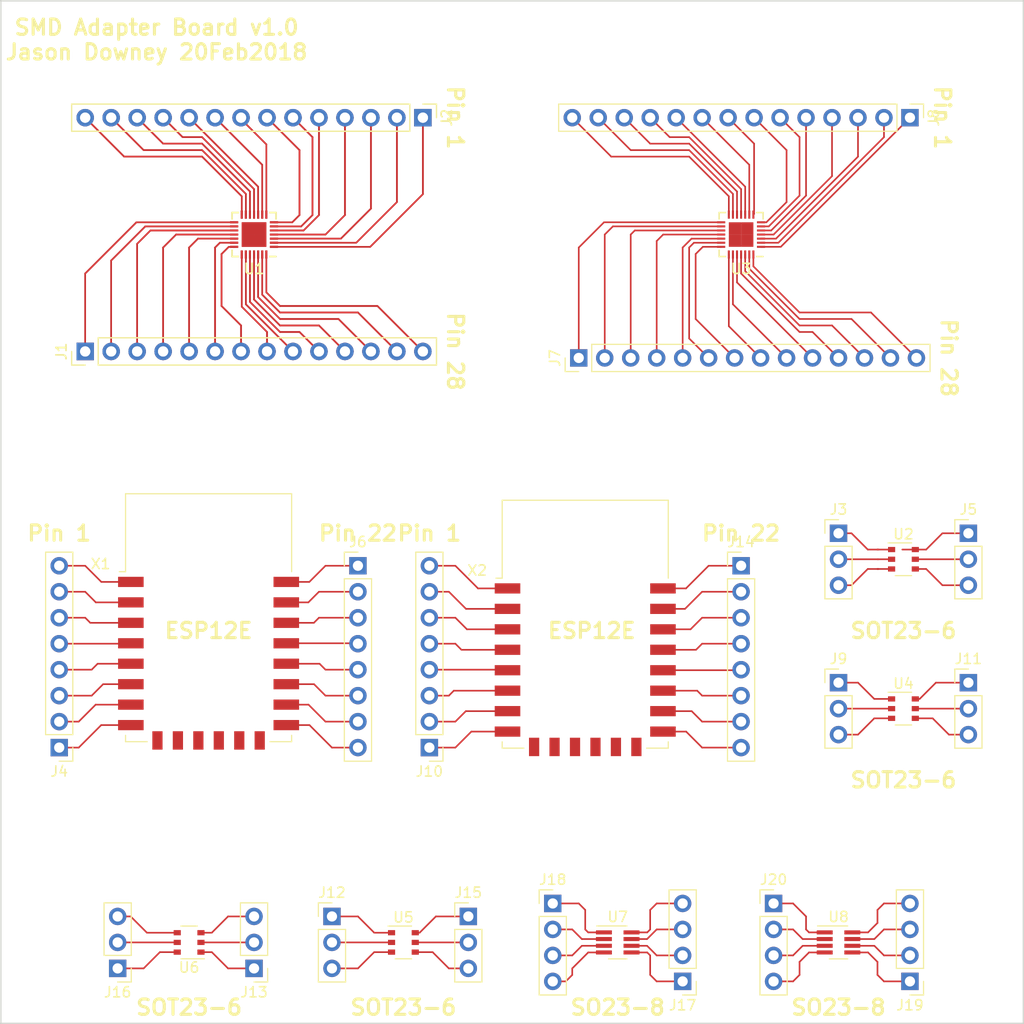
<source format=kicad_pcb>
(kicad_pcb (version 4) (host pcbnew 4.0.7)

  (general
    (links 184)
    (no_connects 0)
    (area 13.259999 13.259999 113.410001 113.410001)
    (thickness 1.6)
    (drawings 21)
    (tracks 497)
    (zones 0)
    (modules 33)
    (nets 129)
  )

  (page A4)
  (layers
    (0 F.Cu signal)
    (31 B.Cu signal)
    (32 B.Adhes user)
    (33 F.Adhes user)
    (34 B.Paste user)
    (35 F.Paste user)
    (36 B.SilkS user)
    (37 F.SilkS user)
    (38 B.Mask user)
    (39 F.Mask user)
    (40 Dwgs.User user hide)
    (41 Cmts.User user hide)
    (42 Eco1.User user hide)
    (43 Eco2.User user hide)
    (44 Edge.Cuts user)
    (45 Margin user)
    (46 B.CrtYd user)
    (47 F.CrtYd user)
    (48 B.Fab user)
    (49 F.Fab user)
  )

  (setup
    (last_trace_width 0.16)
    (trace_clearance 0.16)
    (zone_clearance 0.508)
    (zone_45_only no)
    (trace_min 0.16)
    (segment_width 0.2)
    (edge_width 0.15)
    (via_size 0.4)
    (via_drill 0.3)
    (via_min_size 0.4)
    (via_min_drill 0.3)
    (uvia_size 0.3)
    (uvia_drill 0.1)
    (uvias_allowed no)
    (uvia_min_size 0.2)
    (uvia_min_drill 0.1)
    (pcb_text_width 0.3)
    (pcb_text_size 1.5 1.5)
    (mod_edge_width 0.15)
    (mod_text_size 1 1)
    (mod_text_width 0.15)
    (pad_size 0.8 0.2)
    (pad_drill 0)
    (pad_to_mask_clearance 0.2)
    (aux_axis_origin 0 0)
    (visible_elements 7FFFFFDF)
    (pcbplotparams
      (layerselection 0x010f0_80000001)
      (usegerberextensions false)
      (excludeedgelayer true)
      (linewidth 0.100000)
      (plotframeref false)
      (viasonmask false)
      (mode 1)
      (useauxorigin false)
      (hpglpennumber 1)
      (hpglpenspeed 20)
      (hpglpendiameter 15)
      (hpglpenoverlay 2)
      (psnegative false)
      (psa4output false)
      (plotreference true)
      (plotvalue true)
      (plotinvisibletext false)
      (padsonsilk false)
      (subtractmaskfromsilk false)
      (outputformat 1)
      (mirror false)
      (drillshape 0)
      (scaleselection 1)
      (outputdirectory ./gerbers/))
  )

  (net 0 "")
  (net 1 "Net-(J1-Pad1)")
  (net 2 "Net-(J1-Pad2)")
  (net 3 "Net-(J1-Pad3)")
  (net 4 "Net-(J1-Pad4)")
  (net 5 "Net-(J1-Pad5)")
  (net 6 "Net-(J1-Pad6)")
  (net 7 "Net-(J1-Pad7)")
  (net 8 "Net-(J1-Pad8)")
  (net 9 "Net-(J1-Pad9)")
  (net 10 "Net-(J1-Pad10)")
  (net 11 "Net-(J1-Pad11)")
  (net 12 "Net-(J1-Pad12)")
  (net 13 "Net-(J1-Pad13)")
  (net 14 "Net-(J1-Pad14)")
  (net 15 "Net-(J2-Pad1)")
  (net 16 "Net-(J2-Pad2)")
  (net 17 "Net-(J2-Pad3)")
  (net 18 "Net-(J2-Pad4)")
  (net 19 "Net-(J2-Pad5)")
  (net 20 "Net-(J2-Pad6)")
  (net 21 "Net-(J2-Pad7)")
  (net 22 "Net-(J2-Pad8)")
  (net 23 "Net-(J2-Pad9)")
  (net 24 "Net-(J2-Pad10)")
  (net 25 "Net-(J2-Pad11)")
  (net 26 "Net-(J2-Pad12)")
  (net 27 "Net-(J2-Pad13)")
  (net 28 "Net-(J2-Pad14)")
  (net 29 "Net-(J3-Pad1)")
  (net 30 "Net-(J3-Pad2)")
  (net 31 "Net-(J3-Pad3)")
  (net 32 "Net-(J4-Pad1)")
  (net 33 "Net-(J4-Pad2)")
  (net 34 "Net-(J4-Pad3)")
  (net 35 "Net-(J4-Pad4)")
  (net 36 "Net-(J4-Pad5)")
  (net 37 "Net-(J4-Pad6)")
  (net 38 "Net-(J4-Pad7)")
  (net 39 "Net-(J4-Pad8)")
  (net 40 "Net-(J5-Pad1)")
  (net 41 "Net-(J5-Pad2)")
  (net 42 "Net-(J5-Pad3)")
  (net 43 "Net-(J6-Pad1)")
  (net 44 "Net-(J6-Pad2)")
  (net 45 "Net-(J6-Pad3)")
  (net 46 "Net-(J6-Pad4)")
  (net 47 "Net-(J6-Pad5)")
  (net 48 "Net-(J6-Pad6)")
  (net 49 "Net-(J6-Pad7)")
  (net 50 "Net-(J6-Pad8)")
  (net 51 "Net-(J7-Pad1)")
  (net 52 "Net-(J7-Pad2)")
  (net 53 "Net-(J7-Pad3)")
  (net 54 "Net-(J7-Pad4)")
  (net 55 "Net-(J7-Pad5)")
  (net 56 "Net-(J7-Pad6)")
  (net 57 "Net-(J7-Pad7)")
  (net 58 "Net-(J7-Pad8)")
  (net 59 "Net-(J7-Pad9)")
  (net 60 "Net-(J7-Pad10)")
  (net 61 "Net-(J7-Pad11)")
  (net 62 "Net-(J7-Pad12)")
  (net 63 "Net-(J7-Pad13)")
  (net 64 "Net-(J7-Pad14)")
  (net 65 "Net-(J8-Pad1)")
  (net 66 "Net-(J8-Pad2)")
  (net 67 "Net-(J8-Pad3)")
  (net 68 "Net-(J8-Pad4)")
  (net 69 "Net-(J8-Pad5)")
  (net 70 "Net-(J8-Pad6)")
  (net 71 "Net-(J8-Pad7)")
  (net 72 "Net-(J8-Pad8)")
  (net 73 "Net-(J8-Pad9)")
  (net 74 "Net-(J8-Pad10)")
  (net 75 "Net-(J8-Pad11)")
  (net 76 "Net-(J8-Pad12)")
  (net 77 "Net-(J8-Pad13)")
  (net 78 "Net-(J8-Pad14)")
  (net 79 "Net-(J9-Pad1)")
  (net 80 "Net-(J9-Pad2)")
  (net 81 "Net-(J9-Pad3)")
  (net 82 "Net-(J10-Pad1)")
  (net 83 "Net-(J10-Pad2)")
  (net 84 "Net-(J10-Pad3)")
  (net 85 "Net-(J10-Pad4)")
  (net 86 "Net-(J10-Pad5)")
  (net 87 "Net-(J10-Pad6)")
  (net 88 "Net-(J10-Pad7)")
  (net 89 "Net-(J10-Pad8)")
  (net 90 "Net-(J11-Pad1)")
  (net 91 "Net-(J11-Pad2)")
  (net 92 "Net-(J11-Pad3)")
  (net 93 "Net-(J12-Pad1)")
  (net 94 "Net-(J12-Pad2)")
  (net 95 "Net-(J12-Pad3)")
  (net 96 "Net-(J13-Pad1)")
  (net 97 "Net-(J13-Pad2)")
  (net 98 "Net-(J13-Pad3)")
  (net 99 "Net-(J14-Pad1)")
  (net 100 "Net-(J14-Pad2)")
  (net 101 "Net-(J14-Pad3)")
  (net 102 "Net-(J14-Pad4)")
  (net 103 "Net-(J14-Pad5)")
  (net 104 "Net-(J14-Pad6)")
  (net 105 "Net-(J14-Pad7)")
  (net 106 "Net-(J14-Pad8)")
  (net 107 "Net-(J15-Pad1)")
  (net 108 "Net-(J15-Pad2)")
  (net 109 "Net-(J15-Pad3)")
  (net 110 "Net-(J16-Pad1)")
  (net 111 "Net-(J16-Pad2)")
  (net 112 "Net-(J16-Pad3)")
  (net 113 "Net-(J17-Pad1)")
  (net 114 "Net-(J17-Pad2)")
  (net 115 "Net-(J17-Pad3)")
  (net 116 "Net-(J17-Pad4)")
  (net 117 "Net-(J18-Pad1)")
  (net 118 "Net-(J18-Pad2)")
  (net 119 "Net-(J18-Pad3)")
  (net 120 "Net-(J18-Pad4)")
  (net 121 "Net-(J19-Pad1)")
  (net 122 "Net-(J19-Pad2)")
  (net 123 "Net-(J19-Pad3)")
  (net 124 "Net-(J19-Pad4)")
  (net 125 "Net-(J20-Pad1)")
  (net 126 "Net-(J20-Pad2)")
  (net 127 "Net-(J20-Pad3)")
  (net 128 "Net-(J20-Pad4)")

  (net_class Default "This is the default net class."
    (clearance 0.16)
    (trace_width 0.16)
    (via_dia 0.4)
    (via_drill 0.3)
    (uvia_dia 0.3)
    (uvia_drill 0.1)
    (add_net "Net-(J1-Pad1)")
    (add_net "Net-(J1-Pad10)")
    (add_net "Net-(J1-Pad11)")
    (add_net "Net-(J1-Pad12)")
    (add_net "Net-(J1-Pad13)")
    (add_net "Net-(J1-Pad14)")
    (add_net "Net-(J1-Pad2)")
    (add_net "Net-(J1-Pad3)")
    (add_net "Net-(J1-Pad4)")
    (add_net "Net-(J1-Pad5)")
    (add_net "Net-(J1-Pad6)")
    (add_net "Net-(J1-Pad7)")
    (add_net "Net-(J1-Pad8)")
    (add_net "Net-(J1-Pad9)")
    (add_net "Net-(J10-Pad1)")
    (add_net "Net-(J10-Pad2)")
    (add_net "Net-(J10-Pad3)")
    (add_net "Net-(J10-Pad4)")
    (add_net "Net-(J10-Pad5)")
    (add_net "Net-(J10-Pad6)")
    (add_net "Net-(J10-Pad7)")
    (add_net "Net-(J10-Pad8)")
    (add_net "Net-(J11-Pad1)")
    (add_net "Net-(J11-Pad2)")
    (add_net "Net-(J11-Pad3)")
    (add_net "Net-(J12-Pad1)")
    (add_net "Net-(J12-Pad2)")
    (add_net "Net-(J12-Pad3)")
    (add_net "Net-(J13-Pad1)")
    (add_net "Net-(J13-Pad2)")
    (add_net "Net-(J13-Pad3)")
    (add_net "Net-(J14-Pad1)")
    (add_net "Net-(J14-Pad2)")
    (add_net "Net-(J14-Pad3)")
    (add_net "Net-(J14-Pad4)")
    (add_net "Net-(J14-Pad5)")
    (add_net "Net-(J14-Pad6)")
    (add_net "Net-(J14-Pad7)")
    (add_net "Net-(J14-Pad8)")
    (add_net "Net-(J15-Pad1)")
    (add_net "Net-(J15-Pad2)")
    (add_net "Net-(J15-Pad3)")
    (add_net "Net-(J16-Pad1)")
    (add_net "Net-(J16-Pad2)")
    (add_net "Net-(J16-Pad3)")
    (add_net "Net-(J17-Pad1)")
    (add_net "Net-(J17-Pad2)")
    (add_net "Net-(J17-Pad3)")
    (add_net "Net-(J17-Pad4)")
    (add_net "Net-(J18-Pad1)")
    (add_net "Net-(J18-Pad2)")
    (add_net "Net-(J18-Pad3)")
    (add_net "Net-(J18-Pad4)")
    (add_net "Net-(J19-Pad1)")
    (add_net "Net-(J19-Pad2)")
    (add_net "Net-(J19-Pad3)")
    (add_net "Net-(J19-Pad4)")
    (add_net "Net-(J2-Pad1)")
    (add_net "Net-(J2-Pad10)")
    (add_net "Net-(J2-Pad11)")
    (add_net "Net-(J2-Pad12)")
    (add_net "Net-(J2-Pad13)")
    (add_net "Net-(J2-Pad14)")
    (add_net "Net-(J2-Pad2)")
    (add_net "Net-(J2-Pad3)")
    (add_net "Net-(J2-Pad4)")
    (add_net "Net-(J2-Pad5)")
    (add_net "Net-(J2-Pad6)")
    (add_net "Net-(J2-Pad7)")
    (add_net "Net-(J2-Pad8)")
    (add_net "Net-(J2-Pad9)")
    (add_net "Net-(J20-Pad1)")
    (add_net "Net-(J20-Pad2)")
    (add_net "Net-(J20-Pad3)")
    (add_net "Net-(J20-Pad4)")
    (add_net "Net-(J3-Pad1)")
    (add_net "Net-(J3-Pad2)")
    (add_net "Net-(J3-Pad3)")
    (add_net "Net-(J4-Pad1)")
    (add_net "Net-(J4-Pad2)")
    (add_net "Net-(J4-Pad3)")
    (add_net "Net-(J4-Pad4)")
    (add_net "Net-(J4-Pad5)")
    (add_net "Net-(J4-Pad6)")
    (add_net "Net-(J4-Pad7)")
    (add_net "Net-(J4-Pad8)")
    (add_net "Net-(J5-Pad1)")
    (add_net "Net-(J5-Pad2)")
    (add_net "Net-(J5-Pad3)")
    (add_net "Net-(J6-Pad1)")
    (add_net "Net-(J6-Pad2)")
    (add_net "Net-(J6-Pad3)")
    (add_net "Net-(J6-Pad4)")
    (add_net "Net-(J6-Pad5)")
    (add_net "Net-(J6-Pad6)")
    (add_net "Net-(J6-Pad7)")
    (add_net "Net-(J6-Pad8)")
    (add_net "Net-(J7-Pad1)")
    (add_net "Net-(J7-Pad10)")
    (add_net "Net-(J7-Pad11)")
    (add_net "Net-(J7-Pad12)")
    (add_net "Net-(J7-Pad13)")
    (add_net "Net-(J7-Pad14)")
    (add_net "Net-(J7-Pad2)")
    (add_net "Net-(J7-Pad3)")
    (add_net "Net-(J7-Pad4)")
    (add_net "Net-(J7-Pad5)")
    (add_net "Net-(J7-Pad6)")
    (add_net "Net-(J7-Pad7)")
    (add_net "Net-(J7-Pad8)")
    (add_net "Net-(J7-Pad9)")
    (add_net "Net-(J8-Pad1)")
    (add_net "Net-(J8-Pad10)")
    (add_net "Net-(J8-Pad11)")
    (add_net "Net-(J8-Pad12)")
    (add_net "Net-(J8-Pad13)")
    (add_net "Net-(J8-Pad14)")
    (add_net "Net-(J8-Pad2)")
    (add_net "Net-(J8-Pad3)")
    (add_net "Net-(J8-Pad4)")
    (add_net "Net-(J8-Pad5)")
    (add_net "Net-(J8-Pad6)")
    (add_net "Net-(J8-Pad7)")
    (add_net "Net-(J8-Pad8)")
    (add_net "Net-(J8-Pad9)")
    (add_net "Net-(J9-Pad1)")
    (add_net "Net-(J9-Pad2)")
    (add_net "Net-(J9-Pad3)")
  )

  (module Housings_DFN_QFN:QFN-28-1EP_4x4mm_Pitch0.4mm locked placed (layer F.Cu) (tedit 5A8CCC32) (tstamp 5A8CE30C)
    (at 38.1 36.195 180)
    (descr "28-Lead Plastic Quad Flat, No Lead Package (MK) - 4x4x0.9 mm Body [QFN]; (see Microchip Packaging Specification 00000049BS.pdf)")
    (tags "QFN 0.4")
    (path /5A8CC2F5)
    (attr smd)
    (fp_text reference U1 (at 0 -3.35 180) (layer F.SilkS)
      (effects (font (size 1 1) (thickness 0.15)))
    )
    (fp_text value IS31FL3731 (at 0 3.35 180) (layer F.Fab)
      (effects (font (size 1 1) (thickness 0.15)))
    )
    (fp_line (start -1 -2) (end 2 -2) (layer F.Fab) (width 0.15))
    (fp_line (start 2 -2) (end 2 2) (layer F.Fab) (width 0.15))
    (fp_line (start 2 2) (end -2 2) (layer F.Fab) (width 0.15))
    (fp_line (start -2 2) (end -2 -1) (layer F.Fab) (width 0.15))
    (fp_line (start -2 -1) (end -1 -2) (layer F.Fab) (width 0.15))
    (fp_line (start -2.6 -2.6) (end -2.6 2.6) (layer F.CrtYd) (width 0.05))
    (fp_line (start 2.6 -2.6) (end 2.6 2.6) (layer F.CrtYd) (width 0.05))
    (fp_line (start -2.6 -2.6) (end 2.6 -2.6) (layer F.CrtYd) (width 0.05))
    (fp_line (start -2.6 2.6) (end 2.6 2.6) (layer F.CrtYd) (width 0.05))
    (fp_line (start 2.15 -2.15) (end 2.15 -1.525) (layer F.SilkS) (width 0.15))
    (fp_line (start -2.15 2.15) (end -2.15 1.525) (layer F.SilkS) (width 0.15))
    (fp_line (start 2.15 2.15) (end 2.15 1.525) (layer F.SilkS) (width 0.15))
    (fp_line (start -2.15 -2.15) (end -1.525 -2.15) (layer F.SilkS) (width 0.15))
    (fp_line (start -2.15 2.15) (end -1.525 2.15) (layer F.SilkS) (width 0.15))
    (fp_line (start 2.15 2.15) (end 1.525 2.15) (layer F.SilkS) (width 0.15))
    (fp_line (start 2.15 -2.15) (end 1.525 -2.15) (layer F.SilkS) (width 0.15))
    (pad 1 smd rect (at -1.95 -1.2 180) (size 0.8 0.2) (layers F.Cu F.Paste F.Mask)
      (net 15 "Net-(J2-Pad1)"))
    (pad 2 smd rect (at -1.95 -0.8 180) (size 0.8 0.2) (layers F.Cu F.Paste F.Mask)
      (net 16 "Net-(J2-Pad2)"))
    (pad 3 smd rect (at -1.95 -0.4 180) (size 0.8 0.2) (layers F.Cu F.Paste F.Mask)
      (net 17 "Net-(J2-Pad3)"))
    (pad 4 smd rect (at -1.95 0 180) (size 0.8 0.2) (layers F.Cu F.Paste F.Mask)
      (net 18 "Net-(J2-Pad4)"))
    (pad 5 smd rect (at -1.95 0.4 180) (size 0.8 0.2) (layers F.Cu F.Paste F.Mask)
      (net 19 "Net-(J2-Pad5)"))
    (pad 6 smd rect (at -1.95 0.8 180) (size 0.8 0.2) (layers F.Cu F.Paste F.Mask)
      (net 20 "Net-(J2-Pad6)"))
    (pad 7 smd rect (at -1.95 1.2 180) (size 0.8 0.2) (layers F.Cu F.Paste F.Mask)
      (net 21 "Net-(J2-Pad7)"))
    (pad 8 smd rect (at -1.2 1.95 270) (size 0.8 0.2) (layers F.Cu F.Paste F.Mask)
      (net 22 "Net-(J2-Pad8)"))
    (pad 9 smd rect (at -0.8 1.95 270) (size 0.8 0.2) (layers F.Cu F.Paste F.Mask)
      (net 23 "Net-(J2-Pad9)"))
    (pad 10 smd rect (at -0.4 1.95 270) (size 0.8 0.2) (layers F.Cu F.Paste F.Mask)
      (net 24 "Net-(J2-Pad10)"))
    (pad 11 smd rect (at 0 1.95 270) (size 0.8 0.2) (layers F.Cu F.Paste F.Mask)
      (net 25 "Net-(J2-Pad11)"))
    (pad 12 smd rect (at 0.4 1.95 270) (size 0.8 0.2) (layers F.Cu F.Paste F.Mask)
      (net 26 "Net-(J2-Pad12)"))
    (pad 13 smd rect (at 0.8 1.95 270) (size 0.8 0.2) (layers F.Cu F.Paste F.Mask)
      (net 27 "Net-(J2-Pad13)"))
    (pad 14 smd rect (at 1.2 1.95 270) (size 0.8 0.2) (layers F.Cu F.Paste F.Mask)
      (net 28 "Net-(J2-Pad14)"))
    (pad 15 smd rect (at 1.95 1.2 180) (size 0.8 0.2) (layers F.Cu F.Paste F.Mask)
      (net 1 "Net-(J1-Pad1)"))
    (pad 16 smd rect (at 1.95 0.8 180) (size 0.8 0.2) (layers F.Cu F.Paste F.Mask)
      (net 2 "Net-(J1-Pad2)"))
    (pad 17 smd rect (at 1.95 0.4 180) (size 0.8 0.2) (layers F.Cu F.Paste F.Mask)
      (net 3 "Net-(J1-Pad3)"))
    (pad 18 smd rect (at 1.95 0 180) (size 0.8 0.2) (layers F.Cu F.Paste F.Mask)
      (net 4 "Net-(J1-Pad4)"))
    (pad 19 smd rect (at 1.95 -0.4 180) (size 0.8 0.2) (layers F.Cu F.Paste F.Mask)
      (net 5 "Net-(J1-Pad5)"))
    (pad 20 smd rect (at 1.95 -0.8 180) (size 0.8 0.2) (layers F.Cu F.Paste F.Mask)
      (net 6 "Net-(J1-Pad6)"))
    (pad 21 smd rect (at 1.95 -1.2 180) (size 0.8 0.2) (layers F.Cu F.Paste F.Mask)
      (net 7 "Net-(J1-Pad7)"))
    (pad 22 smd rect (at 1.2 -1.95 270) (size 0.8 0.2) (layers F.Cu F.Paste F.Mask)
      (net 8 "Net-(J1-Pad8)"))
    (pad 23 smd rect (at 0.8 -1.95 270) (size 0.8 0.2) (layers F.Cu F.Paste F.Mask)
      (net 9 "Net-(J1-Pad9)"))
    (pad 24 smd rect (at 0.4 -1.95 270) (size 0.8 0.2) (layers F.Cu F.Paste F.Mask)
      (net 10 "Net-(J1-Pad10)"))
    (pad 25 smd rect (at 0 -1.95 270) (size 0.8 0.2) (layers F.Cu F.Paste F.Mask)
      (net 11 "Net-(J1-Pad11)"))
    (pad 26 smd rect (at -0.4 -1.95 270) (size 0.8 0.2) (layers F.Cu F.Paste F.Mask)
      (net 12 "Net-(J1-Pad12)"))
    (pad 27 smd rect (at -0.8 -1.95 270) (size 0.8 0.2) (layers F.Cu F.Paste F.Mask)
      (net 13 "Net-(J1-Pad13)"))
    (pad 28 smd rect (at -1.2 -1.95 270) (size 0.8 0.2) (layers F.Cu F.Paste F.Mask)
      (net 14 "Net-(J1-Pad14)"))
    (pad 29 smd rect (at 0.6 0.6 180) (size 1.2 1.2) (layers F.Cu F.Paste F.Mask)
      (solder_paste_margin_ratio -0.2))
    (pad 29 smd rect (at 0.6 -0.6 180) (size 1.2 1.2) (layers F.Cu F.Paste F.Mask)
      (solder_paste_margin_ratio -0.2))
    (pad 29 smd rect (at -0.6 0.6 180) (size 1.2 1.2) (layers F.Cu F.Paste F.Mask)
      (solder_paste_margin_ratio -0.2))
    (pad 29 smd rect (at -0.6 -0.6 180) (size 1.2 1.2) (layers F.Cu F.Paste F.Mask)
      (solder_paste_margin_ratio -0.2))
    (model ${KISYS3DMOD}/Housings_DFN_QFN.3dshapes/QFN-28-1EP_4x4mm_Pitch0.4mm.wrl
      (at (xyz 0 0 0))
      (scale (xyz 1 1 1))
      (rotate (xyz 0 0 0))
    )
  )

  (module Pin_Headers:Pin_Header_Straight_1x14_Pitch2.54mm locked placed (layer F.Cu) (tedit 59650532) (tstamp 5A8CE2EB)
    (at 54.61 24.765 270)
    (descr "Through hole straight pin header, 1x14, 2.54mm pitch, single row")
    (tags "Through hole pin header THT 1x14 2.54mm single row")
    (path /5A8CC383)
    (fp_text reference J2 (at 0 -2.33 270) (layer F.SilkS)
      (effects (font (size 1 1) (thickness 0.15)))
    )
    (fp_text value Conn_01x14 (at 0 35.35 270) (layer F.Fab)
      (effects (font (size 1 1) (thickness 0.15)))
    )
    (fp_line (start -0.635 -1.27) (end 1.27 -1.27) (layer F.Fab) (width 0.1))
    (fp_line (start 1.27 -1.27) (end 1.27 34.29) (layer F.Fab) (width 0.1))
    (fp_line (start 1.27 34.29) (end -1.27 34.29) (layer F.Fab) (width 0.1))
    (fp_line (start -1.27 34.29) (end -1.27 -0.635) (layer F.Fab) (width 0.1))
    (fp_line (start -1.27 -0.635) (end -0.635 -1.27) (layer F.Fab) (width 0.1))
    (fp_line (start -1.33 34.35) (end 1.33 34.35) (layer F.SilkS) (width 0.12))
    (fp_line (start -1.33 1.27) (end -1.33 34.35) (layer F.SilkS) (width 0.12))
    (fp_line (start 1.33 1.27) (end 1.33 34.35) (layer F.SilkS) (width 0.12))
    (fp_line (start -1.33 1.27) (end 1.33 1.27) (layer F.SilkS) (width 0.12))
    (fp_line (start -1.33 0) (end -1.33 -1.33) (layer F.SilkS) (width 0.12))
    (fp_line (start -1.33 -1.33) (end 0 -1.33) (layer F.SilkS) (width 0.12))
    (fp_line (start -1.8 -1.8) (end -1.8 34.8) (layer F.CrtYd) (width 0.05))
    (fp_line (start -1.8 34.8) (end 1.8 34.8) (layer F.CrtYd) (width 0.05))
    (fp_line (start 1.8 34.8) (end 1.8 -1.8) (layer F.CrtYd) (width 0.05))
    (fp_line (start 1.8 -1.8) (end -1.8 -1.8) (layer F.CrtYd) (width 0.05))
    (fp_text user %R (at 0 16.51 360) (layer F.Fab)
      (effects (font (size 1 1) (thickness 0.15)))
    )
    (pad 1 thru_hole rect (at 0 0 270) (size 1.7 1.7) (drill 1) (layers *.Cu *.Mask)
      (net 15 "Net-(J2-Pad1)"))
    (pad 2 thru_hole oval (at 0 2.54 270) (size 1.7 1.7) (drill 1) (layers *.Cu *.Mask)
      (net 16 "Net-(J2-Pad2)"))
    (pad 3 thru_hole oval (at 0 5.08 270) (size 1.7 1.7) (drill 1) (layers *.Cu *.Mask)
      (net 17 "Net-(J2-Pad3)"))
    (pad 4 thru_hole oval (at 0 7.62 270) (size 1.7 1.7) (drill 1) (layers *.Cu *.Mask)
      (net 18 "Net-(J2-Pad4)"))
    (pad 5 thru_hole oval (at 0 10.16 270) (size 1.7 1.7) (drill 1) (layers *.Cu *.Mask)
      (net 19 "Net-(J2-Pad5)"))
    (pad 6 thru_hole oval (at 0 12.7 270) (size 1.7 1.7) (drill 1) (layers *.Cu *.Mask)
      (net 20 "Net-(J2-Pad6)"))
    (pad 7 thru_hole oval (at 0 15.24 270) (size 1.7 1.7) (drill 1) (layers *.Cu *.Mask)
      (net 21 "Net-(J2-Pad7)"))
    (pad 8 thru_hole oval (at 0 17.78 270) (size 1.7 1.7) (drill 1) (layers *.Cu *.Mask)
      (net 22 "Net-(J2-Pad8)"))
    (pad 9 thru_hole oval (at 0 20.32 270) (size 1.7 1.7) (drill 1) (layers *.Cu *.Mask)
      (net 23 "Net-(J2-Pad9)"))
    (pad 10 thru_hole oval (at 0 22.86 270) (size 1.7 1.7) (drill 1) (layers *.Cu *.Mask)
      (net 24 "Net-(J2-Pad10)"))
    (pad 11 thru_hole oval (at 0 25.4 270) (size 1.7 1.7) (drill 1) (layers *.Cu *.Mask)
      (net 25 "Net-(J2-Pad11)"))
    (pad 12 thru_hole oval (at 0 27.94 270) (size 1.7 1.7) (drill 1) (layers *.Cu *.Mask)
      (net 26 "Net-(J2-Pad12)"))
    (pad 13 thru_hole oval (at 0 30.48 270) (size 1.7 1.7) (drill 1) (layers *.Cu *.Mask)
      (net 27 "Net-(J2-Pad13)"))
    (pad 14 thru_hole oval (at 0 33.02 270) (size 1.7 1.7) (drill 1) (layers *.Cu *.Mask)
      (net 28 "Net-(J2-Pad14)"))
    (model ${KISYS3DMOD}/Pin_Headers.3dshapes/Pin_Header_Straight_1x14_Pitch2.54mm.wrl
      (at (xyz 0 0 0))
      (scale (xyz 1 1 1))
      (rotate (xyz 0 0 0))
    )
  )

  (module Pin_Headers:Pin_Header_Straight_1x14_Pitch2.54mm locked placed (layer F.Cu) (tedit 59650532) (tstamp 5A8CE2CA)
    (at 21.59 47.625 90)
    (descr "Through hole straight pin header, 1x14, 2.54mm pitch, single row")
    (tags "Through hole pin header THT 1x14 2.54mm single row")
    (path /5A8CC3F6)
    (fp_text reference J1 (at 0 -2.33 90) (layer F.SilkS)
      (effects (font (size 1 1) (thickness 0.15)))
    )
    (fp_text value Conn_01x14 (at 0 35.35 90) (layer F.Fab)
      (effects (font (size 1 1) (thickness 0.15)))
    )
    (fp_line (start -0.635 -1.27) (end 1.27 -1.27) (layer F.Fab) (width 0.1))
    (fp_line (start 1.27 -1.27) (end 1.27 34.29) (layer F.Fab) (width 0.1))
    (fp_line (start 1.27 34.29) (end -1.27 34.29) (layer F.Fab) (width 0.1))
    (fp_line (start -1.27 34.29) (end -1.27 -0.635) (layer F.Fab) (width 0.1))
    (fp_line (start -1.27 -0.635) (end -0.635 -1.27) (layer F.Fab) (width 0.1))
    (fp_line (start -1.33 34.35) (end 1.33 34.35) (layer F.SilkS) (width 0.12))
    (fp_line (start -1.33 1.27) (end -1.33 34.35) (layer F.SilkS) (width 0.12))
    (fp_line (start 1.33 1.27) (end 1.33 34.35) (layer F.SilkS) (width 0.12))
    (fp_line (start -1.33 1.27) (end 1.33 1.27) (layer F.SilkS) (width 0.12))
    (fp_line (start -1.33 0) (end -1.33 -1.33) (layer F.SilkS) (width 0.12))
    (fp_line (start -1.33 -1.33) (end 0 -1.33) (layer F.SilkS) (width 0.12))
    (fp_line (start -1.8 -1.8) (end -1.8 34.8) (layer F.CrtYd) (width 0.05))
    (fp_line (start -1.8 34.8) (end 1.8 34.8) (layer F.CrtYd) (width 0.05))
    (fp_line (start 1.8 34.8) (end 1.8 -1.8) (layer F.CrtYd) (width 0.05))
    (fp_line (start 1.8 -1.8) (end -1.8 -1.8) (layer F.CrtYd) (width 0.05))
    (fp_text user %R (at 0 16.51 180) (layer F.Fab)
      (effects (font (size 1 1) (thickness 0.15)))
    )
    (pad 1 thru_hole rect (at 0 0 90) (size 1.7 1.7) (drill 1) (layers *.Cu *.Mask)
      (net 1 "Net-(J1-Pad1)"))
    (pad 2 thru_hole oval (at 0 2.54 90) (size 1.7 1.7) (drill 1) (layers *.Cu *.Mask)
      (net 2 "Net-(J1-Pad2)"))
    (pad 3 thru_hole oval (at 0 5.08 90) (size 1.7 1.7) (drill 1) (layers *.Cu *.Mask)
      (net 3 "Net-(J1-Pad3)"))
    (pad 4 thru_hole oval (at 0 7.62 90) (size 1.7 1.7) (drill 1) (layers *.Cu *.Mask)
      (net 4 "Net-(J1-Pad4)"))
    (pad 5 thru_hole oval (at 0 10.16 90) (size 1.7 1.7) (drill 1) (layers *.Cu *.Mask)
      (net 5 "Net-(J1-Pad5)"))
    (pad 6 thru_hole oval (at 0 12.7 90) (size 1.7 1.7) (drill 1) (layers *.Cu *.Mask)
      (net 6 "Net-(J1-Pad6)"))
    (pad 7 thru_hole oval (at 0 15.24 90) (size 1.7 1.7) (drill 1) (layers *.Cu *.Mask)
      (net 7 "Net-(J1-Pad7)"))
    (pad 8 thru_hole oval (at 0 17.78 90) (size 1.7 1.7) (drill 1) (layers *.Cu *.Mask)
      (net 8 "Net-(J1-Pad8)"))
    (pad 9 thru_hole oval (at 0 20.32 90) (size 1.7 1.7) (drill 1) (layers *.Cu *.Mask)
      (net 9 "Net-(J1-Pad9)"))
    (pad 10 thru_hole oval (at 0 22.86 90) (size 1.7 1.7) (drill 1) (layers *.Cu *.Mask)
      (net 10 "Net-(J1-Pad10)"))
    (pad 11 thru_hole oval (at 0 25.4 90) (size 1.7 1.7) (drill 1) (layers *.Cu *.Mask)
      (net 11 "Net-(J1-Pad11)"))
    (pad 12 thru_hole oval (at 0 27.94 90) (size 1.7 1.7) (drill 1) (layers *.Cu *.Mask)
      (net 12 "Net-(J1-Pad12)"))
    (pad 13 thru_hole oval (at 0 30.48 90) (size 1.7 1.7) (drill 1) (layers *.Cu *.Mask)
      (net 13 "Net-(J1-Pad13)"))
    (pad 14 thru_hole oval (at 0 33.02 90) (size 1.7 1.7) (drill 1) (layers *.Cu *.Mask)
      (net 14 "Net-(J1-Pad14)"))
    (model ${KISYS3DMOD}/Pin_Headers.3dshapes/Pin_Header_Straight_1x14_Pitch2.54mm.wrl
      (at (xyz 0 0 0))
      (scale (xyz 1 1 1))
      (rotate (xyz 0 0 0))
    )
  )

  (module Pin_Headers:Pin_Header_Straight_1x14_Pitch2.54mm locked placed (layer F.Cu) (tedit 59650532) (tstamp 5A8CC966)
    (at 21.59 47.625 90)
    (descr "Through hole straight pin header, 1x14, 2.54mm pitch, single row")
    (tags "Through hole pin header THT 1x14 2.54mm single row")
    (path /5A8CC3F6)
    (fp_text reference J1 (at 0 -2.33 90) (layer F.SilkS)
      (effects (font (size 1 1) (thickness 0.15)))
    )
    (fp_text value Conn_01x14 (at 0 35.35 90) (layer F.Fab)
      (effects (font (size 1 1) (thickness 0.15)))
    )
    (fp_line (start -0.635 -1.27) (end 1.27 -1.27) (layer F.Fab) (width 0.1))
    (fp_line (start 1.27 -1.27) (end 1.27 34.29) (layer F.Fab) (width 0.1))
    (fp_line (start 1.27 34.29) (end -1.27 34.29) (layer F.Fab) (width 0.1))
    (fp_line (start -1.27 34.29) (end -1.27 -0.635) (layer F.Fab) (width 0.1))
    (fp_line (start -1.27 -0.635) (end -0.635 -1.27) (layer F.Fab) (width 0.1))
    (fp_line (start -1.33 34.35) (end 1.33 34.35) (layer F.SilkS) (width 0.12))
    (fp_line (start -1.33 1.27) (end -1.33 34.35) (layer F.SilkS) (width 0.12))
    (fp_line (start 1.33 1.27) (end 1.33 34.35) (layer F.SilkS) (width 0.12))
    (fp_line (start -1.33 1.27) (end 1.33 1.27) (layer F.SilkS) (width 0.12))
    (fp_line (start -1.33 0) (end -1.33 -1.33) (layer F.SilkS) (width 0.12))
    (fp_line (start -1.33 -1.33) (end 0 -1.33) (layer F.SilkS) (width 0.12))
    (fp_line (start -1.8 -1.8) (end -1.8 34.8) (layer F.CrtYd) (width 0.05))
    (fp_line (start -1.8 34.8) (end 1.8 34.8) (layer F.CrtYd) (width 0.05))
    (fp_line (start 1.8 34.8) (end 1.8 -1.8) (layer F.CrtYd) (width 0.05))
    (fp_line (start 1.8 -1.8) (end -1.8 -1.8) (layer F.CrtYd) (width 0.05))
    (fp_text user %R (at 0 16.51 180) (layer F.Fab)
      (effects (font (size 1 1) (thickness 0.15)))
    )
    (pad 1 thru_hole rect (at 0 0 90) (size 1.7 1.7) (drill 1) (layers *.Cu *.Mask)
      (net 1 "Net-(J1-Pad1)"))
    (pad 2 thru_hole oval (at 0 2.54 90) (size 1.7 1.7) (drill 1) (layers *.Cu *.Mask)
      (net 2 "Net-(J1-Pad2)"))
    (pad 3 thru_hole oval (at 0 5.08 90) (size 1.7 1.7) (drill 1) (layers *.Cu *.Mask)
      (net 3 "Net-(J1-Pad3)"))
    (pad 4 thru_hole oval (at 0 7.62 90) (size 1.7 1.7) (drill 1) (layers *.Cu *.Mask)
      (net 4 "Net-(J1-Pad4)"))
    (pad 5 thru_hole oval (at 0 10.16 90) (size 1.7 1.7) (drill 1) (layers *.Cu *.Mask)
      (net 5 "Net-(J1-Pad5)"))
    (pad 6 thru_hole oval (at 0 12.7 90) (size 1.7 1.7) (drill 1) (layers *.Cu *.Mask)
      (net 6 "Net-(J1-Pad6)"))
    (pad 7 thru_hole oval (at 0 15.24 90) (size 1.7 1.7) (drill 1) (layers *.Cu *.Mask)
      (net 7 "Net-(J1-Pad7)"))
    (pad 8 thru_hole oval (at 0 17.78 90) (size 1.7 1.7) (drill 1) (layers *.Cu *.Mask)
      (net 8 "Net-(J1-Pad8)"))
    (pad 9 thru_hole oval (at 0 20.32 90) (size 1.7 1.7) (drill 1) (layers *.Cu *.Mask)
      (net 9 "Net-(J1-Pad9)"))
    (pad 10 thru_hole oval (at 0 22.86 90) (size 1.7 1.7) (drill 1) (layers *.Cu *.Mask)
      (net 10 "Net-(J1-Pad10)"))
    (pad 11 thru_hole oval (at 0 25.4 90) (size 1.7 1.7) (drill 1) (layers *.Cu *.Mask)
      (net 11 "Net-(J1-Pad11)"))
    (pad 12 thru_hole oval (at 0 27.94 90) (size 1.7 1.7) (drill 1) (layers *.Cu *.Mask)
      (net 12 "Net-(J1-Pad12)"))
    (pad 13 thru_hole oval (at 0 30.48 90) (size 1.7 1.7) (drill 1) (layers *.Cu *.Mask)
      (net 13 "Net-(J1-Pad13)"))
    (pad 14 thru_hole oval (at 0 33.02 90) (size 1.7 1.7) (drill 1) (layers *.Cu *.Mask)
      (net 14 "Net-(J1-Pad14)"))
    (model ${KISYS3DMOD}/Pin_Headers.3dshapes/Pin_Header_Straight_1x14_Pitch2.54mm.wrl
      (at (xyz 0 0 0))
      (scale (xyz 1 1 1))
      (rotate (xyz 0 0 0))
    )
  )

  (module Pin_Headers:Pin_Header_Straight_1x14_Pitch2.54mm locked placed (layer F.Cu) (tedit 59650532) (tstamp 5A8CC988)
    (at 54.61 24.765 270)
    (descr "Through hole straight pin header, 1x14, 2.54mm pitch, single row")
    (tags "Through hole pin header THT 1x14 2.54mm single row")
    (path /5A8CC383)
    (fp_text reference J2 (at 0 -2.33 270) (layer F.SilkS)
      (effects (font (size 1 1) (thickness 0.15)))
    )
    (fp_text value Conn_01x14 (at 0 35.35 270) (layer F.Fab)
      (effects (font (size 1 1) (thickness 0.15)))
    )
    (fp_line (start -0.635 -1.27) (end 1.27 -1.27) (layer F.Fab) (width 0.1))
    (fp_line (start 1.27 -1.27) (end 1.27 34.29) (layer F.Fab) (width 0.1))
    (fp_line (start 1.27 34.29) (end -1.27 34.29) (layer F.Fab) (width 0.1))
    (fp_line (start -1.27 34.29) (end -1.27 -0.635) (layer F.Fab) (width 0.1))
    (fp_line (start -1.27 -0.635) (end -0.635 -1.27) (layer F.Fab) (width 0.1))
    (fp_line (start -1.33 34.35) (end 1.33 34.35) (layer F.SilkS) (width 0.12))
    (fp_line (start -1.33 1.27) (end -1.33 34.35) (layer F.SilkS) (width 0.12))
    (fp_line (start 1.33 1.27) (end 1.33 34.35) (layer F.SilkS) (width 0.12))
    (fp_line (start -1.33 1.27) (end 1.33 1.27) (layer F.SilkS) (width 0.12))
    (fp_line (start -1.33 0) (end -1.33 -1.33) (layer F.SilkS) (width 0.12))
    (fp_line (start -1.33 -1.33) (end 0 -1.33) (layer F.SilkS) (width 0.12))
    (fp_line (start -1.8 -1.8) (end -1.8 34.8) (layer F.CrtYd) (width 0.05))
    (fp_line (start -1.8 34.8) (end 1.8 34.8) (layer F.CrtYd) (width 0.05))
    (fp_line (start 1.8 34.8) (end 1.8 -1.8) (layer F.CrtYd) (width 0.05))
    (fp_line (start 1.8 -1.8) (end -1.8 -1.8) (layer F.CrtYd) (width 0.05))
    (fp_text user %R (at 0 16.51 360) (layer F.Fab)
      (effects (font (size 1 1) (thickness 0.15)))
    )
    (pad 1 thru_hole rect (at 0 0 270) (size 1.7 1.7) (drill 1) (layers *.Cu *.Mask)
      (net 15 "Net-(J2-Pad1)"))
    (pad 2 thru_hole oval (at 0 2.54 270) (size 1.7 1.7) (drill 1) (layers *.Cu *.Mask)
      (net 16 "Net-(J2-Pad2)"))
    (pad 3 thru_hole oval (at 0 5.08 270) (size 1.7 1.7) (drill 1) (layers *.Cu *.Mask)
      (net 17 "Net-(J2-Pad3)"))
    (pad 4 thru_hole oval (at 0 7.62 270) (size 1.7 1.7) (drill 1) (layers *.Cu *.Mask)
      (net 18 "Net-(J2-Pad4)"))
    (pad 5 thru_hole oval (at 0 10.16 270) (size 1.7 1.7) (drill 1) (layers *.Cu *.Mask)
      (net 19 "Net-(J2-Pad5)"))
    (pad 6 thru_hole oval (at 0 12.7 270) (size 1.7 1.7) (drill 1) (layers *.Cu *.Mask)
      (net 20 "Net-(J2-Pad6)"))
    (pad 7 thru_hole oval (at 0 15.24 270) (size 1.7 1.7) (drill 1) (layers *.Cu *.Mask)
      (net 21 "Net-(J2-Pad7)"))
    (pad 8 thru_hole oval (at 0 17.78 270) (size 1.7 1.7) (drill 1) (layers *.Cu *.Mask)
      (net 22 "Net-(J2-Pad8)"))
    (pad 9 thru_hole oval (at 0 20.32 270) (size 1.7 1.7) (drill 1) (layers *.Cu *.Mask)
      (net 23 "Net-(J2-Pad9)"))
    (pad 10 thru_hole oval (at 0 22.86 270) (size 1.7 1.7) (drill 1) (layers *.Cu *.Mask)
      (net 24 "Net-(J2-Pad10)"))
    (pad 11 thru_hole oval (at 0 25.4 270) (size 1.7 1.7) (drill 1) (layers *.Cu *.Mask)
      (net 25 "Net-(J2-Pad11)"))
    (pad 12 thru_hole oval (at 0 27.94 270) (size 1.7 1.7) (drill 1) (layers *.Cu *.Mask)
      (net 26 "Net-(J2-Pad12)"))
    (pad 13 thru_hole oval (at 0 30.48 270) (size 1.7 1.7) (drill 1) (layers *.Cu *.Mask)
      (net 27 "Net-(J2-Pad13)"))
    (pad 14 thru_hole oval (at 0 33.02 270) (size 1.7 1.7) (drill 1) (layers *.Cu *.Mask)
      (net 28 "Net-(J2-Pad14)"))
    (model ${KISYS3DMOD}/Pin_Headers.3dshapes/Pin_Header_Straight_1x14_Pitch2.54mm.wrl
      (at (xyz 0 0 0))
      (scale (xyz 1 1 1))
      (rotate (xyz 0 0 0))
    )
  )

  (module Housings_DFN_QFN:QFN-28-1EP_4x4mm_Pitch0.4mm locked placed (layer F.Cu) (tedit 5A8CCC32) (tstamp 5A8CC9BC)
    (at 38.1 36.195 180)
    (descr "28-Lead Plastic Quad Flat, No Lead Package (MK) - 4x4x0.9 mm Body [QFN]; (see Microchip Packaging Specification 00000049BS.pdf)")
    (tags "QFN 0.4")
    (path /5A8CC2F5)
    (attr smd)
    (fp_text reference U1 (at 0 -3.35 180) (layer F.SilkS)
      (effects (font (size 1 1) (thickness 0.15)))
    )
    (fp_text value IS31FL3731 (at 0 3.35 180) (layer F.Fab)
      (effects (font (size 1 1) (thickness 0.15)))
    )
    (fp_line (start -1 -2) (end 2 -2) (layer F.Fab) (width 0.15))
    (fp_line (start 2 -2) (end 2 2) (layer F.Fab) (width 0.15))
    (fp_line (start 2 2) (end -2 2) (layer F.Fab) (width 0.15))
    (fp_line (start -2 2) (end -2 -1) (layer F.Fab) (width 0.15))
    (fp_line (start -2 -1) (end -1 -2) (layer F.Fab) (width 0.15))
    (fp_line (start -2.6 -2.6) (end -2.6 2.6) (layer F.CrtYd) (width 0.05))
    (fp_line (start 2.6 -2.6) (end 2.6 2.6) (layer F.CrtYd) (width 0.05))
    (fp_line (start -2.6 -2.6) (end 2.6 -2.6) (layer F.CrtYd) (width 0.05))
    (fp_line (start -2.6 2.6) (end 2.6 2.6) (layer F.CrtYd) (width 0.05))
    (fp_line (start 2.15 -2.15) (end 2.15 -1.525) (layer F.SilkS) (width 0.15))
    (fp_line (start -2.15 2.15) (end -2.15 1.525) (layer F.SilkS) (width 0.15))
    (fp_line (start 2.15 2.15) (end 2.15 1.525) (layer F.SilkS) (width 0.15))
    (fp_line (start -2.15 -2.15) (end -1.525 -2.15) (layer F.SilkS) (width 0.15))
    (fp_line (start -2.15 2.15) (end -1.525 2.15) (layer F.SilkS) (width 0.15))
    (fp_line (start 2.15 2.15) (end 1.525 2.15) (layer F.SilkS) (width 0.15))
    (fp_line (start 2.15 -2.15) (end 1.525 -2.15) (layer F.SilkS) (width 0.15))
    (pad 1 smd rect (at -1.95 -1.2 180) (size 0.8 0.2) (layers F.Cu F.Paste F.Mask)
      (net 15 "Net-(J2-Pad1)"))
    (pad 2 smd rect (at -1.95 -0.8 180) (size 0.8 0.2) (layers F.Cu F.Paste F.Mask)
      (net 16 "Net-(J2-Pad2)"))
    (pad 3 smd rect (at -1.95 -0.4 180) (size 0.8 0.2) (layers F.Cu F.Paste F.Mask)
      (net 17 "Net-(J2-Pad3)"))
    (pad 4 smd rect (at -1.95 0 180) (size 0.8 0.2) (layers F.Cu F.Paste F.Mask)
      (net 18 "Net-(J2-Pad4)"))
    (pad 5 smd rect (at -1.95 0.4 180) (size 0.8 0.2) (layers F.Cu F.Paste F.Mask)
      (net 19 "Net-(J2-Pad5)"))
    (pad 6 smd rect (at -1.95 0.8 180) (size 0.8 0.2) (layers F.Cu F.Paste F.Mask)
      (net 20 "Net-(J2-Pad6)"))
    (pad 7 smd rect (at -1.95 1.2 180) (size 0.8 0.2) (layers F.Cu F.Paste F.Mask)
      (net 21 "Net-(J2-Pad7)"))
    (pad 8 smd rect (at -1.2 1.95 270) (size 0.8 0.2) (layers F.Cu F.Paste F.Mask)
      (net 22 "Net-(J2-Pad8)"))
    (pad 9 smd rect (at -0.8 1.95 270) (size 0.8 0.2) (layers F.Cu F.Paste F.Mask)
      (net 23 "Net-(J2-Pad9)"))
    (pad 10 smd rect (at -0.4 1.95 270) (size 0.8 0.2) (layers F.Cu F.Paste F.Mask)
      (net 24 "Net-(J2-Pad10)"))
    (pad 11 smd rect (at 0 1.95 270) (size 0.8 0.2) (layers F.Cu F.Paste F.Mask)
      (net 25 "Net-(J2-Pad11)"))
    (pad 12 smd rect (at 0.4 1.95 270) (size 0.8 0.2) (layers F.Cu F.Paste F.Mask)
      (net 26 "Net-(J2-Pad12)"))
    (pad 13 smd rect (at 0.8 1.95 270) (size 0.8 0.2) (layers F.Cu F.Paste F.Mask)
      (net 27 "Net-(J2-Pad13)"))
    (pad 14 smd rect (at 1.2 1.95 270) (size 0.8 0.2) (layers F.Cu F.Paste F.Mask)
      (net 28 "Net-(J2-Pad14)"))
    (pad 15 smd rect (at 1.95 1.2 180) (size 0.8 0.2) (layers F.Cu F.Paste F.Mask)
      (net 1 "Net-(J1-Pad1)"))
    (pad 16 smd rect (at 1.95 0.8 180) (size 0.8 0.2) (layers F.Cu F.Paste F.Mask)
      (net 2 "Net-(J1-Pad2)"))
    (pad 17 smd rect (at 1.95 0.4 180) (size 0.8 0.2) (layers F.Cu F.Paste F.Mask)
      (net 3 "Net-(J1-Pad3)"))
    (pad 18 smd rect (at 1.95 0 180) (size 0.8 0.2) (layers F.Cu F.Paste F.Mask)
      (net 4 "Net-(J1-Pad4)"))
    (pad 19 smd rect (at 1.95 -0.4 180) (size 0.8 0.2) (layers F.Cu F.Paste F.Mask)
      (net 5 "Net-(J1-Pad5)"))
    (pad 20 smd rect (at 1.95 -0.8 180) (size 0.8 0.2) (layers F.Cu F.Paste F.Mask)
      (net 6 "Net-(J1-Pad6)"))
    (pad 21 smd rect (at 1.95 -1.2 180) (size 0.8 0.2) (layers F.Cu F.Paste F.Mask)
      (net 7 "Net-(J1-Pad7)"))
    (pad 22 smd rect (at 1.2 -1.95 270) (size 0.8 0.2) (layers F.Cu F.Paste F.Mask)
      (net 8 "Net-(J1-Pad8)"))
    (pad 23 smd rect (at 0.8 -1.95 270) (size 0.8 0.2) (layers F.Cu F.Paste F.Mask)
      (net 9 "Net-(J1-Pad9)"))
    (pad 24 smd rect (at 0.4 -1.95 270) (size 0.8 0.2) (layers F.Cu F.Paste F.Mask)
      (net 10 "Net-(J1-Pad10)"))
    (pad 25 smd rect (at 0 -1.95 270) (size 0.8 0.2) (layers F.Cu F.Paste F.Mask)
      (net 11 "Net-(J1-Pad11)"))
    (pad 26 smd rect (at -0.4 -1.95 270) (size 0.8 0.2) (layers F.Cu F.Paste F.Mask)
      (net 12 "Net-(J1-Pad12)"))
    (pad 27 smd rect (at -0.8 -1.95 270) (size 0.8 0.2) (layers F.Cu F.Paste F.Mask)
      (net 13 "Net-(J1-Pad13)"))
    (pad 28 smd rect (at -1.2 -1.95 270) (size 0.8 0.2) (layers F.Cu F.Paste F.Mask)
      (net 14 "Net-(J1-Pad14)"))
    (pad 29 smd rect (at 0.6 0.6 180) (size 1.2 1.2) (layers F.Cu F.Paste F.Mask)
      (solder_paste_margin_ratio -0.2))
    (pad 29 smd rect (at 0.6 -0.6 180) (size 1.2 1.2) (layers F.Cu F.Paste F.Mask)
      (solder_paste_margin_ratio -0.2))
    (pad 29 smd rect (at -0.6 0.6 180) (size 1.2 1.2) (layers F.Cu F.Paste F.Mask)
      (solder_paste_margin_ratio -0.2))
    (pad 29 smd rect (at -0.6 -0.6 180) (size 1.2 1.2) (layers F.Cu F.Paste F.Mask)
      (solder_paste_margin_ratio -0.2))
    (model ${KISYS3DMOD}/Housings_DFN_QFN.3dshapes/QFN-28-1EP_4x4mm_Pitch0.4mm.wrl
      (at (xyz 0 0 0))
      (scale (xyz 1 1 1))
      (rotate (xyz 0 0 0))
    )
  )

  (module Pin_Headers:Pin_Header_Straight_1x03_Pitch2.54mm (layer F.Cu) (tedit 59650532) (tstamp 5A8CDC63)
    (at 95.25 65.405)
    (descr "Through hole straight pin header, 1x03, 2.54mm pitch, single row")
    (tags "Through hole pin header THT 1x03 2.54mm single row")
    (path /5A8CD56B)
    (fp_text reference J3 (at 0 -2.33) (layer F.SilkS)
      (effects (font (size 1 1) (thickness 0.15)))
    )
    (fp_text value Conn_01x03 (at 0 7.41) (layer F.Fab)
      (effects (font (size 1 1) (thickness 0.15)))
    )
    (fp_line (start -0.635 -1.27) (end 1.27 -1.27) (layer F.Fab) (width 0.1))
    (fp_line (start 1.27 -1.27) (end 1.27 6.35) (layer F.Fab) (width 0.1))
    (fp_line (start 1.27 6.35) (end -1.27 6.35) (layer F.Fab) (width 0.1))
    (fp_line (start -1.27 6.35) (end -1.27 -0.635) (layer F.Fab) (width 0.1))
    (fp_line (start -1.27 -0.635) (end -0.635 -1.27) (layer F.Fab) (width 0.1))
    (fp_line (start -1.33 6.41) (end 1.33 6.41) (layer F.SilkS) (width 0.12))
    (fp_line (start -1.33 1.27) (end -1.33 6.41) (layer F.SilkS) (width 0.12))
    (fp_line (start 1.33 1.27) (end 1.33 6.41) (layer F.SilkS) (width 0.12))
    (fp_line (start -1.33 1.27) (end 1.33 1.27) (layer F.SilkS) (width 0.12))
    (fp_line (start -1.33 0) (end -1.33 -1.33) (layer F.SilkS) (width 0.12))
    (fp_line (start -1.33 -1.33) (end 0 -1.33) (layer F.SilkS) (width 0.12))
    (fp_line (start -1.8 -1.8) (end -1.8 6.85) (layer F.CrtYd) (width 0.05))
    (fp_line (start -1.8 6.85) (end 1.8 6.85) (layer F.CrtYd) (width 0.05))
    (fp_line (start 1.8 6.85) (end 1.8 -1.8) (layer F.CrtYd) (width 0.05))
    (fp_line (start 1.8 -1.8) (end -1.8 -1.8) (layer F.CrtYd) (width 0.05))
    (fp_text user %R (at 0 2.54 90) (layer F.Fab)
      (effects (font (size 1 1) (thickness 0.15)))
    )
    (pad 1 thru_hole rect (at 0 0) (size 1.7 1.7) (drill 1) (layers *.Cu *.Mask)
      (net 29 "Net-(J3-Pad1)"))
    (pad 2 thru_hole oval (at 0 2.54) (size 1.7 1.7) (drill 1) (layers *.Cu *.Mask)
      (net 30 "Net-(J3-Pad2)"))
    (pad 3 thru_hole oval (at 0 5.08) (size 1.7 1.7) (drill 1) (layers *.Cu *.Mask)
      (net 31 "Net-(J3-Pad3)"))
    (model ${KISYS3DMOD}/Pin_Headers.3dshapes/Pin_Header_Straight_1x03_Pitch2.54mm.wrl
      (at (xyz 0 0 0))
      (scale (xyz 1 1 1))
      (rotate (xyz 0 0 0))
    )
  )

  (module Pin_Headers:Pin_Header_Straight_1x08_Pitch2.54mm (layer F.Cu) (tedit 59650532) (tstamp 5A8CDC7F)
    (at 19.05 86.36 180)
    (descr "Through hole straight pin header, 1x08, 2.54mm pitch, single row")
    (tags "Through hole pin header THT 1x08 2.54mm single row")
    (path /5A8CE403)
    (fp_text reference J4 (at 0 -2.33 180) (layer F.SilkS)
      (effects (font (size 1 1) (thickness 0.15)))
    )
    (fp_text value Conn_01x08 (at 0 20.11 180) (layer F.Fab)
      (effects (font (size 1 1) (thickness 0.15)))
    )
    (fp_line (start -0.635 -1.27) (end 1.27 -1.27) (layer F.Fab) (width 0.1))
    (fp_line (start 1.27 -1.27) (end 1.27 19.05) (layer F.Fab) (width 0.1))
    (fp_line (start 1.27 19.05) (end -1.27 19.05) (layer F.Fab) (width 0.1))
    (fp_line (start -1.27 19.05) (end -1.27 -0.635) (layer F.Fab) (width 0.1))
    (fp_line (start -1.27 -0.635) (end -0.635 -1.27) (layer F.Fab) (width 0.1))
    (fp_line (start -1.33 19.11) (end 1.33 19.11) (layer F.SilkS) (width 0.12))
    (fp_line (start -1.33 1.27) (end -1.33 19.11) (layer F.SilkS) (width 0.12))
    (fp_line (start 1.33 1.27) (end 1.33 19.11) (layer F.SilkS) (width 0.12))
    (fp_line (start -1.33 1.27) (end 1.33 1.27) (layer F.SilkS) (width 0.12))
    (fp_line (start -1.33 0) (end -1.33 -1.33) (layer F.SilkS) (width 0.12))
    (fp_line (start -1.33 -1.33) (end 0 -1.33) (layer F.SilkS) (width 0.12))
    (fp_line (start -1.8 -1.8) (end -1.8 19.55) (layer F.CrtYd) (width 0.05))
    (fp_line (start -1.8 19.55) (end 1.8 19.55) (layer F.CrtYd) (width 0.05))
    (fp_line (start 1.8 19.55) (end 1.8 -1.8) (layer F.CrtYd) (width 0.05))
    (fp_line (start 1.8 -1.8) (end -1.8 -1.8) (layer F.CrtYd) (width 0.05))
    (fp_text user %R (at 0 8.89 270) (layer F.Fab)
      (effects (font (size 1 1) (thickness 0.15)))
    )
    (pad 1 thru_hole rect (at 0 0 180) (size 1.7 1.7) (drill 1) (layers *.Cu *.Mask)
      (net 32 "Net-(J4-Pad1)"))
    (pad 2 thru_hole oval (at 0 2.54 180) (size 1.7 1.7) (drill 1) (layers *.Cu *.Mask)
      (net 33 "Net-(J4-Pad2)"))
    (pad 3 thru_hole oval (at 0 5.08 180) (size 1.7 1.7) (drill 1) (layers *.Cu *.Mask)
      (net 34 "Net-(J4-Pad3)"))
    (pad 4 thru_hole oval (at 0 7.62 180) (size 1.7 1.7) (drill 1) (layers *.Cu *.Mask)
      (net 35 "Net-(J4-Pad4)"))
    (pad 5 thru_hole oval (at 0 10.16 180) (size 1.7 1.7) (drill 1) (layers *.Cu *.Mask)
      (net 36 "Net-(J4-Pad5)"))
    (pad 6 thru_hole oval (at 0 12.7 180) (size 1.7 1.7) (drill 1) (layers *.Cu *.Mask)
      (net 37 "Net-(J4-Pad6)"))
    (pad 7 thru_hole oval (at 0 15.24 180) (size 1.7 1.7) (drill 1) (layers *.Cu *.Mask)
      (net 38 "Net-(J4-Pad7)"))
    (pad 8 thru_hole oval (at 0 17.78 180) (size 1.7 1.7) (drill 1) (layers *.Cu *.Mask)
      (net 39 "Net-(J4-Pad8)"))
    (model ${KISYS3DMOD}/Pin_Headers.3dshapes/Pin_Header_Straight_1x08_Pitch2.54mm.wrl
      (at (xyz 0 0 0))
      (scale (xyz 1 1 1))
      (rotate (xyz 0 0 0))
    )
  )

  (module Pin_Headers:Pin_Header_Straight_1x03_Pitch2.54mm (layer F.Cu) (tedit 59650532) (tstamp 5A8CDC96)
    (at 107.95 65.405)
    (descr "Through hole straight pin header, 1x03, 2.54mm pitch, single row")
    (tags "Through hole pin header THT 1x03 2.54mm single row")
    (path /5A8CD4D2)
    (fp_text reference J5 (at 0 -2.33) (layer F.SilkS)
      (effects (font (size 1 1) (thickness 0.15)))
    )
    (fp_text value Conn_01x03 (at 0 7.41) (layer F.Fab)
      (effects (font (size 1 1) (thickness 0.15)))
    )
    (fp_line (start -0.635 -1.27) (end 1.27 -1.27) (layer F.Fab) (width 0.1))
    (fp_line (start 1.27 -1.27) (end 1.27 6.35) (layer F.Fab) (width 0.1))
    (fp_line (start 1.27 6.35) (end -1.27 6.35) (layer F.Fab) (width 0.1))
    (fp_line (start -1.27 6.35) (end -1.27 -0.635) (layer F.Fab) (width 0.1))
    (fp_line (start -1.27 -0.635) (end -0.635 -1.27) (layer F.Fab) (width 0.1))
    (fp_line (start -1.33 6.41) (end 1.33 6.41) (layer F.SilkS) (width 0.12))
    (fp_line (start -1.33 1.27) (end -1.33 6.41) (layer F.SilkS) (width 0.12))
    (fp_line (start 1.33 1.27) (end 1.33 6.41) (layer F.SilkS) (width 0.12))
    (fp_line (start -1.33 1.27) (end 1.33 1.27) (layer F.SilkS) (width 0.12))
    (fp_line (start -1.33 0) (end -1.33 -1.33) (layer F.SilkS) (width 0.12))
    (fp_line (start -1.33 -1.33) (end 0 -1.33) (layer F.SilkS) (width 0.12))
    (fp_line (start -1.8 -1.8) (end -1.8 6.85) (layer F.CrtYd) (width 0.05))
    (fp_line (start -1.8 6.85) (end 1.8 6.85) (layer F.CrtYd) (width 0.05))
    (fp_line (start 1.8 6.85) (end 1.8 -1.8) (layer F.CrtYd) (width 0.05))
    (fp_line (start 1.8 -1.8) (end -1.8 -1.8) (layer F.CrtYd) (width 0.05))
    (fp_text user %R (at 0 2.54 90) (layer F.Fab)
      (effects (font (size 1 1) (thickness 0.15)))
    )
    (pad 1 thru_hole rect (at 0 0) (size 1.7 1.7) (drill 1) (layers *.Cu *.Mask)
      (net 40 "Net-(J5-Pad1)"))
    (pad 2 thru_hole oval (at 0 2.54) (size 1.7 1.7) (drill 1) (layers *.Cu *.Mask)
      (net 41 "Net-(J5-Pad2)"))
    (pad 3 thru_hole oval (at 0 5.08) (size 1.7 1.7) (drill 1) (layers *.Cu *.Mask)
      (net 42 "Net-(J5-Pad3)"))
    (model ${KISYS3DMOD}/Pin_Headers.3dshapes/Pin_Header_Straight_1x03_Pitch2.54mm.wrl
      (at (xyz 0 0 0))
      (scale (xyz 1 1 1))
      (rotate (xyz 0 0 0))
    )
  )

  (module Pin_Headers:Pin_Header_Straight_1x08_Pitch2.54mm (layer F.Cu) (tedit 59650532) (tstamp 5A8CDCB2)
    (at 48.26 68.58)
    (descr "Through hole straight pin header, 1x08, 2.54mm pitch, single row")
    (tags "Through hole pin header THT 1x08 2.54mm single row")
    (path /5A8CE3B3)
    (fp_text reference J6 (at 0 -2.33) (layer F.SilkS)
      (effects (font (size 1 1) (thickness 0.15)))
    )
    (fp_text value Conn_01x08 (at 0 20.11) (layer F.Fab)
      (effects (font (size 1 1) (thickness 0.15)))
    )
    (fp_line (start -0.635 -1.27) (end 1.27 -1.27) (layer F.Fab) (width 0.1))
    (fp_line (start 1.27 -1.27) (end 1.27 19.05) (layer F.Fab) (width 0.1))
    (fp_line (start 1.27 19.05) (end -1.27 19.05) (layer F.Fab) (width 0.1))
    (fp_line (start -1.27 19.05) (end -1.27 -0.635) (layer F.Fab) (width 0.1))
    (fp_line (start -1.27 -0.635) (end -0.635 -1.27) (layer F.Fab) (width 0.1))
    (fp_line (start -1.33 19.11) (end 1.33 19.11) (layer F.SilkS) (width 0.12))
    (fp_line (start -1.33 1.27) (end -1.33 19.11) (layer F.SilkS) (width 0.12))
    (fp_line (start 1.33 1.27) (end 1.33 19.11) (layer F.SilkS) (width 0.12))
    (fp_line (start -1.33 1.27) (end 1.33 1.27) (layer F.SilkS) (width 0.12))
    (fp_line (start -1.33 0) (end -1.33 -1.33) (layer F.SilkS) (width 0.12))
    (fp_line (start -1.33 -1.33) (end 0 -1.33) (layer F.SilkS) (width 0.12))
    (fp_line (start -1.8 -1.8) (end -1.8 19.55) (layer F.CrtYd) (width 0.05))
    (fp_line (start -1.8 19.55) (end 1.8 19.55) (layer F.CrtYd) (width 0.05))
    (fp_line (start 1.8 19.55) (end 1.8 -1.8) (layer F.CrtYd) (width 0.05))
    (fp_line (start 1.8 -1.8) (end -1.8 -1.8) (layer F.CrtYd) (width 0.05))
    (fp_text user %R (at 0 8.89 90) (layer F.Fab)
      (effects (font (size 1 1) (thickness 0.15)))
    )
    (pad 1 thru_hole rect (at 0 0) (size 1.7 1.7) (drill 1) (layers *.Cu *.Mask)
      (net 43 "Net-(J6-Pad1)"))
    (pad 2 thru_hole oval (at 0 2.54) (size 1.7 1.7) (drill 1) (layers *.Cu *.Mask)
      (net 44 "Net-(J6-Pad2)"))
    (pad 3 thru_hole oval (at 0 5.08) (size 1.7 1.7) (drill 1) (layers *.Cu *.Mask)
      (net 45 "Net-(J6-Pad3)"))
    (pad 4 thru_hole oval (at 0 7.62) (size 1.7 1.7) (drill 1) (layers *.Cu *.Mask)
      (net 46 "Net-(J6-Pad4)"))
    (pad 5 thru_hole oval (at 0 10.16) (size 1.7 1.7) (drill 1) (layers *.Cu *.Mask)
      (net 47 "Net-(J6-Pad5)"))
    (pad 6 thru_hole oval (at 0 12.7) (size 1.7 1.7) (drill 1) (layers *.Cu *.Mask)
      (net 48 "Net-(J6-Pad6)"))
    (pad 7 thru_hole oval (at 0 15.24) (size 1.7 1.7) (drill 1) (layers *.Cu *.Mask)
      (net 49 "Net-(J6-Pad7)"))
    (pad 8 thru_hole oval (at 0 17.78) (size 1.7 1.7) (drill 1) (layers *.Cu *.Mask)
      (net 50 "Net-(J6-Pad8)"))
    (model ${KISYS3DMOD}/Pin_Headers.3dshapes/Pin_Header_Straight_1x08_Pitch2.54mm.wrl
      (at (xyz 0 0 0))
      (scale (xyz 1 1 1))
      (rotate (xyz 0 0 0))
    )
  )

  (module Pin_Headers:Pin_Header_Straight_1x14_Pitch2.54mm (layer F.Cu) (tedit 59650532) (tstamp 5A8CDCD4)
    (at 69.85 48.26 90)
    (descr "Through hole straight pin header, 1x14, 2.54mm pitch, single row")
    (tags "Through hole pin header THT 1x14 2.54mm single row")
    (path /5A8CF70A)
    (fp_text reference J7 (at 0 -2.33 90) (layer F.SilkS)
      (effects (font (size 1 1) (thickness 0.15)))
    )
    (fp_text value Conn_01x14 (at 0 35.35 90) (layer F.Fab)
      (effects (font (size 1 1) (thickness 0.15)))
    )
    (fp_line (start -0.635 -1.27) (end 1.27 -1.27) (layer F.Fab) (width 0.1))
    (fp_line (start 1.27 -1.27) (end 1.27 34.29) (layer F.Fab) (width 0.1))
    (fp_line (start 1.27 34.29) (end -1.27 34.29) (layer F.Fab) (width 0.1))
    (fp_line (start -1.27 34.29) (end -1.27 -0.635) (layer F.Fab) (width 0.1))
    (fp_line (start -1.27 -0.635) (end -0.635 -1.27) (layer F.Fab) (width 0.1))
    (fp_line (start -1.33 34.35) (end 1.33 34.35) (layer F.SilkS) (width 0.12))
    (fp_line (start -1.33 1.27) (end -1.33 34.35) (layer F.SilkS) (width 0.12))
    (fp_line (start 1.33 1.27) (end 1.33 34.35) (layer F.SilkS) (width 0.12))
    (fp_line (start -1.33 1.27) (end 1.33 1.27) (layer F.SilkS) (width 0.12))
    (fp_line (start -1.33 0) (end -1.33 -1.33) (layer F.SilkS) (width 0.12))
    (fp_line (start -1.33 -1.33) (end 0 -1.33) (layer F.SilkS) (width 0.12))
    (fp_line (start -1.8 -1.8) (end -1.8 34.8) (layer F.CrtYd) (width 0.05))
    (fp_line (start -1.8 34.8) (end 1.8 34.8) (layer F.CrtYd) (width 0.05))
    (fp_line (start 1.8 34.8) (end 1.8 -1.8) (layer F.CrtYd) (width 0.05))
    (fp_line (start 1.8 -1.8) (end -1.8 -1.8) (layer F.CrtYd) (width 0.05))
    (fp_text user %R (at 0 16.51 180) (layer F.Fab)
      (effects (font (size 1 1) (thickness 0.15)))
    )
    (pad 1 thru_hole rect (at 0 0 90) (size 1.7 1.7) (drill 1) (layers *.Cu *.Mask)
      (net 51 "Net-(J7-Pad1)"))
    (pad 2 thru_hole oval (at 0 2.54 90) (size 1.7 1.7) (drill 1) (layers *.Cu *.Mask)
      (net 52 "Net-(J7-Pad2)"))
    (pad 3 thru_hole oval (at 0 5.08 90) (size 1.7 1.7) (drill 1) (layers *.Cu *.Mask)
      (net 53 "Net-(J7-Pad3)"))
    (pad 4 thru_hole oval (at 0 7.62 90) (size 1.7 1.7) (drill 1) (layers *.Cu *.Mask)
      (net 54 "Net-(J7-Pad4)"))
    (pad 5 thru_hole oval (at 0 10.16 90) (size 1.7 1.7) (drill 1) (layers *.Cu *.Mask)
      (net 55 "Net-(J7-Pad5)"))
    (pad 6 thru_hole oval (at 0 12.7 90) (size 1.7 1.7) (drill 1) (layers *.Cu *.Mask)
      (net 56 "Net-(J7-Pad6)"))
    (pad 7 thru_hole oval (at 0 15.24 90) (size 1.7 1.7) (drill 1) (layers *.Cu *.Mask)
      (net 57 "Net-(J7-Pad7)"))
    (pad 8 thru_hole oval (at 0 17.78 90) (size 1.7 1.7) (drill 1) (layers *.Cu *.Mask)
      (net 58 "Net-(J7-Pad8)"))
    (pad 9 thru_hole oval (at 0 20.32 90) (size 1.7 1.7) (drill 1) (layers *.Cu *.Mask)
      (net 59 "Net-(J7-Pad9)"))
    (pad 10 thru_hole oval (at 0 22.86 90) (size 1.7 1.7) (drill 1) (layers *.Cu *.Mask)
      (net 60 "Net-(J7-Pad10)"))
    (pad 11 thru_hole oval (at 0 25.4 90) (size 1.7 1.7) (drill 1) (layers *.Cu *.Mask)
      (net 61 "Net-(J7-Pad11)"))
    (pad 12 thru_hole oval (at 0 27.94 90) (size 1.7 1.7) (drill 1) (layers *.Cu *.Mask)
      (net 62 "Net-(J7-Pad12)"))
    (pad 13 thru_hole oval (at 0 30.48 90) (size 1.7 1.7) (drill 1) (layers *.Cu *.Mask)
      (net 63 "Net-(J7-Pad13)"))
    (pad 14 thru_hole oval (at 0 33.02 90) (size 1.7 1.7) (drill 1) (layers *.Cu *.Mask)
      (net 64 "Net-(J7-Pad14)"))
    (model ${KISYS3DMOD}/Pin_Headers.3dshapes/Pin_Header_Straight_1x14_Pitch2.54mm.wrl
      (at (xyz 0 0 0))
      (scale (xyz 1 1 1))
      (rotate (xyz 0 0 0))
    )
  )

  (module Pin_Headers:Pin_Header_Straight_1x14_Pitch2.54mm (layer F.Cu) (tedit 59650532) (tstamp 5A8CDCF6)
    (at 102.235 24.765 270)
    (descr "Through hole straight pin header, 1x14, 2.54mm pitch, single row")
    (tags "Through hole pin header THT 1x14 2.54mm single row")
    (path /5A8CF704)
    (fp_text reference J8 (at 0 -2.33 270) (layer F.SilkS)
      (effects (font (size 1 1) (thickness 0.15)))
    )
    (fp_text value Conn_01x14 (at 0 35.35 270) (layer F.Fab)
      (effects (font (size 1 1) (thickness 0.15)))
    )
    (fp_line (start -0.635 -1.27) (end 1.27 -1.27) (layer F.Fab) (width 0.1))
    (fp_line (start 1.27 -1.27) (end 1.27 34.29) (layer F.Fab) (width 0.1))
    (fp_line (start 1.27 34.29) (end -1.27 34.29) (layer F.Fab) (width 0.1))
    (fp_line (start -1.27 34.29) (end -1.27 -0.635) (layer F.Fab) (width 0.1))
    (fp_line (start -1.27 -0.635) (end -0.635 -1.27) (layer F.Fab) (width 0.1))
    (fp_line (start -1.33 34.35) (end 1.33 34.35) (layer F.SilkS) (width 0.12))
    (fp_line (start -1.33 1.27) (end -1.33 34.35) (layer F.SilkS) (width 0.12))
    (fp_line (start 1.33 1.27) (end 1.33 34.35) (layer F.SilkS) (width 0.12))
    (fp_line (start -1.33 1.27) (end 1.33 1.27) (layer F.SilkS) (width 0.12))
    (fp_line (start -1.33 0) (end -1.33 -1.33) (layer F.SilkS) (width 0.12))
    (fp_line (start -1.33 -1.33) (end 0 -1.33) (layer F.SilkS) (width 0.12))
    (fp_line (start -1.8 -1.8) (end -1.8 34.8) (layer F.CrtYd) (width 0.05))
    (fp_line (start -1.8 34.8) (end 1.8 34.8) (layer F.CrtYd) (width 0.05))
    (fp_line (start 1.8 34.8) (end 1.8 -1.8) (layer F.CrtYd) (width 0.05))
    (fp_line (start 1.8 -1.8) (end -1.8 -1.8) (layer F.CrtYd) (width 0.05))
    (fp_text user %R (at 0 16.51 360) (layer F.Fab)
      (effects (font (size 1 1) (thickness 0.15)))
    )
    (pad 1 thru_hole rect (at 0 0 270) (size 1.7 1.7) (drill 1) (layers *.Cu *.Mask)
      (net 65 "Net-(J8-Pad1)"))
    (pad 2 thru_hole oval (at 0 2.54 270) (size 1.7 1.7) (drill 1) (layers *.Cu *.Mask)
      (net 66 "Net-(J8-Pad2)"))
    (pad 3 thru_hole oval (at 0 5.08 270) (size 1.7 1.7) (drill 1) (layers *.Cu *.Mask)
      (net 67 "Net-(J8-Pad3)"))
    (pad 4 thru_hole oval (at 0 7.62 270) (size 1.7 1.7) (drill 1) (layers *.Cu *.Mask)
      (net 68 "Net-(J8-Pad4)"))
    (pad 5 thru_hole oval (at 0 10.16 270) (size 1.7 1.7) (drill 1) (layers *.Cu *.Mask)
      (net 69 "Net-(J8-Pad5)"))
    (pad 6 thru_hole oval (at 0 12.7 270) (size 1.7 1.7) (drill 1) (layers *.Cu *.Mask)
      (net 70 "Net-(J8-Pad6)"))
    (pad 7 thru_hole oval (at 0 15.24 270) (size 1.7 1.7) (drill 1) (layers *.Cu *.Mask)
      (net 71 "Net-(J8-Pad7)"))
    (pad 8 thru_hole oval (at 0 17.78 270) (size 1.7 1.7) (drill 1) (layers *.Cu *.Mask)
      (net 72 "Net-(J8-Pad8)"))
    (pad 9 thru_hole oval (at 0 20.32 270) (size 1.7 1.7) (drill 1) (layers *.Cu *.Mask)
      (net 73 "Net-(J8-Pad9)"))
    (pad 10 thru_hole oval (at 0 22.86 270) (size 1.7 1.7) (drill 1) (layers *.Cu *.Mask)
      (net 74 "Net-(J8-Pad10)"))
    (pad 11 thru_hole oval (at 0 25.4 270) (size 1.7 1.7) (drill 1) (layers *.Cu *.Mask)
      (net 75 "Net-(J8-Pad11)"))
    (pad 12 thru_hole oval (at 0 27.94 270) (size 1.7 1.7) (drill 1) (layers *.Cu *.Mask)
      (net 76 "Net-(J8-Pad12)"))
    (pad 13 thru_hole oval (at 0 30.48 270) (size 1.7 1.7) (drill 1) (layers *.Cu *.Mask)
      (net 77 "Net-(J8-Pad13)"))
    (pad 14 thru_hole oval (at 0 33.02 270) (size 1.7 1.7) (drill 1) (layers *.Cu *.Mask)
      (net 78 "Net-(J8-Pad14)"))
    (model ${KISYS3DMOD}/Pin_Headers.3dshapes/Pin_Header_Straight_1x14_Pitch2.54mm.wrl
      (at (xyz 0 0 0))
      (scale (xyz 1 1 1))
      (rotate (xyz 0 0 0))
    )
  )

  (module Pin_Headers:Pin_Header_Straight_1x03_Pitch2.54mm (layer F.Cu) (tedit 59650532) (tstamp 5A8CDD0D)
    (at 95.25 80.01)
    (descr "Through hole straight pin header, 1x03, 2.54mm pitch, single row")
    (tags "Through hole pin header THT 1x03 2.54mm single row")
    (path /5A8CF296)
    (fp_text reference J9 (at 0 -2.33) (layer F.SilkS)
      (effects (font (size 1 1) (thickness 0.15)))
    )
    (fp_text value Conn_01x03 (at 0 7.41) (layer F.Fab)
      (effects (font (size 1 1) (thickness 0.15)))
    )
    (fp_line (start -0.635 -1.27) (end 1.27 -1.27) (layer F.Fab) (width 0.1))
    (fp_line (start 1.27 -1.27) (end 1.27 6.35) (layer F.Fab) (width 0.1))
    (fp_line (start 1.27 6.35) (end -1.27 6.35) (layer F.Fab) (width 0.1))
    (fp_line (start -1.27 6.35) (end -1.27 -0.635) (layer F.Fab) (width 0.1))
    (fp_line (start -1.27 -0.635) (end -0.635 -1.27) (layer F.Fab) (width 0.1))
    (fp_line (start -1.33 6.41) (end 1.33 6.41) (layer F.SilkS) (width 0.12))
    (fp_line (start -1.33 1.27) (end -1.33 6.41) (layer F.SilkS) (width 0.12))
    (fp_line (start 1.33 1.27) (end 1.33 6.41) (layer F.SilkS) (width 0.12))
    (fp_line (start -1.33 1.27) (end 1.33 1.27) (layer F.SilkS) (width 0.12))
    (fp_line (start -1.33 0) (end -1.33 -1.33) (layer F.SilkS) (width 0.12))
    (fp_line (start -1.33 -1.33) (end 0 -1.33) (layer F.SilkS) (width 0.12))
    (fp_line (start -1.8 -1.8) (end -1.8 6.85) (layer F.CrtYd) (width 0.05))
    (fp_line (start -1.8 6.85) (end 1.8 6.85) (layer F.CrtYd) (width 0.05))
    (fp_line (start 1.8 6.85) (end 1.8 -1.8) (layer F.CrtYd) (width 0.05))
    (fp_line (start 1.8 -1.8) (end -1.8 -1.8) (layer F.CrtYd) (width 0.05))
    (fp_text user %R (at 0 2.54 90) (layer F.Fab)
      (effects (font (size 1 1) (thickness 0.15)))
    )
    (pad 1 thru_hole rect (at 0 0) (size 1.7 1.7) (drill 1) (layers *.Cu *.Mask)
      (net 79 "Net-(J9-Pad1)"))
    (pad 2 thru_hole oval (at 0 2.54) (size 1.7 1.7) (drill 1) (layers *.Cu *.Mask)
      (net 80 "Net-(J9-Pad2)"))
    (pad 3 thru_hole oval (at 0 5.08) (size 1.7 1.7) (drill 1) (layers *.Cu *.Mask)
      (net 81 "Net-(J9-Pad3)"))
    (model ${KISYS3DMOD}/Pin_Headers.3dshapes/Pin_Header_Straight_1x03_Pitch2.54mm.wrl
      (at (xyz 0 0 0))
      (scale (xyz 1 1 1))
      (rotate (xyz 0 0 0))
    )
  )

  (module Pin_Headers:Pin_Header_Straight_1x08_Pitch2.54mm (layer F.Cu) (tedit 59650532) (tstamp 5A8CDD29)
    (at 55.245 86.36 180)
    (descr "Through hole straight pin header, 1x08, 2.54mm pitch, single row")
    (tags "Through hole pin header THT 1x08 2.54mm single row")
    (path /5A8CF44D)
    (fp_text reference J10 (at 0 -2.33 180) (layer F.SilkS)
      (effects (font (size 1 1) (thickness 0.15)))
    )
    (fp_text value Conn_01x08 (at 0 20.11 180) (layer F.Fab)
      (effects (font (size 1 1) (thickness 0.15)))
    )
    (fp_line (start -0.635 -1.27) (end 1.27 -1.27) (layer F.Fab) (width 0.1))
    (fp_line (start 1.27 -1.27) (end 1.27 19.05) (layer F.Fab) (width 0.1))
    (fp_line (start 1.27 19.05) (end -1.27 19.05) (layer F.Fab) (width 0.1))
    (fp_line (start -1.27 19.05) (end -1.27 -0.635) (layer F.Fab) (width 0.1))
    (fp_line (start -1.27 -0.635) (end -0.635 -1.27) (layer F.Fab) (width 0.1))
    (fp_line (start -1.33 19.11) (end 1.33 19.11) (layer F.SilkS) (width 0.12))
    (fp_line (start -1.33 1.27) (end -1.33 19.11) (layer F.SilkS) (width 0.12))
    (fp_line (start 1.33 1.27) (end 1.33 19.11) (layer F.SilkS) (width 0.12))
    (fp_line (start -1.33 1.27) (end 1.33 1.27) (layer F.SilkS) (width 0.12))
    (fp_line (start -1.33 0) (end -1.33 -1.33) (layer F.SilkS) (width 0.12))
    (fp_line (start -1.33 -1.33) (end 0 -1.33) (layer F.SilkS) (width 0.12))
    (fp_line (start -1.8 -1.8) (end -1.8 19.55) (layer F.CrtYd) (width 0.05))
    (fp_line (start -1.8 19.55) (end 1.8 19.55) (layer F.CrtYd) (width 0.05))
    (fp_line (start 1.8 19.55) (end 1.8 -1.8) (layer F.CrtYd) (width 0.05))
    (fp_line (start 1.8 -1.8) (end -1.8 -1.8) (layer F.CrtYd) (width 0.05))
    (fp_text user %R (at 0 8.89 270) (layer F.Fab)
      (effects (font (size 1 1) (thickness 0.15)))
    )
    (pad 1 thru_hole rect (at 0 0 180) (size 1.7 1.7) (drill 1) (layers *.Cu *.Mask)
      (net 82 "Net-(J10-Pad1)"))
    (pad 2 thru_hole oval (at 0 2.54 180) (size 1.7 1.7) (drill 1) (layers *.Cu *.Mask)
      (net 83 "Net-(J10-Pad2)"))
    (pad 3 thru_hole oval (at 0 5.08 180) (size 1.7 1.7) (drill 1) (layers *.Cu *.Mask)
      (net 84 "Net-(J10-Pad3)"))
    (pad 4 thru_hole oval (at 0 7.62 180) (size 1.7 1.7) (drill 1) (layers *.Cu *.Mask)
      (net 85 "Net-(J10-Pad4)"))
    (pad 5 thru_hole oval (at 0 10.16 180) (size 1.7 1.7) (drill 1) (layers *.Cu *.Mask)
      (net 86 "Net-(J10-Pad5)"))
    (pad 6 thru_hole oval (at 0 12.7 180) (size 1.7 1.7) (drill 1) (layers *.Cu *.Mask)
      (net 87 "Net-(J10-Pad6)"))
    (pad 7 thru_hole oval (at 0 15.24 180) (size 1.7 1.7) (drill 1) (layers *.Cu *.Mask)
      (net 88 "Net-(J10-Pad7)"))
    (pad 8 thru_hole oval (at 0 17.78 180) (size 1.7 1.7) (drill 1) (layers *.Cu *.Mask)
      (net 89 "Net-(J10-Pad8)"))
    (model ${KISYS3DMOD}/Pin_Headers.3dshapes/Pin_Header_Straight_1x08_Pitch2.54mm.wrl
      (at (xyz 0 0 0))
      (scale (xyz 1 1 1))
      (rotate (xyz 0 0 0))
    )
  )

  (module Pin_Headers:Pin_Header_Straight_1x03_Pitch2.54mm (layer F.Cu) (tedit 59650532) (tstamp 5A8CDD40)
    (at 107.95 80.01)
    (descr "Through hole straight pin header, 1x03, 2.54mm pitch, single row")
    (tags "Through hole pin header THT 1x03 2.54mm single row")
    (path /5A8CF290)
    (fp_text reference J11 (at 0 -2.33) (layer F.SilkS)
      (effects (font (size 1 1) (thickness 0.15)))
    )
    (fp_text value Conn_01x03 (at 0 7.41) (layer F.Fab)
      (effects (font (size 1 1) (thickness 0.15)))
    )
    (fp_line (start -0.635 -1.27) (end 1.27 -1.27) (layer F.Fab) (width 0.1))
    (fp_line (start 1.27 -1.27) (end 1.27 6.35) (layer F.Fab) (width 0.1))
    (fp_line (start 1.27 6.35) (end -1.27 6.35) (layer F.Fab) (width 0.1))
    (fp_line (start -1.27 6.35) (end -1.27 -0.635) (layer F.Fab) (width 0.1))
    (fp_line (start -1.27 -0.635) (end -0.635 -1.27) (layer F.Fab) (width 0.1))
    (fp_line (start -1.33 6.41) (end 1.33 6.41) (layer F.SilkS) (width 0.12))
    (fp_line (start -1.33 1.27) (end -1.33 6.41) (layer F.SilkS) (width 0.12))
    (fp_line (start 1.33 1.27) (end 1.33 6.41) (layer F.SilkS) (width 0.12))
    (fp_line (start -1.33 1.27) (end 1.33 1.27) (layer F.SilkS) (width 0.12))
    (fp_line (start -1.33 0) (end -1.33 -1.33) (layer F.SilkS) (width 0.12))
    (fp_line (start -1.33 -1.33) (end 0 -1.33) (layer F.SilkS) (width 0.12))
    (fp_line (start -1.8 -1.8) (end -1.8 6.85) (layer F.CrtYd) (width 0.05))
    (fp_line (start -1.8 6.85) (end 1.8 6.85) (layer F.CrtYd) (width 0.05))
    (fp_line (start 1.8 6.85) (end 1.8 -1.8) (layer F.CrtYd) (width 0.05))
    (fp_line (start 1.8 -1.8) (end -1.8 -1.8) (layer F.CrtYd) (width 0.05))
    (fp_text user %R (at 0 2.54 90) (layer F.Fab)
      (effects (font (size 1 1) (thickness 0.15)))
    )
    (pad 1 thru_hole rect (at 0 0) (size 1.7 1.7) (drill 1) (layers *.Cu *.Mask)
      (net 90 "Net-(J11-Pad1)"))
    (pad 2 thru_hole oval (at 0 2.54) (size 1.7 1.7) (drill 1) (layers *.Cu *.Mask)
      (net 91 "Net-(J11-Pad2)"))
    (pad 3 thru_hole oval (at 0 5.08) (size 1.7 1.7) (drill 1) (layers *.Cu *.Mask)
      (net 92 "Net-(J11-Pad3)"))
    (model ${KISYS3DMOD}/Pin_Headers.3dshapes/Pin_Header_Straight_1x03_Pitch2.54mm.wrl
      (at (xyz 0 0 0))
      (scale (xyz 1 1 1))
      (rotate (xyz 0 0 0))
    )
  )

  (module Pin_Headers:Pin_Header_Straight_1x03_Pitch2.54mm (layer F.Cu) (tedit 59650532) (tstamp 5A8CDD57)
    (at 45.72 102.87)
    (descr "Through hole straight pin header, 1x03, 2.54mm pitch, single row")
    (tags "Through hole pin header THT 1x03 2.54mm single row")
    (path /5A8CF12E)
    (fp_text reference J12 (at 0 -2.33) (layer F.SilkS)
      (effects (font (size 1 1) (thickness 0.15)))
    )
    (fp_text value Conn_01x03 (at 0 7.41) (layer F.Fab)
      (effects (font (size 1 1) (thickness 0.15)))
    )
    (fp_line (start -0.635 -1.27) (end 1.27 -1.27) (layer F.Fab) (width 0.1))
    (fp_line (start 1.27 -1.27) (end 1.27 6.35) (layer F.Fab) (width 0.1))
    (fp_line (start 1.27 6.35) (end -1.27 6.35) (layer F.Fab) (width 0.1))
    (fp_line (start -1.27 6.35) (end -1.27 -0.635) (layer F.Fab) (width 0.1))
    (fp_line (start -1.27 -0.635) (end -0.635 -1.27) (layer F.Fab) (width 0.1))
    (fp_line (start -1.33 6.41) (end 1.33 6.41) (layer F.SilkS) (width 0.12))
    (fp_line (start -1.33 1.27) (end -1.33 6.41) (layer F.SilkS) (width 0.12))
    (fp_line (start 1.33 1.27) (end 1.33 6.41) (layer F.SilkS) (width 0.12))
    (fp_line (start -1.33 1.27) (end 1.33 1.27) (layer F.SilkS) (width 0.12))
    (fp_line (start -1.33 0) (end -1.33 -1.33) (layer F.SilkS) (width 0.12))
    (fp_line (start -1.33 -1.33) (end 0 -1.33) (layer F.SilkS) (width 0.12))
    (fp_line (start -1.8 -1.8) (end -1.8 6.85) (layer F.CrtYd) (width 0.05))
    (fp_line (start -1.8 6.85) (end 1.8 6.85) (layer F.CrtYd) (width 0.05))
    (fp_line (start 1.8 6.85) (end 1.8 -1.8) (layer F.CrtYd) (width 0.05))
    (fp_line (start 1.8 -1.8) (end -1.8 -1.8) (layer F.CrtYd) (width 0.05))
    (fp_text user %R (at 0 2.54 90) (layer F.Fab)
      (effects (font (size 1 1) (thickness 0.15)))
    )
    (pad 1 thru_hole rect (at 0 0) (size 1.7 1.7) (drill 1) (layers *.Cu *.Mask)
      (net 93 "Net-(J12-Pad1)"))
    (pad 2 thru_hole oval (at 0 2.54) (size 1.7 1.7) (drill 1) (layers *.Cu *.Mask)
      (net 94 "Net-(J12-Pad2)"))
    (pad 3 thru_hole oval (at 0 5.08) (size 1.7 1.7) (drill 1) (layers *.Cu *.Mask)
      (net 95 "Net-(J12-Pad3)"))
    (model ${KISYS3DMOD}/Pin_Headers.3dshapes/Pin_Header_Straight_1x03_Pitch2.54mm.wrl
      (at (xyz 0 0 0))
      (scale (xyz 1 1 1))
      (rotate (xyz 0 0 0))
    )
  )

  (module Pin_Headers:Pin_Header_Straight_1x03_Pitch2.54mm (layer F.Cu) (tedit 59650532) (tstamp 5A8CDD6E)
    (at 38.1 107.95 180)
    (descr "Through hole straight pin header, 1x03, 2.54mm pitch, single row")
    (tags "Through hole pin header THT 1x03 2.54mm single row")
    (path /5A8CF1AC)
    (fp_text reference J13 (at 0 -2.33 180) (layer F.SilkS)
      (effects (font (size 1 1) (thickness 0.15)))
    )
    (fp_text value Conn_01x03 (at 0 7.41 180) (layer F.Fab)
      (effects (font (size 1 1) (thickness 0.15)))
    )
    (fp_line (start -0.635 -1.27) (end 1.27 -1.27) (layer F.Fab) (width 0.1))
    (fp_line (start 1.27 -1.27) (end 1.27 6.35) (layer F.Fab) (width 0.1))
    (fp_line (start 1.27 6.35) (end -1.27 6.35) (layer F.Fab) (width 0.1))
    (fp_line (start -1.27 6.35) (end -1.27 -0.635) (layer F.Fab) (width 0.1))
    (fp_line (start -1.27 -0.635) (end -0.635 -1.27) (layer F.Fab) (width 0.1))
    (fp_line (start -1.33 6.41) (end 1.33 6.41) (layer F.SilkS) (width 0.12))
    (fp_line (start -1.33 1.27) (end -1.33 6.41) (layer F.SilkS) (width 0.12))
    (fp_line (start 1.33 1.27) (end 1.33 6.41) (layer F.SilkS) (width 0.12))
    (fp_line (start -1.33 1.27) (end 1.33 1.27) (layer F.SilkS) (width 0.12))
    (fp_line (start -1.33 0) (end -1.33 -1.33) (layer F.SilkS) (width 0.12))
    (fp_line (start -1.33 -1.33) (end 0 -1.33) (layer F.SilkS) (width 0.12))
    (fp_line (start -1.8 -1.8) (end -1.8 6.85) (layer F.CrtYd) (width 0.05))
    (fp_line (start -1.8 6.85) (end 1.8 6.85) (layer F.CrtYd) (width 0.05))
    (fp_line (start 1.8 6.85) (end 1.8 -1.8) (layer F.CrtYd) (width 0.05))
    (fp_line (start 1.8 -1.8) (end -1.8 -1.8) (layer F.CrtYd) (width 0.05))
    (fp_text user %R (at 0 2.54 270) (layer F.Fab)
      (effects (font (size 1 1) (thickness 0.15)))
    )
    (pad 1 thru_hole rect (at 0 0 180) (size 1.7 1.7) (drill 1) (layers *.Cu *.Mask)
      (net 96 "Net-(J13-Pad1)"))
    (pad 2 thru_hole oval (at 0 2.54 180) (size 1.7 1.7) (drill 1) (layers *.Cu *.Mask)
      (net 97 "Net-(J13-Pad2)"))
    (pad 3 thru_hole oval (at 0 5.08 180) (size 1.7 1.7) (drill 1) (layers *.Cu *.Mask)
      (net 98 "Net-(J13-Pad3)"))
    (model ${KISYS3DMOD}/Pin_Headers.3dshapes/Pin_Header_Straight_1x03_Pitch2.54mm.wrl
      (at (xyz 0 0 0))
      (scale (xyz 1 1 1))
      (rotate (xyz 0 0 0))
    )
  )

  (module Pin_Headers:Pin_Header_Straight_1x08_Pitch2.54mm (layer F.Cu) (tedit 59650532) (tstamp 5A8CDD8A)
    (at 85.725 68.58)
    (descr "Through hole straight pin header, 1x08, 2.54mm pitch, single row")
    (tags "Through hole pin header THT 1x08 2.54mm single row")
    (path /5A8CF447)
    (fp_text reference J14 (at 0 -2.33) (layer F.SilkS)
      (effects (font (size 1 1) (thickness 0.15)))
    )
    (fp_text value Conn_01x08 (at 0 20.11) (layer F.Fab)
      (effects (font (size 1 1) (thickness 0.15)))
    )
    (fp_line (start -0.635 -1.27) (end 1.27 -1.27) (layer F.Fab) (width 0.1))
    (fp_line (start 1.27 -1.27) (end 1.27 19.05) (layer F.Fab) (width 0.1))
    (fp_line (start 1.27 19.05) (end -1.27 19.05) (layer F.Fab) (width 0.1))
    (fp_line (start -1.27 19.05) (end -1.27 -0.635) (layer F.Fab) (width 0.1))
    (fp_line (start -1.27 -0.635) (end -0.635 -1.27) (layer F.Fab) (width 0.1))
    (fp_line (start -1.33 19.11) (end 1.33 19.11) (layer F.SilkS) (width 0.12))
    (fp_line (start -1.33 1.27) (end -1.33 19.11) (layer F.SilkS) (width 0.12))
    (fp_line (start 1.33 1.27) (end 1.33 19.11) (layer F.SilkS) (width 0.12))
    (fp_line (start -1.33 1.27) (end 1.33 1.27) (layer F.SilkS) (width 0.12))
    (fp_line (start -1.33 0) (end -1.33 -1.33) (layer F.SilkS) (width 0.12))
    (fp_line (start -1.33 -1.33) (end 0 -1.33) (layer F.SilkS) (width 0.12))
    (fp_line (start -1.8 -1.8) (end -1.8 19.55) (layer F.CrtYd) (width 0.05))
    (fp_line (start -1.8 19.55) (end 1.8 19.55) (layer F.CrtYd) (width 0.05))
    (fp_line (start 1.8 19.55) (end 1.8 -1.8) (layer F.CrtYd) (width 0.05))
    (fp_line (start 1.8 -1.8) (end -1.8 -1.8) (layer F.CrtYd) (width 0.05))
    (fp_text user %R (at 0 8.89 90) (layer F.Fab)
      (effects (font (size 1 1) (thickness 0.15)))
    )
    (pad 1 thru_hole rect (at 0 0) (size 1.7 1.7) (drill 1) (layers *.Cu *.Mask)
      (net 99 "Net-(J14-Pad1)"))
    (pad 2 thru_hole oval (at 0 2.54) (size 1.7 1.7) (drill 1) (layers *.Cu *.Mask)
      (net 100 "Net-(J14-Pad2)"))
    (pad 3 thru_hole oval (at 0 5.08) (size 1.7 1.7) (drill 1) (layers *.Cu *.Mask)
      (net 101 "Net-(J14-Pad3)"))
    (pad 4 thru_hole oval (at 0 7.62) (size 1.7 1.7) (drill 1) (layers *.Cu *.Mask)
      (net 102 "Net-(J14-Pad4)"))
    (pad 5 thru_hole oval (at 0 10.16) (size 1.7 1.7) (drill 1) (layers *.Cu *.Mask)
      (net 103 "Net-(J14-Pad5)"))
    (pad 6 thru_hole oval (at 0 12.7) (size 1.7 1.7) (drill 1) (layers *.Cu *.Mask)
      (net 104 "Net-(J14-Pad6)"))
    (pad 7 thru_hole oval (at 0 15.24) (size 1.7 1.7) (drill 1) (layers *.Cu *.Mask)
      (net 105 "Net-(J14-Pad7)"))
    (pad 8 thru_hole oval (at 0 17.78) (size 1.7 1.7) (drill 1) (layers *.Cu *.Mask)
      (net 106 "Net-(J14-Pad8)"))
    (model ${KISYS3DMOD}/Pin_Headers.3dshapes/Pin_Header_Straight_1x08_Pitch2.54mm.wrl
      (at (xyz 0 0 0))
      (scale (xyz 1 1 1))
      (rotate (xyz 0 0 0))
    )
  )

  (module Pin_Headers:Pin_Header_Straight_1x03_Pitch2.54mm (layer F.Cu) (tedit 59650532) (tstamp 5A8CDDA1)
    (at 59.055 102.87)
    (descr "Through hole straight pin header, 1x03, 2.54mm pitch, single row")
    (tags "Through hole pin header THT 1x03 2.54mm single row")
    (path /5A8CF128)
    (fp_text reference J15 (at 0 -2.33) (layer F.SilkS)
      (effects (font (size 1 1) (thickness 0.15)))
    )
    (fp_text value Conn_01x03 (at 0 7.41) (layer F.Fab)
      (effects (font (size 1 1) (thickness 0.15)))
    )
    (fp_line (start -0.635 -1.27) (end 1.27 -1.27) (layer F.Fab) (width 0.1))
    (fp_line (start 1.27 -1.27) (end 1.27 6.35) (layer F.Fab) (width 0.1))
    (fp_line (start 1.27 6.35) (end -1.27 6.35) (layer F.Fab) (width 0.1))
    (fp_line (start -1.27 6.35) (end -1.27 -0.635) (layer F.Fab) (width 0.1))
    (fp_line (start -1.27 -0.635) (end -0.635 -1.27) (layer F.Fab) (width 0.1))
    (fp_line (start -1.33 6.41) (end 1.33 6.41) (layer F.SilkS) (width 0.12))
    (fp_line (start -1.33 1.27) (end -1.33 6.41) (layer F.SilkS) (width 0.12))
    (fp_line (start 1.33 1.27) (end 1.33 6.41) (layer F.SilkS) (width 0.12))
    (fp_line (start -1.33 1.27) (end 1.33 1.27) (layer F.SilkS) (width 0.12))
    (fp_line (start -1.33 0) (end -1.33 -1.33) (layer F.SilkS) (width 0.12))
    (fp_line (start -1.33 -1.33) (end 0 -1.33) (layer F.SilkS) (width 0.12))
    (fp_line (start -1.8 -1.8) (end -1.8 6.85) (layer F.CrtYd) (width 0.05))
    (fp_line (start -1.8 6.85) (end 1.8 6.85) (layer F.CrtYd) (width 0.05))
    (fp_line (start 1.8 6.85) (end 1.8 -1.8) (layer F.CrtYd) (width 0.05))
    (fp_line (start 1.8 -1.8) (end -1.8 -1.8) (layer F.CrtYd) (width 0.05))
    (fp_text user %R (at 0 2.54 90) (layer F.Fab)
      (effects (font (size 1 1) (thickness 0.15)))
    )
    (pad 1 thru_hole rect (at 0 0) (size 1.7 1.7) (drill 1) (layers *.Cu *.Mask)
      (net 107 "Net-(J15-Pad1)"))
    (pad 2 thru_hole oval (at 0 2.54) (size 1.7 1.7) (drill 1) (layers *.Cu *.Mask)
      (net 108 "Net-(J15-Pad2)"))
    (pad 3 thru_hole oval (at 0 5.08) (size 1.7 1.7) (drill 1) (layers *.Cu *.Mask)
      (net 109 "Net-(J15-Pad3)"))
    (model ${KISYS3DMOD}/Pin_Headers.3dshapes/Pin_Header_Straight_1x03_Pitch2.54mm.wrl
      (at (xyz 0 0 0))
      (scale (xyz 1 1 1))
      (rotate (xyz 0 0 0))
    )
  )

  (module Pin_Headers:Pin_Header_Straight_1x03_Pitch2.54mm (layer F.Cu) (tedit 59650532) (tstamp 5A8CDDB8)
    (at 24.765 107.95 180)
    (descr "Through hole straight pin header, 1x03, 2.54mm pitch, single row")
    (tags "Through hole pin header THT 1x03 2.54mm single row")
    (path /5A8CF1A6)
    (fp_text reference J16 (at 0 -2.33 180) (layer F.SilkS)
      (effects (font (size 1 1) (thickness 0.15)))
    )
    (fp_text value Conn_01x03 (at 0 7.41 180) (layer F.Fab)
      (effects (font (size 1 1) (thickness 0.15)))
    )
    (fp_line (start -0.635 -1.27) (end 1.27 -1.27) (layer F.Fab) (width 0.1))
    (fp_line (start 1.27 -1.27) (end 1.27 6.35) (layer F.Fab) (width 0.1))
    (fp_line (start 1.27 6.35) (end -1.27 6.35) (layer F.Fab) (width 0.1))
    (fp_line (start -1.27 6.35) (end -1.27 -0.635) (layer F.Fab) (width 0.1))
    (fp_line (start -1.27 -0.635) (end -0.635 -1.27) (layer F.Fab) (width 0.1))
    (fp_line (start -1.33 6.41) (end 1.33 6.41) (layer F.SilkS) (width 0.12))
    (fp_line (start -1.33 1.27) (end -1.33 6.41) (layer F.SilkS) (width 0.12))
    (fp_line (start 1.33 1.27) (end 1.33 6.41) (layer F.SilkS) (width 0.12))
    (fp_line (start -1.33 1.27) (end 1.33 1.27) (layer F.SilkS) (width 0.12))
    (fp_line (start -1.33 0) (end -1.33 -1.33) (layer F.SilkS) (width 0.12))
    (fp_line (start -1.33 -1.33) (end 0 -1.33) (layer F.SilkS) (width 0.12))
    (fp_line (start -1.8 -1.8) (end -1.8 6.85) (layer F.CrtYd) (width 0.05))
    (fp_line (start -1.8 6.85) (end 1.8 6.85) (layer F.CrtYd) (width 0.05))
    (fp_line (start 1.8 6.85) (end 1.8 -1.8) (layer F.CrtYd) (width 0.05))
    (fp_line (start 1.8 -1.8) (end -1.8 -1.8) (layer F.CrtYd) (width 0.05))
    (fp_text user %R (at 0 2.54 270) (layer F.Fab)
      (effects (font (size 1 1) (thickness 0.15)))
    )
    (pad 1 thru_hole rect (at 0 0 180) (size 1.7 1.7) (drill 1) (layers *.Cu *.Mask)
      (net 110 "Net-(J16-Pad1)"))
    (pad 2 thru_hole oval (at 0 2.54 180) (size 1.7 1.7) (drill 1) (layers *.Cu *.Mask)
      (net 111 "Net-(J16-Pad2)"))
    (pad 3 thru_hole oval (at 0 5.08 180) (size 1.7 1.7) (drill 1) (layers *.Cu *.Mask)
      (net 112 "Net-(J16-Pad3)"))
    (model ${KISYS3DMOD}/Pin_Headers.3dshapes/Pin_Header_Straight_1x03_Pitch2.54mm.wrl
      (at (xyz 0 0 0))
      (scale (xyz 1 1 1))
      (rotate (xyz 0 0 0))
    )
  )

  (module Housings_SSOP:TSOP-6_1.65x3.05mm_Pitch0.95mm (layer F.Cu) (tedit 59EF70E5) (tstamp 5A8CDDC2)
    (at 101.6 67.945)
    (descr "TSOP-6 package (comparable to TSOT-23), https://www.vishay.com/docs/71200/71200.pdf")
    (tags "Jedec MO-193C TSOP-6L")
    (path /5A8CD44B)
    (attr smd)
    (fp_text reference U2 (at 0 -2.45) (layer F.SilkS)
      (effects (font (size 1 1) (thickness 0.15)))
    )
    (fp_text value SI3805 (at 0 2.5) (layer F.Fab)
      (effects (font (size 1 1) (thickness 0.15)))
    )
    (fp_text user %R (at 0 0 90) (layer F.Fab)
      (effects (font (size 0.5 0.5) (thickness 0.075)))
    )
    (fp_line (start -0.8 1.6) (end 0.8 1.6) (layer F.SilkS) (width 0.12))
    (fp_line (start 0.8 -1.6) (end -1.5 -1.6) (layer F.SilkS) (width 0.12))
    (fp_line (start -0.825 -1.1) (end -0.425 -1.525) (layer F.Fab) (width 0.1))
    (fp_line (start 0.825 -1.525) (end -0.425 -1.525) (layer F.Fab) (width 0.1))
    (fp_line (start -0.825 -1.1) (end -0.825 1.525) (layer F.Fab) (width 0.1))
    (fp_line (start 0.825 1.525) (end -0.825 1.525) (layer F.Fab) (width 0.1))
    (fp_line (start 0.825 -1.525) (end 0.825 1.525) (layer F.Fab) (width 0.1))
    (fp_line (start -1.76 -1.78) (end 1.76 -1.78) (layer F.CrtYd) (width 0.05))
    (fp_line (start -1.76 -1.78) (end -1.76 1.77) (layer F.CrtYd) (width 0.05))
    (fp_line (start 1.76 1.77) (end 1.76 -1.78) (layer F.CrtYd) (width 0.05))
    (fp_line (start 1.76 1.77) (end -1.76 1.77) (layer F.CrtYd) (width 0.05))
    (pad 1 smd rect (at -1.16 -0.95) (size 0.7 0.51) (layers F.Cu F.Paste F.Mask)
      (net 29 "Net-(J3-Pad1)"))
    (pad 2 smd rect (at -1.16 0) (size 0.7 0.51) (layers F.Cu F.Paste F.Mask)
      (net 30 "Net-(J3-Pad2)"))
    (pad 3 smd rect (at -1.16 0.95) (size 0.7 0.51) (layers F.Cu F.Paste F.Mask)
      (net 31 "Net-(J3-Pad3)"))
    (pad 4 smd rect (at 1.16 0.95) (size 0.7 0.51) (layers F.Cu F.Paste F.Mask)
      (net 42 "Net-(J5-Pad3)"))
    (pad 5 smd rect (at 1.16 0) (size 0.7 0.51) (layers F.Cu F.Paste F.Mask)
      (net 41 "Net-(J5-Pad2)"))
    (pad 6 smd rect (at 1.16 -0.95) (size 0.7 0.51) (layers F.Cu F.Paste F.Mask)
      (net 40 "Net-(J5-Pad1)"))
    (model ${KISYS3DMOD}/Housings_SSOP.3dshapes/TSOP-6_1.65x3.05mm_Pitch0.95mm.wrl
      (at (xyz 0 0 0))
      (scale (xyz 1 1 1))
      (rotate (xyz 0 0 0))
    )
  )

  (module Housings_DFN_QFN:QFN-28-1EP_4x4mm_Pitch0.4mm (layer F.Cu) (tedit 54130A77) (tstamp 5A8CDDF6)
    (at 85.725 36.195 180)
    (descr "28-Lead Plastic Quad Flat, No Lead Package (MK) - 4x4x0.9 mm Body [QFN]; (see Microchip Packaging Specification 00000049BS.pdf)")
    (tags "QFN 0.4")
    (path /5A8CF6FE)
    (attr smd)
    (fp_text reference U3 (at 0 -3.35 180) (layer F.SilkS)
      (effects (font (size 1 1) (thickness 0.15)))
    )
    (fp_text value IS31FL3731 (at 0 3.35 180) (layer F.Fab)
      (effects (font (size 1 1) (thickness 0.15)))
    )
    (fp_line (start -1 -2) (end 2 -2) (layer F.Fab) (width 0.15))
    (fp_line (start 2 -2) (end 2 2) (layer F.Fab) (width 0.15))
    (fp_line (start 2 2) (end -2 2) (layer F.Fab) (width 0.15))
    (fp_line (start -2 2) (end -2 -1) (layer F.Fab) (width 0.15))
    (fp_line (start -2 -1) (end -1 -2) (layer F.Fab) (width 0.15))
    (fp_line (start -2.6 -2.6) (end -2.6 2.6) (layer F.CrtYd) (width 0.05))
    (fp_line (start 2.6 -2.6) (end 2.6 2.6) (layer F.CrtYd) (width 0.05))
    (fp_line (start -2.6 -2.6) (end 2.6 -2.6) (layer F.CrtYd) (width 0.05))
    (fp_line (start -2.6 2.6) (end 2.6 2.6) (layer F.CrtYd) (width 0.05))
    (fp_line (start 2.15 -2.15) (end 2.15 -1.525) (layer F.SilkS) (width 0.15))
    (fp_line (start -2.15 2.15) (end -2.15 1.525) (layer F.SilkS) (width 0.15))
    (fp_line (start 2.15 2.15) (end 2.15 1.525) (layer F.SilkS) (width 0.15))
    (fp_line (start -2.15 -2.15) (end -1.525 -2.15) (layer F.SilkS) (width 0.15))
    (fp_line (start -2.15 2.15) (end -1.525 2.15) (layer F.SilkS) (width 0.15))
    (fp_line (start 2.15 2.15) (end 1.525 2.15) (layer F.SilkS) (width 0.15))
    (fp_line (start 2.15 -2.15) (end 1.525 -2.15) (layer F.SilkS) (width 0.15))
    (pad 1 smd rect (at -1.95 -1.2 180) (size 0.8 0.2) (layers F.Cu F.Paste F.Mask)
      (net 65 "Net-(J8-Pad1)"))
    (pad 2 smd rect (at -1.95 -0.8 180) (size 0.8 0.2) (layers F.Cu F.Paste F.Mask)
      (net 66 "Net-(J8-Pad2)"))
    (pad 3 smd rect (at -1.95 -0.4 180) (size 0.8 0.2) (layers F.Cu F.Paste F.Mask)
      (net 67 "Net-(J8-Pad3)"))
    (pad 4 smd rect (at -1.95 0 180) (size 0.8 0.2) (layers F.Cu F.Paste F.Mask)
      (net 68 "Net-(J8-Pad4)"))
    (pad 5 smd rect (at -1.95 0.4 180) (size 0.8 0.2) (layers F.Cu F.Paste F.Mask)
      (net 69 "Net-(J8-Pad5)"))
    (pad 6 smd rect (at -1.95 0.8 180) (size 0.8 0.2) (layers F.Cu F.Paste F.Mask)
      (net 70 "Net-(J8-Pad6)"))
    (pad 7 smd rect (at -1.95 1.2 180) (size 0.8 0.2) (layers F.Cu F.Paste F.Mask)
      (net 71 "Net-(J8-Pad7)"))
    (pad 8 smd rect (at -1.2 1.95 270) (size 0.8 0.2) (layers F.Cu F.Paste F.Mask)
      (net 72 "Net-(J8-Pad8)"))
    (pad 9 smd rect (at -0.8 1.95 270) (size 0.8 0.2) (layers F.Cu F.Paste F.Mask)
      (net 73 "Net-(J8-Pad9)"))
    (pad 10 smd rect (at -0.4 1.95 270) (size 0.8 0.2) (layers F.Cu F.Paste F.Mask)
      (net 74 "Net-(J8-Pad10)"))
    (pad 11 smd rect (at 0 1.95 270) (size 0.8 0.2) (layers F.Cu F.Paste F.Mask)
      (net 75 "Net-(J8-Pad11)"))
    (pad 12 smd rect (at 0.4 1.95 270) (size 0.8 0.2) (layers F.Cu F.Paste F.Mask)
      (net 76 "Net-(J8-Pad12)"))
    (pad 13 smd rect (at 0.8 1.95 270) (size 0.8 0.2) (layers F.Cu F.Paste F.Mask)
      (net 77 "Net-(J8-Pad13)"))
    (pad 14 smd rect (at 1.2 1.95 270) (size 0.8 0.2) (layers F.Cu F.Paste F.Mask)
      (net 78 "Net-(J8-Pad14)"))
    (pad 15 smd rect (at 1.95 1.2 180) (size 0.8 0.2) (layers F.Cu F.Paste F.Mask)
      (net 51 "Net-(J7-Pad1)"))
    (pad 16 smd rect (at 1.95 0.8 180) (size 0.8 0.2) (layers F.Cu F.Paste F.Mask)
      (net 52 "Net-(J7-Pad2)"))
    (pad 17 smd rect (at 1.95 0.4 180) (size 0.8 0.2) (layers F.Cu F.Paste F.Mask)
      (net 53 "Net-(J7-Pad3)"))
    (pad 18 smd rect (at 1.95 0 180) (size 0.8 0.2) (layers F.Cu F.Paste F.Mask)
      (net 54 "Net-(J7-Pad4)"))
    (pad 19 smd rect (at 1.95 -0.4 180) (size 0.8 0.2) (layers F.Cu F.Paste F.Mask)
      (net 55 "Net-(J7-Pad5)"))
    (pad 20 smd rect (at 1.95 -0.8 180) (size 0.8 0.2) (layers F.Cu F.Paste F.Mask)
      (net 56 "Net-(J7-Pad6)"))
    (pad 21 smd rect (at 1.95 -1.2 180) (size 0.8 0.2) (layers F.Cu F.Paste F.Mask)
      (net 57 "Net-(J7-Pad7)"))
    (pad 22 smd rect (at 1.2 -1.95 270) (size 0.8 0.2) (layers F.Cu F.Paste F.Mask)
      (net 58 "Net-(J7-Pad8)"))
    (pad 23 smd rect (at 0.8 -1.95 270) (size 0.8 0.2) (layers F.Cu F.Paste F.Mask)
      (net 59 "Net-(J7-Pad9)"))
    (pad 24 smd rect (at 0.4 -1.95 270) (size 0.8 0.2) (layers F.Cu F.Paste F.Mask)
      (net 60 "Net-(J7-Pad10)"))
    (pad 25 smd rect (at 0 -1.95 270) (size 0.8 0.2) (layers F.Cu F.Paste F.Mask)
      (net 61 "Net-(J7-Pad11)"))
    (pad 26 smd rect (at -0.4 -1.95 270) (size 0.8 0.2) (layers F.Cu F.Paste F.Mask)
      (net 62 "Net-(J7-Pad12)"))
    (pad 27 smd rect (at -0.8 -1.95 270) (size 0.8 0.2) (layers F.Cu F.Paste F.Mask)
      (net 63 "Net-(J7-Pad13)"))
    (pad 28 smd rect (at -1.2 -1.95 270) (size 0.8 0.2) (layers F.Cu F.Paste F.Mask)
      (net 64 "Net-(J7-Pad14)"))
    (pad 29 smd rect (at 0.6 0.6 180) (size 1.2 1.2) (layers F.Cu F.Paste F.Mask)
      (solder_paste_margin_ratio -0.2))
    (pad 29 smd rect (at 0.6 -0.6 180) (size 1.2 1.2) (layers F.Cu F.Paste F.Mask)
      (solder_paste_margin_ratio -0.2))
    (pad 29 smd rect (at -0.6 0.6 180) (size 1.2 1.2) (layers F.Cu F.Paste F.Mask)
      (solder_paste_margin_ratio -0.2))
    (pad 29 smd rect (at -0.6 -0.6 180) (size 1.2 1.2) (layers F.Cu F.Paste F.Mask)
      (solder_paste_margin_ratio -0.2))
    (model ${KISYS3DMOD}/Housings_DFN_QFN.3dshapes/QFN-28-1EP_4x4mm_Pitch0.4mm.wrl
      (at (xyz 0 0 0))
      (scale (xyz 1 1 1))
      (rotate (xyz 0 0 0))
    )
  )

  (module Housings_SSOP:TSOP-6_1.65x3.05mm_Pitch0.95mm (layer F.Cu) (tedit 59EF70E5) (tstamp 5A8CDE00)
    (at 101.6 82.55)
    (descr "TSOP-6 package (comparable to TSOT-23), https://www.vishay.com/docs/71200/71200.pdf")
    (tags "Jedec MO-193C TSOP-6L")
    (path /5A8CF28A)
    (attr smd)
    (fp_text reference U4 (at 0 -2.45) (layer F.SilkS)
      (effects (font (size 1 1) (thickness 0.15)))
    )
    (fp_text value SI3805 (at 0 2.5) (layer F.Fab)
      (effects (font (size 1 1) (thickness 0.15)))
    )
    (fp_text user %R (at 0 0 90) (layer F.Fab)
      (effects (font (size 0.5 0.5) (thickness 0.075)))
    )
    (fp_line (start -0.8 1.6) (end 0.8 1.6) (layer F.SilkS) (width 0.12))
    (fp_line (start 0.8 -1.6) (end -1.5 -1.6) (layer F.SilkS) (width 0.12))
    (fp_line (start -0.825 -1.1) (end -0.425 -1.525) (layer F.Fab) (width 0.1))
    (fp_line (start 0.825 -1.525) (end -0.425 -1.525) (layer F.Fab) (width 0.1))
    (fp_line (start -0.825 -1.1) (end -0.825 1.525) (layer F.Fab) (width 0.1))
    (fp_line (start 0.825 1.525) (end -0.825 1.525) (layer F.Fab) (width 0.1))
    (fp_line (start 0.825 -1.525) (end 0.825 1.525) (layer F.Fab) (width 0.1))
    (fp_line (start -1.76 -1.78) (end 1.76 -1.78) (layer F.CrtYd) (width 0.05))
    (fp_line (start -1.76 -1.78) (end -1.76 1.77) (layer F.CrtYd) (width 0.05))
    (fp_line (start 1.76 1.77) (end 1.76 -1.78) (layer F.CrtYd) (width 0.05))
    (fp_line (start 1.76 1.77) (end -1.76 1.77) (layer F.CrtYd) (width 0.05))
    (pad 1 smd rect (at -1.16 -0.95) (size 0.7 0.51) (layers F.Cu F.Paste F.Mask)
      (net 79 "Net-(J9-Pad1)"))
    (pad 2 smd rect (at -1.16 0) (size 0.7 0.51) (layers F.Cu F.Paste F.Mask)
      (net 80 "Net-(J9-Pad2)"))
    (pad 3 smd rect (at -1.16 0.95) (size 0.7 0.51) (layers F.Cu F.Paste F.Mask)
      (net 81 "Net-(J9-Pad3)"))
    (pad 4 smd rect (at 1.16 0.95) (size 0.7 0.51) (layers F.Cu F.Paste F.Mask)
      (net 92 "Net-(J11-Pad3)"))
    (pad 5 smd rect (at 1.16 0) (size 0.7 0.51) (layers F.Cu F.Paste F.Mask)
      (net 91 "Net-(J11-Pad2)"))
    (pad 6 smd rect (at 1.16 -0.95) (size 0.7 0.51) (layers F.Cu F.Paste F.Mask)
      (net 90 "Net-(J11-Pad1)"))
    (model ${KISYS3DMOD}/Housings_SSOP.3dshapes/TSOP-6_1.65x3.05mm_Pitch0.95mm.wrl
      (at (xyz 0 0 0))
      (scale (xyz 1 1 1))
      (rotate (xyz 0 0 0))
    )
  )

  (module Housings_SSOP:TSOP-6_1.65x3.05mm_Pitch0.95mm (layer F.Cu) (tedit 59EF70E5) (tstamp 5A8CDE0A)
    (at 52.705 105.41)
    (descr "TSOP-6 package (comparable to TSOT-23), https://www.vishay.com/docs/71200/71200.pdf")
    (tags "Jedec MO-193C TSOP-6L")
    (path /5A8CF122)
    (attr smd)
    (fp_text reference U5 (at 0 -2.45) (layer F.SilkS)
      (effects (font (size 1 1) (thickness 0.15)))
    )
    (fp_text value SI3805 (at 0 2.5) (layer F.Fab)
      (effects (font (size 1 1) (thickness 0.15)))
    )
    (fp_text user %R (at 0 0 90) (layer F.Fab)
      (effects (font (size 0.5 0.5) (thickness 0.075)))
    )
    (fp_line (start -0.8 1.6) (end 0.8 1.6) (layer F.SilkS) (width 0.12))
    (fp_line (start 0.8 -1.6) (end -1.5 -1.6) (layer F.SilkS) (width 0.12))
    (fp_line (start -0.825 -1.1) (end -0.425 -1.525) (layer F.Fab) (width 0.1))
    (fp_line (start 0.825 -1.525) (end -0.425 -1.525) (layer F.Fab) (width 0.1))
    (fp_line (start -0.825 -1.1) (end -0.825 1.525) (layer F.Fab) (width 0.1))
    (fp_line (start 0.825 1.525) (end -0.825 1.525) (layer F.Fab) (width 0.1))
    (fp_line (start 0.825 -1.525) (end 0.825 1.525) (layer F.Fab) (width 0.1))
    (fp_line (start -1.76 -1.78) (end 1.76 -1.78) (layer F.CrtYd) (width 0.05))
    (fp_line (start -1.76 -1.78) (end -1.76 1.77) (layer F.CrtYd) (width 0.05))
    (fp_line (start 1.76 1.77) (end 1.76 -1.78) (layer F.CrtYd) (width 0.05))
    (fp_line (start 1.76 1.77) (end -1.76 1.77) (layer F.CrtYd) (width 0.05))
    (pad 1 smd rect (at -1.16 -0.95) (size 0.7 0.51) (layers F.Cu F.Paste F.Mask)
      (net 93 "Net-(J12-Pad1)"))
    (pad 2 smd rect (at -1.16 0) (size 0.7 0.51) (layers F.Cu F.Paste F.Mask)
      (net 94 "Net-(J12-Pad2)"))
    (pad 3 smd rect (at -1.16 0.95) (size 0.7 0.51) (layers F.Cu F.Paste F.Mask)
      (net 95 "Net-(J12-Pad3)"))
    (pad 4 smd rect (at 1.16 0.95) (size 0.7 0.51) (layers F.Cu F.Paste F.Mask)
      (net 109 "Net-(J15-Pad3)"))
    (pad 5 smd rect (at 1.16 0) (size 0.7 0.51) (layers F.Cu F.Paste F.Mask)
      (net 108 "Net-(J15-Pad2)"))
    (pad 6 smd rect (at 1.16 -0.95) (size 0.7 0.51) (layers F.Cu F.Paste F.Mask)
      (net 107 "Net-(J15-Pad1)"))
    (model ${KISYS3DMOD}/Housings_SSOP.3dshapes/TSOP-6_1.65x3.05mm_Pitch0.95mm.wrl
      (at (xyz 0 0 0))
      (scale (xyz 1 1 1))
      (rotate (xyz 0 0 0))
    )
  )

  (module RF_Modules:ESP-12E (layer F.Cu) (tedit 59E32322) (tstamp 5A8CDE2E)
    (at 33.655 73.66)
    (descr "Wi-Fi Module, http://wiki.ai-thinker.com/_media/esp8266/docs/aithinker_esp_12f_datasheet_en.pdf")
    (tags "Wi-Fi Module")
    (path /5A8CE381)
    (attr smd)
    (fp_text reference X1 (at -10.56 -5.26) (layer F.SilkS)
      (effects (font (size 1 1) (thickness 0.15)))
    )
    (fp_text value ESP-12 (at -0.06 -12.78) (layer F.Fab)
      (effects (font (size 1 1) (thickness 0.15)))
    )
    (fp_text user Antenna (at -0.06 -7 180) (layer Cmts.User)
      (effects (font (size 1 1) (thickness 0.15)))
    )
    (fp_text user "KEEP-OUT ZONE" (at 0.03 -9.55 180) (layer Cmts.User)
      (effects (font (size 1 1) (thickness 0.15)))
    )
    (fp_text user %R (at 0.49 -0.8) (layer F.Fab)
      (effects (font (size 1 1) (thickness 0.15)))
    )
    (fp_line (start -8 -12) (end 8 -12) (layer F.Fab) (width 0.12))
    (fp_line (start 8 -12) (end 8 12) (layer F.Fab) (width 0.12))
    (fp_line (start 8 12) (end -8 12) (layer F.Fab) (width 0.12))
    (fp_line (start -8 12) (end -8 -3) (layer F.Fab) (width 0.12))
    (fp_line (start -8 -3) (end -7.5 -3.5) (layer F.Fab) (width 0.12))
    (fp_line (start -7.5 -3.5) (end -8 -4) (layer F.Fab) (width 0.12))
    (fp_line (start -8 -4) (end -8 -12) (layer F.Fab) (width 0.12))
    (fp_line (start -9.05 -12.2) (end 9.05 -12.2) (layer F.CrtYd) (width 0.05))
    (fp_line (start 9.05 -12.2) (end 9.05 13.1) (layer F.CrtYd) (width 0.05))
    (fp_line (start 9.05 13.1) (end -9.05 13.1) (layer F.CrtYd) (width 0.05))
    (fp_line (start -9.05 13.1) (end -9.05 -12.2) (layer F.CrtYd) (width 0.05))
    (fp_line (start -8.12 -12.12) (end 8.12 -12.12) (layer F.SilkS) (width 0.12))
    (fp_line (start 8.12 -12.12) (end 8.12 -4.5) (layer F.SilkS) (width 0.12))
    (fp_line (start 8.12 11.5) (end 8.12 12.12) (layer F.SilkS) (width 0.12))
    (fp_line (start 8.12 12.12) (end 6 12.12) (layer F.SilkS) (width 0.12))
    (fp_line (start -6 12.12) (end -8.12 12.12) (layer F.SilkS) (width 0.12))
    (fp_line (start -8.12 12.12) (end -8.12 11.5) (layer F.SilkS) (width 0.12))
    (fp_line (start -8.12 -4.5) (end -8.12 -12.12) (layer F.SilkS) (width 0.12))
    (fp_line (start -8.12 -4.5) (end -8.73 -4.5) (layer F.SilkS) (width 0.12))
    (fp_line (start -8.12 -12.12) (end 8.12 -12.12) (layer Dwgs.User) (width 0.12))
    (fp_line (start 8.12 -12.12) (end 8.12 -4.8) (layer Dwgs.User) (width 0.12))
    (fp_line (start 8.12 -4.8) (end -8.12 -4.8) (layer Dwgs.User) (width 0.12))
    (fp_line (start -8.12 -4.8) (end -8.12 -12.12) (layer Dwgs.User) (width 0.12))
    (fp_line (start -8.12 -9.12) (end -5.12 -12.12) (layer Dwgs.User) (width 0.12))
    (fp_line (start -8.12 -6.12) (end -2.12 -12.12) (layer Dwgs.User) (width 0.12))
    (fp_line (start -6.44 -4.8) (end 0.88 -12.12) (layer Dwgs.User) (width 0.12))
    (fp_line (start -3.44 -4.8) (end 3.88 -12.12) (layer Dwgs.User) (width 0.12))
    (fp_line (start -0.44 -4.8) (end 6.88 -12.12) (layer Dwgs.User) (width 0.12))
    (fp_line (start 2.56 -4.8) (end 8.12 -10.36) (layer Dwgs.User) (width 0.12))
    (fp_line (start 5.56 -4.8) (end 8.12 -7.36) (layer Dwgs.User) (width 0.12))
    (pad 1 smd rect (at -7.6 -3.5) (size 2.5 1) (layers F.Cu F.Paste F.Mask)
      (net 39 "Net-(J4-Pad8)"))
    (pad 2 smd rect (at -7.6 -1.5) (size 2.5 1) (layers F.Cu F.Paste F.Mask)
      (net 38 "Net-(J4-Pad7)"))
    (pad 3 smd rect (at -7.6 0.5) (size 2.5 1) (layers F.Cu F.Paste F.Mask)
      (net 37 "Net-(J4-Pad6)"))
    (pad 4 smd rect (at -7.6 2.5) (size 2.5 1) (layers F.Cu F.Paste F.Mask)
      (net 36 "Net-(J4-Pad5)"))
    (pad 5 smd rect (at -7.6 4.5) (size 2.5 1) (layers F.Cu F.Paste F.Mask)
      (net 35 "Net-(J4-Pad4)"))
    (pad 6 smd rect (at -7.6 6.5) (size 2.5 1) (layers F.Cu F.Paste F.Mask)
      (net 34 "Net-(J4-Pad3)"))
    (pad 7 smd rect (at -7.6 8.5) (size 2.5 1) (layers F.Cu F.Paste F.Mask)
      (net 33 "Net-(J4-Pad2)"))
    (pad 8 smd rect (at -7.6 10.5) (size 2.5 1) (layers F.Cu F.Paste F.Mask)
      (net 32 "Net-(J4-Pad1)"))
    (pad 9 smd rect (at -5 12) (size 1 1.8) (layers F.Cu F.Paste F.Mask))
    (pad 10 smd rect (at -3 12) (size 1 1.8) (layers F.Cu F.Paste F.Mask))
    (pad 11 smd rect (at -1 12) (size 1 1.8) (layers F.Cu F.Paste F.Mask))
    (pad 12 smd rect (at 1 12) (size 1 1.8) (layers F.Cu F.Paste F.Mask))
    (pad 13 smd rect (at 3 12) (size 1 1.8) (layers F.Cu F.Paste F.Mask))
    (pad 14 smd rect (at 5 12) (size 1 1.8) (layers F.Cu F.Paste F.Mask))
    (pad 15 smd rect (at 7.6 10.5) (size 2.5 1) (layers F.Cu F.Paste F.Mask)
      (net 50 "Net-(J6-Pad8)"))
    (pad 16 smd rect (at 7.6 8.5) (size 2.5 1) (layers F.Cu F.Paste F.Mask)
      (net 49 "Net-(J6-Pad7)"))
    (pad 17 smd rect (at 7.6 6.5) (size 2.5 1) (layers F.Cu F.Paste F.Mask)
      (net 48 "Net-(J6-Pad6)"))
    (pad 18 smd rect (at 7.6 4.5) (size 2.5 1) (layers F.Cu F.Paste F.Mask)
      (net 47 "Net-(J6-Pad5)"))
    (pad 19 smd rect (at 7.6 2.5) (size 2.5 1) (layers F.Cu F.Paste F.Mask)
      (net 46 "Net-(J6-Pad4)"))
    (pad 20 smd rect (at 7.6 0.5) (size 2.5 1) (layers F.Cu F.Paste F.Mask)
      (net 45 "Net-(J6-Pad3)"))
    (pad 21 smd rect (at 7.6 -1.5) (size 2.5 1) (layers F.Cu F.Paste F.Mask)
      (net 44 "Net-(J6-Pad2)"))
    (pad 22 smd rect (at 7.6 -3.5) (size 2.5 1) (layers F.Cu F.Paste F.Mask)
      (net 43 "Net-(J6-Pad1)"))
    (model ${KISYS3DMOD}/RF_Modules.3dshapes/ESP-12E.wrl
      (at (xyz 0 0 0))
      (scale (xyz 1 1 1))
      (rotate (xyz 0 0 0))
    )
  )

  (module RF_Modules:ESP-12E (layer F.Cu) (tedit 59E32322) (tstamp 5A8CDE48)
    (at 70.485 74.295)
    (descr "Wi-Fi Module, http://wiki.ai-thinker.com/_media/esp8266/docs/aithinker_esp_12f_datasheet_en.pdf")
    (tags "Wi-Fi Module")
    (path /5A8CF441)
    (attr smd)
    (fp_text reference X2 (at -10.56 -5.26) (layer F.SilkS)
      (effects (font (size 1 1) (thickness 0.15)))
    )
    (fp_text value ESP-12 (at -0.06 -12.78) (layer F.Fab)
      (effects (font (size 1 1) (thickness 0.15)))
    )
    (fp_text user Antenna (at -0.06 -7 180) (layer Cmts.User)
      (effects (font (size 1 1) (thickness 0.15)))
    )
    (fp_text user "KEEP-OUT ZONE" (at 0.03 -9.55 180) (layer Cmts.User)
      (effects (font (size 1 1) (thickness 0.15)))
    )
    (fp_text user %R (at 0.49 -0.8) (layer F.Fab)
      (effects (font (size 1 1) (thickness 0.15)))
    )
    (fp_line (start -8 -12) (end 8 -12) (layer F.Fab) (width 0.12))
    (fp_line (start 8 -12) (end 8 12) (layer F.Fab) (width 0.12))
    (fp_line (start 8 12) (end -8 12) (layer F.Fab) (width 0.12))
    (fp_line (start -8 12) (end -8 -3) (layer F.Fab) (width 0.12))
    (fp_line (start -8 -3) (end -7.5 -3.5) (layer F.Fab) (width 0.12))
    (fp_line (start -7.5 -3.5) (end -8 -4) (layer F.Fab) (width 0.12))
    (fp_line (start -8 -4) (end -8 -12) (layer F.Fab) (width 0.12))
    (fp_line (start -9.05 -12.2) (end 9.05 -12.2) (layer F.CrtYd) (width 0.05))
    (fp_line (start 9.05 -12.2) (end 9.05 13.1) (layer F.CrtYd) (width 0.05))
    (fp_line (start 9.05 13.1) (end -9.05 13.1) (layer F.CrtYd) (width 0.05))
    (fp_line (start -9.05 13.1) (end -9.05 -12.2) (layer F.CrtYd) (width 0.05))
    (fp_line (start -8.12 -12.12) (end 8.12 -12.12) (layer F.SilkS) (width 0.12))
    (fp_line (start 8.12 -12.12) (end 8.12 -4.5) (layer F.SilkS) (width 0.12))
    (fp_line (start 8.12 11.5) (end 8.12 12.12) (layer F.SilkS) (width 0.12))
    (fp_line (start 8.12 12.12) (end 6 12.12) (layer F.SilkS) (width 0.12))
    (fp_line (start -6 12.12) (end -8.12 12.12) (layer F.SilkS) (width 0.12))
    (fp_line (start -8.12 12.12) (end -8.12 11.5) (layer F.SilkS) (width 0.12))
    (fp_line (start -8.12 -4.5) (end -8.12 -12.12) (layer F.SilkS) (width 0.12))
    (fp_line (start -8.12 -4.5) (end -8.73 -4.5) (layer F.SilkS) (width 0.12))
    (fp_line (start -8.12 -12.12) (end 8.12 -12.12) (layer Dwgs.User) (width 0.12))
    (fp_line (start 8.12 -12.12) (end 8.12 -4.8) (layer Dwgs.User) (width 0.12))
    (fp_line (start 8.12 -4.8) (end -8.12 -4.8) (layer Dwgs.User) (width 0.12))
    (fp_line (start -8.12 -4.8) (end -8.12 -12.12) (layer Dwgs.User) (width 0.12))
    (fp_line (start -8.12 -9.12) (end -5.12 -12.12) (layer Dwgs.User) (width 0.12))
    (fp_line (start -8.12 -6.12) (end -2.12 -12.12) (layer Dwgs.User) (width 0.12))
    (fp_line (start -6.44 -4.8) (end 0.88 -12.12) (layer Dwgs.User) (width 0.12))
    (fp_line (start -3.44 -4.8) (end 3.88 -12.12) (layer Dwgs.User) (width 0.12))
    (fp_line (start -0.44 -4.8) (end 6.88 -12.12) (layer Dwgs.User) (width 0.12))
    (fp_line (start 2.56 -4.8) (end 8.12 -10.36) (layer Dwgs.User) (width 0.12))
    (fp_line (start 5.56 -4.8) (end 8.12 -7.36) (layer Dwgs.User) (width 0.12))
    (pad 1 smd rect (at -7.6 -3.5) (size 2.5 1) (layers F.Cu F.Paste F.Mask)
      (net 89 "Net-(J10-Pad8)"))
    (pad 2 smd rect (at -7.6 -1.5) (size 2.5 1) (layers F.Cu F.Paste F.Mask)
      (net 88 "Net-(J10-Pad7)"))
    (pad 3 smd rect (at -7.6 0.5) (size 2.5 1) (layers F.Cu F.Paste F.Mask)
      (net 87 "Net-(J10-Pad6)"))
    (pad 4 smd rect (at -7.6 2.5) (size 2.5 1) (layers F.Cu F.Paste F.Mask)
      (net 86 "Net-(J10-Pad5)"))
    (pad 5 smd rect (at -7.6 4.5) (size 2.5 1) (layers F.Cu F.Paste F.Mask)
      (net 85 "Net-(J10-Pad4)"))
    (pad 6 smd rect (at -7.6 6.5) (size 2.5 1) (layers F.Cu F.Paste F.Mask)
      (net 84 "Net-(J10-Pad3)"))
    (pad 7 smd rect (at -7.6 8.5) (size 2.5 1) (layers F.Cu F.Paste F.Mask)
      (net 83 "Net-(J10-Pad2)"))
    (pad 8 smd rect (at -7.6 10.5) (size 2.5 1) (layers F.Cu F.Paste F.Mask)
      (net 82 "Net-(J10-Pad1)"))
    (pad 9 smd rect (at -5 12) (size 1 1.8) (layers F.Cu F.Paste F.Mask))
    (pad 10 smd rect (at -3 12) (size 1 1.8) (layers F.Cu F.Paste F.Mask))
    (pad 11 smd rect (at -1 12) (size 1 1.8) (layers F.Cu F.Paste F.Mask))
    (pad 12 smd rect (at 1 12) (size 1 1.8) (layers F.Cu F.Paste F.Mask))
    (pad 13 smd rect (at 3 12) (size 1 1.8) (layers F.Cu F.Paste F.Mask))
    (pad 14 smd rect (at 5 12) (size 1 1.8) (layers F.Cu F.Paste F.Mask))
    (pad 15 smd rect (at 7.6 10.5) (size 2.5 1) (layers F.Cu F.Paste F.Mask)
      (net 106 "Net-(J14-Pad8)"))
    (pad 16 smd rect (at 7.6 8.5) (size 2.5 1) (layers F.Cu F.Paste F.Mask)
      (net 105 "Net-(J14-Pad7)"))
    (pad 17 smd rect (at 7.6 6.5) (size 2.5 1) (layers F.Cu F.Paste F.Mask)
      (net 104 "Net-(J14-Pad6)"))
    (pad 18 smd rect (at 7.6 4.5) (size 2.5 1) (layers F.Cu F.Paste F.Mask)
      (net 103 "Net-(J14-Pad5)"))
    (pad 19 smd rect (at 7.6 2.5) (size 2.5 1) (layers F.Cu F.Paste F.Mask)
      (net 102 "Net-(J14-Pad4)"))
    (pad 20 smd rect (at 7.6 0.5) (size 2.5 1) (layers F.Cu F.Paste F.Mask)
      (net 101 "Net-(J14-Pad3)"))
    (pad 21 smd rect (at 7.6 -1.5) (size 2.5 1) (layers F.Cu F.Paste F.Mask)
      (net 100 "Net-(J14-Pad2)"))
    (pad 22 smd rect (at 7.6 -3.5) (size 2.5 1) (layers F.Cu F.Paste F.Mask)
      (net 99 "Net-(J14-Pad1)"))
    (model ${KISYS3DMOD}/RF_Modules.3dshapes/ESP-12E.wrl
      (at (xyz 0 0 0))
      (scale (xyz 1 1 1))
      (rotate (xyz 0 0 0))
    )
  )

  (module Housings_SSOP:TSOP-6_1.65x3.05mm_Pitch0.95mm (layer F.Cu) (tedit 59EF70E5) (tstamp 5A8CDE14)
    (at 31.75 105.41 180)
    (descr "TSOP-6 package (comparable to TSOT-23), https://www.vishay.com/docs/71200/71200.pdf")
    (tags "Jedec MO-193C TSOP-6L")
    (path /5A8CF1A0)
    (attr smd)
    (fp_text reference U6 (at 0 -2.45 180) (layer F.SilkS)
      (effects (font (size 1 1) (thickness 0.15)))
    )
    (fp_text value SI3805 (at 0 2.5 180) (layer F.Fab)
      (effects (font (size 1 1) (thickness 0.15)))
    )
    (fp_text user %R (at 0 0 270) (layer F.Fab)
      (effects (font (size 0.5 0.5) (thickness 0.075)))
    )
    (fp_line (start -0.8 1.6) (end 0.8 1.6) (layer F.SilkS) (width 0.12))
    (fp_line (start 0.8 -1.6) (end -1.5 -1.6) (layer F.SilkS) (width 0.12))
    (fp_line (start -0.825 -1.1) (end -0.425 -1.525) (layer F.Fab) (width 0.1))
    (fp_line (start 0.825 -1.525) (end -0.425 -1.525) (layer F.Fab) (width 0.1))
    (fp_line (start -0.825 -1.1) (end -0.825 1.525) (layer F.Fab) (width 0.1))
    (fp_line (start 0.825 1.525) (end -0.825 1.525) (layer F.Fab) (width 0.1))
    (fp_line (start 0.825 -1.525) (end 0.825 1.525) (layer F.Fab) (width 0.1))
    (fp_line (start -1.76 -1.78) (end 1.76 -1.78) (layer F.CrtYd) (width 0.05))
    (fp_line (start -1.76 -1.78) (end -1.76 1.77) (layer F.CrtYd) (width 0.05))
    (fp_line (start 1.76 1.77) (end 1.76 -1.78) (layer F.CrtYd) (width 0.05))
    (fp_line (start 1.76 1.77) (end -1.76 1.77) (layer F.CrtYd) (width 0.05))
    (pad 1 smd rect (at -1.16 -0.95 180) (size 0.7 0.51) (layers F.Cu F.Paste F.Mask)
      (net 96 "Net-(J13-Pad1)"))
    (pad 2 smd rect (at -1.16 0 180) (size 0.7 0.51) (layers F.Cu F.Paste F.Mask)
      (net 97 "Net-(J13-Pad2)"))
    (pad 3 smd rect (at -1.16 0.95 180) (size 0.7 0.51) (layers F.Cu F.Paste F.Mask)
      (net 98 "Net-(J13-Pad3)"))
    (pad 4 smd rect (at 1.16 0.95 180) (size 0.7 0.51) (layers F.Cu F.Paste F.Mask)
      (net 112 "Net-(J16-Pad3)"))
    (pad 5 smd rect (at 1.16 0 180) (size 0.7 0.51) (layers F.Cu F.Paste F.Mask)
      (net 111 "Net-(J16-Pad2)"))
    (pad 6 smd rect (at 1.16 -0.95 180) (size 0.7 0.51) (layers F.Cu F.Paste F.Mask)
      (net 110 "Net-(J16-Pad1)"))
    (model ${KISYS3DMOD}/Housings_SSOP.3dshapes/TSOP-6_1.65x3.05mm_Pitch0.95mm.wrl
      (at (xyz 0 0 0))
      (scale (xyz 1 1 1))
      (rotate (xyz 0 0 0))
    )
  )

  (module Pin_Headers:Pin_Header_Straight_1x04_Pitch2.54mm (layer F.Cu) (tedit 59650532) (tstamp 5A8CF5AF)
    (at 80.01 109.22 180)
    (descr "Through hole straight pin header, 1x04, 2.54mm pitch, single row")
    (tags "Through hole pin header THT 1x04 2.54mm single row")
    (path /5A8D21B0)
    (fp_text reference J17 (at 0 -2.33 180) (layer F.SilkS)
      (effects (font (size 1 1) (thickness 0.15)))
    )
    (fp_text value Conn_01x04 (at 0 9.95 180) (layer F.Fab)
      (effects (font (size 1 1) (thickness 0.15)))
    )
    (fp_line (start -0.635 -1.27) (end 1.27 -1.27) (layer F.Fab) (width 0.1))
    (fp_line (start 1.27 -1.27) (end 1.27 8.89) (layer F.Fab) (width 0.1))
    (fp_line (start 1.27 8.89) (end -1.27 8.89) (layer F.Fab) (width 0.1))
    (fp_line (start -1.27 8.89) (end -1.27 -0.635) (layer F.Fab) (width 0.1))
    (fp_line (start -1.27 -0.635) (end -0.635 -1.27) (layer F.Fab) (width 0.1))
    (fp_line (start -1.33 8.95) (end 1.33 8.95) (layer F.SilkS) (width 0.12))
    (fp_line (start -1.33 1.27) (end -1.33 8.95) (layer F.SilkS) (width 0.12))
    (fp_line (start 1.33 1.27) (end 1.33 8.95) (layer F.SilkS) (width 0.12))
    (fp_line (start -1.33 1.27) (end 1.33 1.27) (layer F.SilkS) (width 0.12))
    (fp_line (start -1.33 0) (end -1.33 -1.33) (layer F.SilkS) (width 0.12))
    (fp_line (start -1.33 -1.33) (end 0 -1.33) (layer F.SilkS) (width 0.12))
    (fp_line (start -1.8 -1.8) (end -1.8 9.4) (layer F.CrtYd) (width 0.05))
    (fp_line (start -1.8 9.4) (end 1.8 9.4) (layer F.CrtYd) (width 0.05))
    (fp_line (start 1.8 9.4) (end 1.8 -1.8) (layer F.CrtYd) (width 0.05))
    (fp_line (start 1.8 -1.8) (end -1.8 -1.8) (layer F.CrtYd) (width 0.05))
    (fp_text user %R (at 0 3.81 270) (layer F.Fab)
      (effects (font (size 1 1) (thickness 0.15)))
    )
    (pad 1 thru_hole rect (at 0 0 180) (size 1.7 1.7) (drill 1) (layers *.Cu *.Mask)
      (net 113 "Net-(J17-Pad1)"))
    (pad 2 thru_hole oval (at 0 2.54 180) (size 1.7 1.7) (drill 1) (layers *.Cu *.Mask)
      (net 114 "Net-(J17-Pad2)"))
    (pad 3 thru_hole oval (at 0 5.08 180) (size 1.7 1.7) (drill 1) (layers *.Cu *.Mask)
      (net 115 "Net-(J17-Pad3)"))
    (pad 4 thru_hole oval (at 0 7.62 180) (size 1.7 1.7) (drill 1) (layers *.Cu *.Mask)
      (net 116 "Net-(J17-Pad4)"))
    (model ${KISYS3DMOD}/Pin_Headers.3dshapes/Pin_Header_Straight_1x04_Pitch2.54mm.wrl
      (at (xyz 0 0 0))
      (scale (xyz 1 1 1))
      (rotate (xyz 0 0 0))
    )
  )

  (module Pin_Headers:Pin_Header_Straight_1x04_Pitch2.54mm (layer F.Cu) (tedit 59650532) (tstamp 5A8CF5C7)
    (at 67.31 101.6)
    (descr "Through hole straight pin header, 1x04, 2.54mm pitch, single row")
    (tags "Through hole pin header THT 1x04 2.54mm single row")
    (path /5A8D22E3)
    (fp_text reference J18 (at 0 -2.33) (layer F.SilkS)
      (effects (font (size 1 1) (thickness 0.15)))
    )
    (fp_text value Conn_01x04 (at 0 9.95) (layer F.Fab)
      (effects (font (size 1 1) (thickness 0.15)))
    )
    (fp_line (start -0.635 -1.27) (end 1.27 -1.27) (layer F.Fab) (width 0.1))
    (fp_line (start 1.27 -1.27) (end 1.27 8.89) (layer F.Fab) (width 0.1))
    (fp_line (start 1.27 8.89) (end -1.27 8.89) (layer F.Fab) (width 0.1))
    (fp_line (start -1.27 8.89) (end -1.27 -0.635) (layer F.Fab) (width 0.1))
    (fp_line (start -1.27 -0.635) (end -0.635 -1.27) (layer F.Fab) (width 0.1))
    (fp_line (start -1.33 8.95) (end 1.33 8.95) (layer F.SilkS) (width 0.12))
    (fp_line (start -1.33 1.27) (end -1.33 8.95) (layer F.SilkS) (width 0.12))
    (fp_line (start 1.33 1.27) (end 1.33 8.95) (layer F.SilkS) (width 0.12))
    (fp_line (start -1.33 1.27) (end 1.33 1.27) (layer F.SilkS) (width 0.12))
    (fp_line (start -1.33 0) (end -1.33 -1.33) (layer F.SilkS) (width 0.12))
    (fp_line (start -1.33 -1.33) (end 0 -1.33) (layer F.SilkS) (width 0.12))
    (fp_line (start -1.8 -1.8) (end -1.8 9.4) (layer F.CrtYd) (width 0.05))
    (fp_line (start -1.8 9.4) (end 1.8 9.4) (layer F.CrtYd) (width 0.05))
    (fp_line (start 1.8 9.4) (end 1.8 -1.8) (layer F.CrtYd) (width 0.05))
    (fp_line (start 1.8 -1.8) (end -1.8 -1.8) (layer F.CrtYd) (width 0.05))
    (fp_text user %R (at 0 3.81 90) (layer F.Fab)
      (effects (font (size 1 1) (thickness 0.15)))
    )
    (pad 1 thru_hole rect (at 0 0) (size 1.7 1.7) (drill 1) (layers *.Cu *.Mask)
      (net 117 "Net-(J18-Pad1)"))
    (pad 2 thru_hole oval (at 0 2.54) (size 1.7 1.7) (drill 1) (layers *.Cu *.Mask)
      (net 118 "Net-(J18-Pad2)"))
    (pad 3 thru_hole oval (at 0 5.08) (size 1.7 1.7) (drill 1) (layers *.Cu *.Mask)
      (net 119 "Net-(J18-Pad3)"))
    (pad 4 thru_hole oval (at 0 7.62) (size 1.7 1.7) (drill 1) (layers *.Cu *.Mask)
      (net 120 "Net-(J18-Pad4)"))
    (model ${KISYS3DMOD}/Pin_Headers.3dshapes/Pin_Header_Straight_1x04_Pitch2.54mm.wrl
      (at (xyz 0 0 0))
      (scale (xyz 1 1 1))
      (rotate (xyz 0 0 0))
    )
  )

  (module Pin_Headers:Pin_Header_Straight_1x04_Pitch2.54mm (layer F.Cu) (tedit 59650532) (tstamp 5A8CF5DF)
    (at 102.235 109.22 180)
    (descr "Through hole straight pin header, 1x04, 2.54mm pitch, single row")
    (tags "Through hole pin header THT 1x04 2.54mm single row")
    (path /5A8D3DBF)
    (fp_text reference J19 (at 0 -2.33 180) (layer F.SilkS)
      (effects (font (size 1 1) (thickness 0.15)))
    )
    (fp_text value Conn_01x04 (at 0 9.95 180) (layer F.Fab)
      (effects (font (size 1 1) (thickness 0.15)))
    )
    (fp_line (start -0.635 -1.27) (end 1.27 -1.27) (layer F.Fab) (width 0.1))
    (fp_line (start 1.27 -1.27) (end 1.27 8.89) (layer F.Fab) (width 0.1))
    (fp_line (start 1.27 8.89) (end -1.27 8.89) (layer F.Fab) (width 0.1))
    (fp_line (start -1.27 8.89) (end -1.27 -0.635) (layer F.Fab) (width 0.1))
    (fp_line (start -1.27 -0.635) (end -0.635 -1.27) (layer F.Fab) (width 0.1))
    (fp_line (start -1.33 8.95) (end 1.33 8.95) (layer F.SilkS) (width 0.12))
    (fp_line (start -1.33 1.27) (end -1.33 8.95) (layer F.SilkS) (width 0.12))
    (fp_line (start 1.33 1.27) (end 1.33 8.95) (layer F.SilkS) (width 0.12))
    (fp_line (start -1.33 1.27) (end 1.33 1.27) (layer F.SilkS) (width 0.12))
    (fp_line (start -1.33 0) (end -1.33 -1.33) (layer F.SilkS) (width 0.12))
    (fp_line (start -1.33 -1.33) (end 0 -1.33) (layer F.SilkS) (width 0.12))
    (fp_line (start -1.8 -1.8) (end -1.8 9.4) (layer F.CrtYd) (width 0.05))
    (fp_line (start -1.8 9.4) (end 1.8 9.4) (layer F.CrtYd) (width 0.05))
    (fp_line (start 1.8 9.4) (end 1.8 -1.8) (layer F.CrtYd) (width 0.05))
    (fp_line (start 1.8 -1.8) (end -1.8 -1.8) (layer F.CrtYd) (width 0.05))
    (fp_text user %R (at 0 3.81 270) (layer F.Fab)
      (effects (font (size 1 1) (thickness 0.15)))
    )
    (pad 1 thru_hole rect (at 0 0 180) (size 1.7 1.7) (drill 1) (layers *.Cu *.Mask)
      (net 121 "Net-(J19-Pad1)"))
    (pad 2 thru_hole oval (at 0 2.54 180) (size 1.7 1.7) (drill 1) (layers *.Cu *.Mask)
      (net 122 "Net-(J19-Pad2)"))
    (pad 3 thru_hole oval (at 0 5.08 180) (size 1.7 1.7) (drill 1) (layers *.Cu *.Mask)
      (net 123 "Net-(J19-Pad3)"))
    (pad 4 thru_hole oval (at 0 7.62 180) (size 1.7 1.7) (drill 1) (layers *.Cu *.Mask)
      (net 124 "Net-(J19-Pad4)"))
    (model ${KISYS3DMOD}/Pin_Headers.3dshapes/Pin_Header_Straight_1x04_Pitch2.54mm.wrl
      (at (xyz 0 0 0))
      (scale (xyz 1 1 1))
      (rotate (xyz 0 0 0))
    )
  )

  (module Pin_Headers:Pin_Header_Straight_1x04_Pitch2.54mm (layer F.Cu) (tedit 59650532) (tstamp 5A8CF5F7)
    (at 88.9 101.6)
    (descr "Through hole straight pin header, 1x04, 2.54mm pitch, single row")
    (tags "Through hole pin header THT 1x04 2.54mm single row")
    (path /5A8D3DC5)
    (fp_text reference J20 (at 0 -2.33) (layer F.SilkS)
      (effects (font (size 1 1) (thickness 0.15)))
    )
    (fp_text value Conn_01x04 (at 0 9.95) (layer F.Fab)
      (effects (font (size 1 1) (thickness 0.15)))
    )
    (fp_line (start -0.635 -1.27) (end 1.27 -1.27) (layer F.Fab) (width 0.1))
    (fp_line (start 1.27 -1.27) (end 1.27 8.89) (layer F.Fab) (width 0.1))
    (fp_line (start 1.27 8.89) (end -1.27 8.89) (layer F.Fab) (width 0.1))
    (fp_line (start -1.27 8.89) (end -1.27 -0.635) (layer F.Fab) (width 0.1))
    (fp_line (start -1.27 -0.635) (end -0.635 -1.27) (layer F.Fab) (width 0.1))
    (fp_line (start -1.33 8.95) (end 1.33 8.95) (layer F.SilkS) (width 0.12))
    (fp_line (start -1.33 1.27) (end -1.33 8.95) (layer F.SilkS) (width 0.12))
    (fp_line (start 1.33 1.27) (end 1.33 8.95) (layer F.SilkS) (width 0.12))
    (fp_line (start -1.33 1.27) (end 1.33 1.27) (layer F.SilkS) (width 0.12))
    (fp_line (start -1.33 0) (end -1.33 -1.33) (layer F.SilkS) (width 0.12))
    (fp_line (start -1.33 -1.33) (end 0 -1.33) (layer F.SilkS) (width 0.12))
    (fp_line (start -1.8 -1.8) (end -1.8 9.4) (layer F.CrtYd) (width 0.05))
    (fp_line (start -1.8 9.4) (end 1.8 9.4) (layer F.CrtYd) (width 0.05))
    (fp_line (start 1.8 9.4) (end 1.8 -1.8) (layer F.CrtYd) (width 0.05))
    (fp_line (start 1.8 -1.8) (end -1.8 -1.8) (layer F.CrtYd) (width 0.05))
    (fp_text user %R (at 0 3.81 90) (layer F.Fab)
      (effects (font (size 1 1) (thickness 0.15)))
    )
    (pad 1 thru_hole rect (at 0 0) (size 1.7 1.7) (drill 1) (layers *.Cu *.Mask)
      (net 125 "Net-(J20-Pad1)"))
    (pad 2 thru_hole oval (at 0 2.54) (size 1.7 1.7) (drill 1) (layers *.Cu *.Mask)
      (net 126 "Net-(J20-Pad2)"))
    (pad 3 thru_hole oval (at 0 5.08) (size 1.7 1.7) (drill 1) (layers *.Cu *.Mask)
      (net 127 "Net-(J20-Pad3)"))
    (pad 4 thru_hole oval (at 0 7.62) (size 1.7 1.7) (drill 1) (layers *.Cu *.Mask)
      (net 128 "Net-(J20-Pad4)"))
    (model ${KISYS3DMOD}/Pin_Headers.3dshapes/Pin_Header_Straight_1x04_Pitch2.54mm.wrl
      (at (xyz 0 0 0))
      (scale (xyz 1 1 1))
      (rotate (xyz 0 0 0))
    )
  )

  (module TO_SOT_Packages_SMD:SOT-23-8_Handsoldering (layer F.Cu) (tedit 58CE4E7E) (tstamp 5A8CF603)
    (at 73.66 105.41)
    (descr "8-pin SOT-23 package, Handsoldering, http://www.analog.com/media/en/package-pcb-resources/package/pkg_pdf/sot-23rj/rj_8.pdf")
    (tags "SOT-23-8 Handsoldering")
    (path /5A8D1595)
    (attr smd)
    (fp_text reference U7 (at 0 -2.5) (layer F.SilkS)
      (effects (font (size 1 1) (thickness 0.15)))
    )
    (fp_text value ATTINY85-20SU (at 0 2.5) (layer F.Fab)
      (effects (font (size 1 1) (thickness 0.15)))
    )
    (fp_text user %R (at 0 0 90) (layer F.Fab)
      (effects (font (size 0.5 0.5) (thickness 0.075)))
    )
    (fp_line (start -0.9 1.61) (end 0.9 1.61) (layer F.SilkS) (width 0.12))
    (fp_line (start 0.9 -1.61) (end -2.05 -1.61) (layer F.SilkS) (width 0.12))
    (fp_line (start -2.4 1.8) (end -2.4 -1.8) (layer F.CrtYd) (width 0.05))
    (fp_line (start 2.4 1.8) (end -2.4 1.8) (layer F.CrtYd) (width 0.05))
    (fp_line (start 2.4 -1.8) (end 2.4 1.8) (layer F.CrtYd) (width 0.05))
    (fp_line (start -2.4 -1.8) (end 2.4 -1.8) (layer F.CrtYd) (width 0.05))
    (fp_line (start -0.9 -0.9) (end -0.25 -1.55) (layer F.Fab) (width 0.1))
    (fp_line (start 0.9 -1.55) (end -0.25 -1.55) (layer F.Fab) (width 0.1))
    (fp_line (start -0.9 -0.9) (end -0.9 1.55) (layer F.Fab) (width 0.1))
    (fp_line (start 0.9 1.55) (end -0.9 1.55) (layer F.Fab) (width 0.1))
    (fp_line (start 0.9 -1.55) (end 0.9 1.55) (layer F.Fab) (width 0.1))
    (pad 1 smd rect (at -1.35 -0.98) (size 1.56 0.4) (layers F.Cu F.Paste F.Mask)
      (net 117 "Net-(J18-Pad1)"))
    (pad 2 smd rect (at -1.35 -0.33) (size 1.56 0.4) (layers F.Cu F.Paste F.Mask)
      (net 118 "Net-(J18-Pad2)"))
    (pad 3 smd rect (at -1.35 0.33) (size 1.56 0.4) (layers F.Cu F.Paste F.Mask)
      (net 119 "Net-(J18-Pad3)"))
    (pad 4 smd rect (at -1.35 0.98) (size 1.56 0.4) (layers F.Cu F.Paste F.Mask)
      (net 120 "Net-(J18-Pad4)"))
    (pad 5 smd rect (at 1.35 0.98) (size 1.56 0.4) (layers F.Cu F.Paste F.Mask)
      (net 113 "Net-(J17-Pad1)"))
    (pad 6 smd rect (at 1.35 0.33) (size 1.56 0.4) (layers F.Cu F.Paste F.Mask)
      (net 114 "Net-(J17-Pad2)"))
    (pad 7 smd rect (at 1.35 -0.33) (size 1.56 0.4) (layers F.Cu F.Paste F.Mask)
      (net 115 "Net-(J17-Pad3)"))
    (pad 8 smd rect (at 1.35 -0.98) (size 1.56 0.4) (layers F.Cu F.Paste F.Mask)
      (net 116 "Net-(J17-Pad4)"))
    (model ${KISYS3DMOD}/TO_SOT_Packages_SMD.3dshapes\SOT-23-8.wrl
      (at (xyz 0 0 0))
      (scale (xyz 1 1 1))
      (rotate (xyz 0 0 0))
    )
  )

  (module TO_SOT_Packages_SMD:SOT-23-8_Handsoldering (layer F.Cu) (tedit 58CE4E7E) (tstamp 5A8CF60F)
    (at 95.25 105.41)
    (descr "8-pin SOT-23 package, Handsoldering, http://www.analog.com/media/en/package-pcb-resources/package/pkg_pdf/sot-23rj/rj_8.pdf")
    (tags "SOT-23-8 Handsoldering")
    (path /5A8D3DB9)
    (attr smd)
    (fp_text reference U8 (at 0 -2.5) (layer F.SilkS)
      (effects (font (size 1 1) (thickness 0.15)))
    )
    (fp_text value ATTINY85-20SU (at 0 2.5) (layer F.Fab)
      (effects (font (size 1 1) (thickness 0.15)))
    )
    (fp_text user %R (at 0 0 90) (layer F.Fab)
      (effects (font (size 0.5 0.5) (thickness 0.075)))
    )
    (fp_line (start -0.9 1.61) (end 0.9 1.61) (layer F.SilkS) (width 0.12))
    (fp_line (start 0.9 -1.61) (end -2.05 -1.61) (layer F.SilkS) (width 0.12))
    (fp_line (start -2.4 1.8) (end -2.4 -1.8) (layer F.CrtYd) (width 0.05))
    (fp_line (start 2.4 1.8) (end -2.4 1.8) (layer F.CrtYd) (width 0.05))
    (fp_line (start 2.4 -1.8) (end 2.4 1.8) (layer F.CrtYd) (width 0.05))
    (fp_line (start -2.4 -1.8) (end 2.4 -1.8) (layer F.CrtYd) (width 0.05))
    (fp_line (start -0.9 -0.9) (end -0.25 -1.55) (layer F.Fab) (width 0.1))
    (fp_line (start 0.9 -1.55) (end -0.25 -1.55) (layer F.Fab) (width 0.1))
    (fp_line (start -0.9 -0.9) (end -0.9 1.55) (layer F.Fab) (width 0.1))
    (fp_line (start 0.9 1.55) (end -0.9 1.55) (layer F.Fab) (width 0.1))
    (fp_line (start 0.9 -1.55) (end 0.9 1.55) (layer F.Fab) (width 0.1))
    (pad 1 smd rect (at -1.35 -0.98) (size 1.56 0.4) (layers F.Cu F.Paste F.Mask)
      (net 125 "Net-(J20-Pad1)"))
    (pad 2 smd rect (at -1.35 -0.33) (size 1.56 0.4) (layers F.Cu F.Paste F.Mask)
      (net 126 "Net-(J20-Pad2)"))
    (pad 3 smd rect (at -1.35 0.33) (size 1.56 0.4) (layers F.Cu F.Paste F.Mask)
      (net 127 "Net-(J20-Pad3)"))
    (pad 4 smd rect (at -1.35 0.98) (size 1.56 0.4) (layers F.Cu F.Paste F.Mask)
      (net 128 "Net-(J20-Pad4)"))
    (pad 5 smd rect (at 1.35 0.98) (size 1.56 0.4) (layers F.Cu F.Paste F.Mask)
      (net 121 "Net-(J19-Pad1)"))
    (pad 6 smd rect (at 1.35 0.33) (size 1.56 0.4) (layers F.Cu F.Paste F.Mask)
      (net 122 "Net-(J19-Pad2)"))
    (pad 7 smd rect (at 1.35 -0.33) (size 1.56 0.4) (layers F.Cu F.Paste F.Mask)
      (net 123 "Net-(J19-Pad3)"))
    (pad 8 smd rect (at 1.35 -0.98) (size 1.56 0.4) (layers F.Cu F.Paste F.Mask)
      (net 124 "Net-(J19-Pad4)"))
    (model ${KISYS3DMOD}/TO_SOT_Packages_SMD.3dshapes\SOT-23-8.wrl
      (at (xyz 0 0 0))
      (scale (xyz 1 1 1))
      (rotate (xyz 0 0 0))
    )
  )

  (gr_text "SMD Adapter Board v1.0\nJason Downey 20Feb2018" (at 28.575 17.145) (layer F.SilkS)
    (effects (font (size 1.5 1.5) (thickness 0.3)))
  )
  (gr_text ESP12E (at 71.12 74.93) (layer F.SilkS)
    (effects (font (size 1.5 1.5) (thickness 0.3)))
  )
  (gr_text ESP12E (at 33.655 74.93) (layer F.SilkS)
    (effects (font (size 1.5 1.5) (thickness 0.3)))
  )
  (gr_text SO23-8 (at 95.25 111.76) (layer F.SilkS)
    (effects (font (size 1.5 1.5) (thickness 0.3)))
  )
  (gr_text SO23-8 (at 73.66 111.76) (layer F.SilkS)
    (effects (font (size 1.5 1.5) (thickness 0.3)))
  )
  (gr_text SOT23-6 (at 101.6 74.93) (layer F.SilkS)
    (effects (font (size 1.5 1.5) (thickness 0.3)))
  )
  (gr_text SOT23-6 (at 101.6 89.535) (layer F.SilkS)
    (effects (font (size 1.5 1.5) (thickness 0.3)))
  )
  (gr_text SOT23-6 (at 52.705 111.76) (layer F.SilkS)
    (effects (font (size 1.5 1.5) (thickness 0.3)))
  )
  (gr_text SOT23-6 (at 31.75 111.76) (layer F.SilkS)
    (effects (font (size 1.5 1.5) (thickness 0.3)))
  )
  (gr_text "Pin 22" (at 85.725 65.405) (layer F.SilkS)
    (effects (font (size 1.5 1.5) (thickness 0.3)))
  )
  (gr_text "Pin 1" (at 55.245 65.405) (layer F.SilkS)
    (effects (font (size 1.5 1.5) (thickness 0.3)))
  )
  (gr_text "Pin 22" (at 48.26 65.405) (layer F.SilkS)
    (effects (font (size 1.5 1.5) (thickness 0.3)))
  )
  (gr_text "Pin 1" (at 19.05 65.405) (layer F.SilkS)
    (effects (font (size 1.5 1.5) (thickness 0.3)))
  )
  (gr_text "Pin 28" (at 106.045 48.26 270) (layer F.SilkS)
    (effects (font (size 1.5 1.5) (thickness 0.3)))
  )
  (gr_text "Pin 1" (at 105.41 24.765 270) (layer F.SilkS)
    (effects (font (size 1.5 1.5) (thickness 0.3)))
  )
  (gr_text "Pin 28" (at 57.785 47.625 270) (layer F.SilkS)
    (effects (font (size 1.5 1.5) (thickness 0.3)))
  )
  (gr_text "Pin 1" (at 57.785 24.765 270) (layer F.SilkS)
    (effects (font (size 1.5 1.5) (thickness 0.3)))
  )
  (gr_line (start 13.335 13.335) (end 13.335 113.335) (angle 90) (layer Edge.Cuts) (width 0.15))
  (gr_line (start 13.335 113.335) (end 113.335 113.335) (angle 90) (layer Edge.Cuts) (width 0.15))
  (gr_line (start 113.335 13.335) (end 113.335 113.335) (angle 90) (layer Edge.Cuts) (width 0.15))
  (gr_line (start 13.335 13.335) (end 113.335 13.335) (angle 90) (layer Edge.Cuts) (width 0.15))

  (segment (start 26.6 34.995) (end 36.15 34.995) (width 0.16) (layer F.Cu) (net 1) (tstamp 5A8CE341))
  (segment (start 21.59 40.005) (end 26.6 34.995) (width 0.16) (layer F.Cu) (net 1) (tstamp 5A8CE340))
  (segment (start 21.59 47.625) (end 21.59 40.005) (width 0.16) (layer F.Cu) (net 1) (tstamp 5A8CE33F))
  (segment (start 21.59 47.625) (end 21.59 40.005) (width 0.16) (layer F.Cu) (net 1))
  (segment (start 21.59 40.005) (end 26.6 34.995) (width 0.16) (layer F.Cu) (net 1) (tstamp 5A8CCFC3))
  (segment (start 26.6 34.995) (end 36.15 34.995) (width 0.16) (layer F.Cu) (net 1) (tstamp 5A8CCFC5))
  (segment (start 27.47 35.395) (end 36.15 35.395) (width 0.16) (layer F.Cu) (net 2) (tstamp 5A8CE344))
  (segment (start 24.13 38.735) (end 27.47 35.395) (width 0.16) (layer F.Cu) (net 2) (tstamp 5A8CE343))
  (segment (start 24.13 47.625) (end 24.13 38.735) (width 0.16) (layer F.Cu) (net 2) (tstamp 5A8CE342))
  (segment (start 24.13 47.625) (end 24.13 38.735) (width 0.16) (layer F.Cu) (net 2))
  (segment (start 24.13 38.735) (end 27.47 35.395) (width 0.16) (layer F.Cu) (net 2) (tstamp 5A8CCFC9))
  (segment (start 27.47 35.395) (end 36.15 35.395) (width 0.16) (layer F.Cu) (net 2) (tstamp 5A8CCFCB))
  (segment (start 27.97424 35.795) (end 36.15 35.795) (width 0.16) (layer F.Cu) (net 3) (tstamp 5A8CE347))
  (segment (start 26.67 37.09924) (end 27.97424 35.795) (width 0.16) (layer F.Cu) (net 3) (tstamp 5A8CE346))
  (segment (start 26.67 47.625) (end 26.67 37.09924) (width 0.16) (layer F.Cu) (net 3) (tstamp 5A8CE345))
  (segment (start 26.67 47.625) (end 26.67 37.09924) (width 0.16) (layer F.Cu) (net 3))
  (segment (start 26.67 37.09924) (end 27.97424 35.795) (width 0.16) (layer F.Cu) (net 3) (tstamp 5A8CCFD0))
  (segment (start 27.97424 35.795) (end 36.15 35.795) (width 0.16) (layer F.Cu) (net 3) (tstamp 5A8CCFD2))
  (segment (start 30.48 36.195) (end 36.15 36.195) (width 0.16) (layer F.Cu) (net 4) (tstamp 5A8CE34A))
  (segment (start 29.21 37.465) (end 30.48 36.195) (width 0.16) (layer F.Cu) (net 4) (tstamp 5A8CE349))
  (segment (start 29.21 47.625) (end 29.21 37.465) (width 0.16) (layer F.Cu) (net 4) (tstamp 5A8CE348))
  (segment (start 29.21 47.625) (end 29.21 37.465) (width 0.16) (layer F.Cu) (net 4))
  (segment (start 29.21 37.465) (end 30.48 36.195) (width 0.16) (layer F.Cu) (net 4) (tstamp 5A8CCFD6))
  (segment (start 30.48 36.195) (end 36.15 36.195) (width 0.16) (layer F.Cu) (net 4) (tstamp 5A8CCFD7))
  (segment (start 32.62 36.595) (end 36.15 36.595) (width 0.16) (layer F.Cu) (net 5) (tstamp 5A8CE34D))
  (segment (start 31.75 37.465) (end 32.62 36.595) (width 0.16) (layer F.Cu) (net 5) (tstamp 5A8CE34C))
  (segment (start 31.75 47.625) (end 31.75 37.465) (width 0.16) (layer F.Cu) (net 5) (tstamp 5A8CE34B))
  (segment (start 31.75 47.625) (end 31.75 37.465) (width 0.16) (layer F.Cu) (net 5))
  (segment (start 31.75 37.465) (end 32.62 36.595) (width 0.16) (layer F.Cu) (net 5) (tstamp 5A8CCFDB))
  (segment (start 32.62 36.595) (end 36.15 36.595) (width 0.16) (layer F.Cu) (net 5) (tstamp 5A8CCFDC))
  (segment (start 34.29 37.465) (end 34.29 47.625) (width 0.16) (layer F.Cu) (net 6) (tstamp 5A8CE350))
  (segment (start 34.76 36.995) (end 34.29 37.465) (width 0.16) (layer F.Cu) (net 6) (tstamp 5A8CE34F))
  (segment (start 36.15 36.995) (end 34.76 36.995) (width 0.16) (layer F.Cu) (net 6) (tstamp 5A8CE34E))
  (segment (start 36.15 36.995) (end 34.76 36.995) (width 0.16) (layer F.Cu) (net 6))
  (segment (start 34.76 36.995) (end 34.29 37.465) (width 0.16) (layer F.Cu) (net 6) (tstamp 5A8CCFE0))
  (segment (start 34.29 37.465) (end 34.29 47.625) (width 0.16) (layer F.Cu) (net 6) (tstamp 5A8CCFE1))
  (segment (start 36.83 45.085) (end 36.83 47.625) (width 0.16) (layer F.Cu) (net 7) (tstamp 5A8CE355))
  (segment (start 34.925 43.18) (end 36.83 45.085) (width 0.16) (layer F.Cu) (net 7) (tstamp 5A8CE354))
  (segment (start 34.925 38.1) (end 34.925 43.18) (width 0.16) (layer F.Cu) (net 7) (tstamp 5A8CE353))
  (segment (start 35.63 37.395) (end 34.925 38.1) (width 0.16) (layer F.Cu) (net 7) (tstamp 5A8CE352))
  (segment (start 36.15 37.395) (end 35.63 37.395) (width 0.16) (layer F.Cu) (net 7) (tstamp 5A8CE351))
  (segment (start 36.15 37.395) (end 35.63 37.395) (width 0.16) (layer F.Cu) (net 7))
  (segment (start 35.63 37.395) (end 34.925 38.1) (width 0.16) (layer F.Cu) (net 7) (tstamp 5A8CCFE4))
  (segment (start 34.925 38.1) (end 34.925 43.18) (width 0.16) (layer F.Cu) (net 7) (tstamp 5A8CCFE5))
  (segment (start 34.925 43.18) (end 36.83 45.085) (width 0.16) (layer F.Cu) (net 7) (tstamp 5A8CCFE6))
  (segment (start 36.83 45.085) (end 36.83 47.625) (width 0.16) (layer F.Cu) (net 7) (tstamp 5A8CCFE8))
  (segment (start 39.37 45.72) (end 39.37 47.625) (width 0.16) (layer F.Cu) (net 8) (tstamp 5A8CE358))
  (segment (start 36.9 43.25) (end 39.37 45.72) (width 0.16) (layer F.Cu) (net 8) (tstamp 5A8CE357))
  (segment (start 36.9 38.145) (end 36.9 43.25) (width 0.16) (layer F.Cu) (net 8) (tstamp 5A8CE356))
  (segment (start 36.9 38.145) (end 36.9 43.25) (width 0.16) (layer F.Cu) (net 8))
  (segment (start 36.9 43.25) (end 39.37 45.72) (width 0.16) (layer F.Cu) (net 8) (tstamp 5A8CD090))
  (segment (start 39.37 45.72) (end 39.37 47.625) (width 0.16) (layer F.Cu) (net 8) (tstamp 5A8CD092))
  (segment (start 37.3 43.015) (end 41.91 47.625) (width 0.16) (layer F.Cu) (net 9) (tstamp 5A8CE35A))
  (segment (start 37.3 38.145) (end 37.3 43.015) (width 0.16) (layer F.Cu) (net 9) (tstamp 5A8CE359))
  (segment (start 37.3 38.145) (end 37.3 43.015) (width 0.16) (layer F.Cu) (net 9))
  (segment (start 37.3 43.015) (end 41.91 47.625) (width 0.16) (layer F.Cu) (net 9) (tstamp 5A8CD08C))
  (segment (start 42.545 45.72) (end 44.45 47.625) (width 0.16) (layer F.Cu) (net 10) (tstamp 5A8CE35E))
  (segment (start 40.64 45.72) (end 42.545 45.72) (width 0.16) (layer F.Cu) (net 10) (tstamp 5A8CE35D))
  (segment (start 37.7 42.78) (end 40.64 45.72) (width 0.16) (layer F.Cu) (net 10) (tstamp 5A8CE35C))
  (segment (start 37.7 38.145) (end 37.7 42.78) (width 0.16) (layer F.Cu) (net 10) (tstamp 5A8CE35B))
  (segment (start 37.7 38.145) (end 37.7 42.78) (width 0.16) (layer F.Cu) (net 10))
  (segment (start 37.7 42.78) (end 40.64 45.72) (width 0.16) (layer F.Cu) (net 10) (tstamp 5A8CCFFA))
  (segment (start 40.64 45.72) (end 42.545 45.72) (width 0.16) (layer F.Cu) (net 10) (tstamp 5A8CCFFC))
  (segment (start 42.545 45.72) (end 44.45 47.625) (width 0.16) (layer F.Cu) (net 10) (tstamp 5A8CCFFE))
  (segment (start 44.45 45.085) (end 46.99 47.625) (width 0.16) (layer F.Cu) (net 11) (tstamp 5A8CE362))
  (segment (start 40.64 45.085) (end 44.45 45.085) (width 0.16) (layer F.Cu) (net 11) (tstamp 5A8CE361))
  (segment (start 38.1 42.545) (end 40.64 45.085) (width 0.16) (layer F.Cu) (net 11) (tstamp 5A8CE360))
  (segment (start 38.1 38.145) (end 38.1 42.545) (width 0.16) (layer F.Cu) (net 11) (tstamp 5A8CE35F))
  (segment (start 38.1 38.145) (end 38.1 42.545) (width 0.16) (layer F.Cu) (net 11))
  (segment (start 38.1 42.545) (end 40.64 45.085) (width 0.16) (layer F.Cu) (net 11) (tstamp 5A8CD003))
  (segment (start 40.64 45.085) (end 44.45 45.085) (width 0.16) (layer F.Cu) (net 11) (tstamp 5A8CD005))
  (segment (start 44.45 45.085) (end 46.99 47.625) (width 0.16) (layer F.Cu) (net 11) (tstamp 5A8CD007))
  (segment (start 46.355 44.45) (end 49.53 47.625) (width 0.16) (layer F.Cu) (net 12) (tstamp 5A8CE366))
  (segment (start 40.64 44.45) (end 46.355 44.45) (width 0.16) (layer F.Cu) (net 12) (tstamp 5A8CE365))
  (segment (start 38.5 42.31) (end 40.64 44.45) (width 0.16) (layer F.Cu) (net 12) (tstamp 5A8CE364))
  (segment (start 38.5 38.145) (end 38.5 42.31) (width 0.16) (layer F.Cu) (net 12) (tstamp 5A8CE363))
  (segment (start 38.5 38.145) (end 38.5 42.31) (width 0.16) (layer F.Cu) (net 12))
  (segment (start 38.5 42.31) (end 40.64 44.45) (width 0.16) (layer F.Cu) (net 12) (tstamp 5A8CD00B))
  (segment (start 40.64 44.45) (end 46.355 44.45) (width 0.16) (layer F.Cu) (net 12) (tstamp 5A8CD00D))
  (segment (start 46.355 44.45) (end 49.53 47.625) (width 0.16) (layer F.Cu) (net 12) (tstamp 5A8CD00F))
  (segment (start 48.26 43.815) (end 52.07 47.625) (width 0.16) (layer F.Cu) (net 13) (tstamp 5A8CE36A))
  (segment (start 40.64 43.815) (end 48.26 43.815) (width 0.16) (layer F.Cu) (net 13) (tstamp 5A8CE369))
  (segment (start 38.9 42.075) (end 40.64 43.815) (width 0.16) (layer F.Cu) (net 13) (tstamp 5A8CE368))
  (segment (start 38.9 38.145) (end 38.9 42.075) (width 0.16) (layer F.Cu) (net 13) (tstamp 5A8CE367))
  (segment (start 38.9 38.145) (end 38.9 42.075) (width 0.16) (layer F.Cu) (net 13))
  (segment (start 38.9 42.075) (end 40.64 43.815) (width 0.16) (layer F.Cu) (net 13) (tstamp 5A8CD013))
  (segment (start 40.64 43.815) (end 48.26 43.815) (width 0.16) (layer F.Cu) (net 13) (tstamp 5A8CD015))
  (segment (start 48.26 43.815) (end 52.07 47.625) (width 0.16) (layer F.Cu) (net 13) (tstamp 5A8CD017))
  (segment (start 50.165 43.18) (end 54.61 47.625) (width 0.16) (layer F.Cu) (net 14) (tstamp 5A8CE36E))
  (segment (start 40.64 43.18) (end 50.165 43.18) (width 0.16) (layer F.Cu) (net 14) (tstamp 5A8CE36D))
  (segment (start 39.3 41.84) (end 40.64 43.18) (width 0.16) (layer F.Cu) (net 14) (tstamp 5A8CE36C))
  (segment (start 39.3 38.145) (end 39.3 41.84) (width 0.16) (layer F.Cu) (net 14) (tstamp 5A8CE36B))
  (segment (start 39.3 38.145) (end 39.3 41.84) (width 0.16) (layer F.Cu) (net 14))
  (segment (start 39.3 41.84) (end 40.64 43.18) (width 0.16) (layer F.Cu) (net 14) (tstamp 5A8CD01B))
  (segment (start 40.64 43.18) (end 50.165 43.18) (width 0.16) (layer F.Cu) (net 14) (tstamp 5A8CD01D))
  (segment (start 50.165 43.18) (end 54.61 47.625) (width 0.16) (layer F.Cu) (net 14) (tstamp 5A8CD01F))
  (segment (start 54.61 32.245) (end 54.61 24.765) (width 0.16) (layer F.Cu) (net 15) (tstamp 5A8CE371))
  (segment (start 49.46 37.395) (end 54.61 32.245) (width 0.16) (layer F.Cu) (net 15) (tstamp 5A8CE370))
  (segment (start 40.05 37.395) (end 49.46 37.395) (width 0.16) (layer F.Cu) (net 15) (tstamp 5A8CE36F))
  (segment (start 40.05 37.395) (end 49.46 37.395) (width 0.16) (layer F.Cu) (net 15))
  (segment (start 49.46 37.395) (end 54.61 32.245) (width 0.16) (layer F.Cu) (net 15) (tstamp 5A8CD023))
  (segment (start 54.61 32.245) (end 54.61 24.765) (width 0.16) (layer F.Cu) (net 15) (tstamp 5A8CD024))
  (segment (start 52.07 33.02) (end 52.07 24.765) (width 0.16) (layer F.Cu) (net 16) (tstamp 5A8CE374))
  (segment (start 48.095 36.995) (end 52.07 33.02) (width 0.16) (layer F.Cu) (net 16) (tstamp 5A8CE373))
  (segment (start 40.05 36.995) (end 48.095 36.995) (width 0.16) (layer F.Cu) (net 16) (tstamp 5A8CE372))
  (segment (start 40.05 36.995) (end 48.095 36.995) (width 0.16) (layer F.Cu) (net 16))
  (segment (start 48.095 36.995) (end 52.07 33.02) (width 0.16) (layer F.Cu) (net 16) (tstamp 5A8CD028))
  (segment (start 52.07 33.02) (end 52.07 24.765) (width 0.16) (layer F.Cu) (net 16) (tstamp 5A8CD02A))
  (segment (start 49.53 33.655) (end 49.53 24.765) (width 0.16) (layer F.Cu) (net 17) (tstamp 5A8CE377))
  (segment (start 46.59 36.595) (end 49.53 33.655) (width 0.16) (layer F.Cu) (net 17) (tstamp 5A8CE376))
  (segment (start 40.05 36.595) (end 46.59 36.595) (width 0.16) (layer F.Cu) (net 17) (tstamp 5A8CE375))
  (segment (start 40.05 36.595) (end 46.59 36.595) (width 0.16) (layer F.Cu) (net 17))
  (segment (start 46.59 36.595) (end 49.53 33.655) (width 0.16) (layer F.Cu) (net 17) (tstamp 5A8CD02E))
  (segment (start 49.53 33.655) (end 49.53 24.765) (width 0.16) (layer F.Cu) (net 17) (tstamp 5A8CD030))
  (segment (start 46.99 34.29) (end 46.99 24.765) (width 0.16) (layer F.Cu) (net 18) (tstamp 5A8CE37A))
  (segment (start 45.085 36.195) (end 46.99 34.29) (width 0.16) (layer F.Cu) (net 18) (tstamp 5A8CE379))
  (segment (start 40.05 36.195) (end 45.085 36.195) (width 0.16) (layer F.Cu) (net 18) (tstamp 5A8CE378))
  (segment (start 40.05 36.195) (end 45.085 36.195) (width 0.16) (layer F.Cu) (net 18))
  (segment (start 45.085 36.195) (end 46.99 34.29) (width 0.16) (layer F.Cu) (net 18) (tstamp 5A8CD034))
  (segment (start 46.99 34.29) (end 46.99 24.765) (width 0.16) (layer F.Cu) (net 18) (tstamp 5A8CD036))
  (segment (start 44.45 34.29) (end 44.45 24.765) (width 0.16) (layer F.Cu) (net 19) (tstamp 5A8CE37D))
  (segment (start 42.945 35.795) (end 44.45 34.29) (width 0.16) (layer F.Cu) (net 19) (tstamp 5A8CE37C))
  (segment (start 40.05 35.795) (end 42.945 35.795) (width 0.16) (layer F.Cu) (net 19) (tstamp 5A8CE37B))
  (segment (start 40.05 35.795) (end 42.945 35.795) (width 0.16) (layer F.Cu) (net 19))
  (segment (start 42.945 35.795) (end 44.45 34.29) (width 0.16) (layer F.Cu) (net 19) (tstamp 5A8CD03A))
  (segment (start 44.45 34.29) (end 44.45 24.765) (width 0.16) (layer F.Cu) (net 19) (tstamp 5A8CD03C))
  (segment (start 43.815 26.67) (end 41.91 24.765) (width 0.16) (layer F.Cu) (net 20) (tstamp 5A8CE381))
  (segment (start 43.815 34.29) (end 43.815 26.67) (width 0.16) (layer F.Cu) (net 20) (tstamp 5A8CE380))
  (segment (start 42.71 35.395) (end 43.815 34.29) (width 0.16) (layer F.Cu) (net 20) (tstamp 5A8CE37F))
  (segment (start 40.05 35.395) (end 42.71 35.395) (width 0.16) (layer F.Cu) (net 20) (tstamp 5A8CE37E))
  (segment (start 40.05 35.395) (end 42.71 35.395) (width 0.16) (layer F.Cu) (net 20))
  (segment (start 42.71 35.395) (end 43.815 34.29) (width 0.16) (layer F.Cu) (net 20) (tstamp 5A8CD050))
  (segment (start 43.815 34.29) (end 43.815 26.67) (width 0.16) (layer F.Cu) (net 20) (tstamp 5A8CD051))
  (segment (start 43.815 26.67) (end 41.91 24.765) (width 0.16) (layer F.Cu) (net 20) (tstamp 5A8CD053))
  (segment (start 42.545 27.94) (end 39.37 24.765) (width 0.16) (layer F.Cu) (net 21) (tstamp 5A8CE385))
  (segment (start 42.545 34.29) (end 42.545 27.94) (width 0.16) (layer F.Cu) (net 21) (tstamp 5A8CE384))
  (segment (start 41.84 34.995) (end 42.545 34.29) (width 0.16) (layer F.Cu) (net 21) (tstamp 5A8CE383))
  (segment (start 40.05 34.995) (end 41.84 34.995) (width 0.16) (layer F.Cu) (net 21) (tstamp 5A8CE382))
  (segment (start 40.05 34.995) (end 41.84 34.995) (width 0.16) (layer F.Cu) (net 21))
  (segment (start 41.84 34.995) (end 42.545 34.29) (width 0.16) (layer F.Cu) (net 21) (tstamp 5A8CD057))
  (segment (start 42.545 34.29) (end 42.545 27.94) (width 0.16) (layer F.Cu) (net 21) (tstamp 5A8CD058))
  (segment (start 42.545 27.94) (end 39.37 24.765) (width 0.16) (layer F.Cu) (net 21) (tstamp 5A8CD059))
  (segment (start 36.83 24.905) (end 36.83 24.765) (width 0.16) (layer F.Cu) (net 22) (tstamp 5A8CE388))
  (segment (start 39.3 27.375) (end 36.83 24.905) (width 0.16) (layer F.Cu) (net 22) (tstamp 5A8CE387))
  (segment (start 39.3 34.245) (end 39.3 27.375) (width 0.16) (layer F.Cu) (net 22) (tstamp 5A8CE386))
  (segment (start 39.3 34.245) (end 39.3 27.375) (width 0.16) (layer F.Cu) (net 22))
  (segment (start 39.3 27.375) (end 36.83 24.905) (width 0.16) (layer F.Cu) (net 22) (tstamp 5A8CD05D))
  (segment (start 36.83 24.905) (end 36.83 24.765) (width 0.16) (layer F.Cu) (net 22) (tstamp 5A8CD05E))
  (segment (start 38.9 29.375) (end 34.29 24.765) (width 0.16) (layer F.Cu) (net 23) (tstamp 5A8CE38A))
  (segment (start 38.9 34.245) (end 38.9 29.375) (width 0.16) (layer F.Cu) (net 23) (tstamp 5A8CE389))
  (segment (start 38.9 34.245) (end 38.9 29.375) (width 0.16) (layer F.Cu) (net 23))
  (segment (start 38.9 29.375) (end 34.29 24.765) (width 0.16) (layer F.Cu) (net 23) (tstamp 5A8CD061))
  (segment (start 38.5 31.515) (end 31.75 24.765) (width 0.16) (layer F.Cu) (net 24) (tstamp 5A8CE38C))
  (segment (start 38.5 34.245) (end 38.5 31.515) (width 0.16) (layer F.Cu) (net 24) (tstamp 5A8CE38B))
  (segment (start 38.5 34.245) (end 38.5 31.515) (width 0.16) (layer F.Cu) (net 24))
  (segment (start 38.5 31.515) (end 31.75 24.765) (width 0.16) (layer F.Cu) (net 24) (tstamp 5A8CD064))
  (segment (start 31.115 26.67) (end 29.21 24.765) (width 0.16) (layer F.Cu) (net 25) (tstamp 5A8CE390))
  (segment (start 33.02 26.67) (end 31.115 26.67) (width 0.16) (layer F.Cu) (net 25) (tstamp 5A8CE38F))
  (segment (start 38.1 31.75) (end 33.02 26.67) (width 0.16) (layer F.Cu) (net 25) (tstamp 5A8CE38E))
  (segment (start 38.1 34.245) (end 38.1 31.75) (width 0.16) (layer F.Cu) (net 25) (tstamp 5A8CE38D))
  (segment (start 38.1 34.245) (end 38.1 31.75) (width 0.16) (layer F.Cu) (net 25))
  (segment (start 38.1 31.75) (end 33.02 26.67) (width 0.16) (layer F.Cu) (net 25) (tstamp 5A8CD06C))
  (segment (start 33.02 26.67) (end 31.115 26.67) (width 0.16) (layer F.Cu) (net 25) (tstamp 5A8CD06D))
  (segment (start 31.115 26.67) (end 29.21 24.765) (width 0.16) (layer F.Cu) (net 25) (tstamp 5A8CD06F))
  (segment (start 29.21 27.305) (end 26.67 24.765) (width 0.16) (layer F.Cu) (net 26) (tstamp 5A8CE394))
  (segment (start 33.02 27.305) (end 29.21 27.305) (width 0.16) (layer F.Cu) (net 26) (tstamp 5A8CE393))
  (segment (start 37.7 31.985) (end 33.02 27.305) (width 0.16) (layer F.Cu) (net 26) (tstamp 5A8CE392))
  (segment (start 37.7 34.245) (end 37.7 31.985) (width 0.16) (layer F.Cu) (net 26) (tstamp 5A8CE391))
  (segment (start 37.7 34.245) (end 37.7 31.985) (width 0.16) (layer F.Cu) (net 26))
  (segment (start 37.7 31.985) (end 33.02 27.305) (width 0.16) (layer F.Cu) (net 26) (tstamp 5A8CD073))
  (segment (start 33.02 27.305) (end 29.21 27.305) (width 0.16) (layer F.Cu) (net 26) (tstamp 5A8CD075))
  (segment (start 29.21 27.305) (end 26.67 24.765) (width 0.16) (layer F.Cu) (net 26) (tstamp 5A8CD077))
  (segment (start 27.305 27.94) (end 24.13 24.765) (width 0.16) (layer F.Cu) (net 27) (tstamp 5A8CE398))
  (segment (start 33.02 27.94) (end 27.305 27.94) (width 0.16) (layer F.Cu) (net 27) (tstamp 5A8CE397))
  (segment (start 37.3 32.22) (end 33.02 27.94) (width 0.16) (layer F.Cu) (net 27) (tstamp 5A8CE396))
  (segment (start 37.3 34.245) (end 37.3 32.22) (width 0.16) (layer F.Cu) (net 27) (tstamp 5A8CE395))
  (segment (start 37.3 34.245) (end 37.3 32.22) (width 0.16) (layer F.Cu) (net 27))
  (segment (start 37.3 32.22) (end 33.02 27.94) (width 0.16) (layer F.Cu) (net 27) (tstamp 5A8CD07B))
  (segment (start 33.02 27.94) (end 27.305 27.94) (width 0.16) (layer F.Cu) (net 27) (tstamp 5A8CD07D))
  (segment (start 27.305 27.94) (end 24.13 24.765) (width 0.16) (layer F.Cu) (net 27) (tstamp 5A8CD07F))
  (segment (start 25.4 28.575) (end 21.59 24.765) (width 0.16) (layer F.Cu) (net 28) (tstamp 5A8CE39C))
  (segment (start 33.02 28.575) (end 25.4 28.575) (width 0.16) (layer F.Cu) (net 28) (tstamp 5A8CE39B))
  (segment (start 36.9 32.455) (end 33.02 28.575) (width 0.16) (layer F.Cu) (net 28) (tstamp 5A8CE39A))
  (segment (start 36.9 34.245) (end 36.9 32.455) (width 0.16) (layer F.Cu) (net 28) (tstamp 5A8CE399))
  (segment (start 36.9 34.245) (end 36.9 32.455) (width 0.16) (layer F.Cu) (net 28))
  (segment (start 36.9 32.455) (end 33.02 28.575) (width 0.16) (layer F.Cu) (net 28) (tstamp 5A8CD083))
  (segment (start 33.02 28.575) (end 25.4 28.575) (width 0.16) (layer F.Cu) (net 28) (tstamp 5A8CD085))
  (segment (start 25.4 28.575) (end 21.59 24.765) (width 0.16) (layer F.Cu) (net 28) (tstamp 5A8CD087))
  (segment (start 99.06 66.995) (end 100.44 66.995) (width 0.16) (layer F.Cu) (net 29))
  (segment (start 99.17 66.995) (end 99.06 66.995) (width 0.16) (layer F.Cu) (net 29))
  (segment (start 99.06 66.995) (end 98.11 66.995) (width 0.16) (layer F.Cu) (net 29) (tstamp 5A8CF7B7))
  (segment (start 98.11 66.995) (end 96.52 65.405) (width 0.16) (layer F.Cu) (net 29) (tstamp 5A8CEEFB))
  (segment (start 96.52 65.405) (end 95.25 65.405) (width 0.16) (layer F.Cu) (net 29) (tstamp 5A8CEEFD))
  (segment (start 99.06 67.945) (end 100.44 67.945) (width 0.16) (layer F.Cu) (net 30))
  (segment (start 95.25 67.945) (end 99.06 67.945) (width 0.16) (layer F.Cu) (net 30))
  (segment (start 99.06 67.945) (end 99.17 67.945) (width 0.16) (layer F.Cu) (net 30) (tstamp 5A8CEF02))
  (segment (start 99.06 68.895) (end 100.44 68.895) (width 0.16) (layer F.Cu) (net 31))
  (segment (start 95.25 70.485) (end 96.52 70.485) (width 0.16) (layer F.Cu) (net 31))
  (segment (start 96.52 70.485) (end 98.11 68.895) (width 0.16) (layer F.Cu) (net 31) (tstamp 5A8CEF03))
  (segment (start 98.11 68.895) (end 99.06 68.895) (width 0.16) (layer F.Cu) (net 31) (tstamp 5A8CEF05))
  (segment (start 99.06 68.895) (end 99.17 68.895) (width 0.16) (layer F.Cu) (net 31) (tstamp 5A8CF7BD))
  (segment (start 19.05 86.36) (end 20.955 86.36) (width 0.16) (layer F.Cu) (net 32))
  (segment (start 20.955 86.36) (end 23.155 84.16) (width 0.16) (layer F.Cu) (net 32) (tstamp 5A8CEC6E))
  (segment (start 23.155 84.16) (end 26.055 84.16) (width 0.16) (layer F.Cu) (net 32) (tstamp 5A8CEC70))
  (segment (start 19.05 83.82) (end 20.955 83.82) (width 0.16) (layer F.Cu) (net 33))
  (segment (start 20.955 83.82) (end 22.615 82.16) (width 0.16) (layer F.Cu) (net 33) (tstamp 5A8CEC68))
  (segment (start 22.615 82.16) (end 26.055 82.16) (width 0.16) (layer F.Cu) (net 33) (tstamp 5A8CEC6A))
  (segment (start 19.05 81.28) (end 22.225 81.28) (width 0.16) (layer F.Cu) (net 34))
  (segment (start 22.225 81.28) (end 23.345 80.16) (width 0.16) (layer F.Cu) (net 34) (tstamp 5A8CEC63))
  (segment (start 23.345 80.16) (end 26.055 80.16) (width 0.16) (layer F.Cu) (net 34) (tstamp 5A8CEC64))
  (segment (start 19.05 78.74) (end 22.225 78.74) (width 0.16) (layer F.Cu) (net 35))
  (segment (start 22.225 78.74) (end 22.805 78.16) (width 0.16) (layer F.Cu) (net 35) (tstamp 5A8CEC5F))
  (segment (start 22.805 78.16) (end 26.055 78.16) (width 0.16) (layer F.Cu) (net 35) (tstamp 5A8CEC60))
  (segment (start 19.05 76.2) (end 26.015 76.2) (width 0.16) (layer F.Cu) (net 36))
  (segment (start 26.015 76.2) (end 26.055 76.16) (width 0.16) (layer F.Cu) (net 36) (tstamp 5A8CEC5C))
  (segment (start 19.05 73.66) (end 21.59 73.66) (width 0.16) (layer F.Cu) (net 37))
  (segment (start 21.59 73.66) (end 22.09 74.16) (width 0.16) (layer F.Cu) (net 37) (tstamp 5A8CEC58))
  (segment (start 22.09 74.16) (end 26.055 74.16) (width 0.16) (layer F.Cu) (net 37) (tstamp 5A8CEC59))
  (segment (start 19.05 71.12) (end 21.59 71.12) (width 0.16) (layer F.Cu) (net 38))
  (segment (start 21.59 71.12) (end 22.63 72.16) (width 0.16) (layer F.Cu) (net 38) (tstamp 5A8CEC52))
  (segment (start 22.63 72.16) (end 26.055 72.16) (width 0.16) (layer F.Cu) (net 38) (tstamp 5A8CEC54))
  (segment (start 19.05 68.58) (end 21.59 68.58) (width 0.16) (layer F.Cu) (net 39))
  (segment (start 21.59 68.58) (end 23.17 70.16) (width 0.16) (layer F.Cu) (net 39) (tstamp 5A8CEC4C))
  (segment (start 23.17 70.16) (end 26.055 70.16) (width 0.16) (layer F.Cu) (net 39) (tstamp 5A8CEC4E))
  (segment (start 102.76 66.995) (end 103.82 66.995) (width 0.16) (layer F.Cu) (net 40))
  (segment (start 103.82 66.995) (end 105.41 65.405) (width 0.16) (layer F.Cu) (net 40) (tstamp 5A8CF7C7))
  (segment (start 105.41 65.405) (end 107.95 65.405) (width 0.16) (layer F.Cu) (net 40) (tstamp 5A8CF7C9))
  (segment (start 102.55 66.995) (end 101.49 66.995) (width 0.16) (layer F.Cu) (net 40) (tstamp 5A8CEF0B))
  (segment (start 102.76 67.945) (end 107.95 67.945) (width 0.16) (layer F.Cu) (net 41))
  (segment (start 102.76 68.895) (end 103.82 68.895) (width 0.16) (layer F.Cu) (net 42))
  (segment (start 103.82 68.895) (end 105.41 70.485) (width 0.16) (layer F.Cu) (net 42) (tstamp 5A8CF7CD))
  (segment (start 105.41 70.485) (end 107.95 70.485) (width 0.16) (layer F.Cu) (net 42) (tstamp 5A8CF7CF))
  (segment (start 41.255 70.16) (end 43.505 70.16) (width 0.16) (layer F.Cu) (net 43))
  (segment (start 43.505 70.16) (end 45.085 68.58) (width 0.16) (layer F.Cu) (net 43) (tstamp 5A8CEC97))
  (segment (start 45.085 68.58) (end 48.26 68.58) (width 0.16) (layer F.Cu) (net 43) (tstamp 5A8CEC99))
  (segment (start 41.255 72.16) (end 43.41 72.16) (width 0.16) (layer F.Cu) (net 44))
  (segment (start 43.41 72.16) (end 44.45 71.12) (width 0.16) (layer F.Cu) (net 44) (tstamp 5A8CEC91))
  (segment (start 44.45 71.12) (end 48.26 71.12) (width 0.16) (layer F.Cu) (net 44) (tstamp 5A8CEC93))
  (segment (start 41.255 74.16) (end 43.95 74.16) (width 0.16) (layer F.Cu) (net 45))
  (segment (start 43.95 74.16) (end 44.45 73.66) (width 0.16) (layer F.Cu) (net 45) (tstamp 5A8CEC8D))
  (segment (start 44.45 73.66) (end 48.26 73.66) (width 0.16) (layer F.Cu) (net 45) (tstamp 5A8CEC8E))
  (segment (start 41.255 76.16) (end 48.22 76.16) (width 0.16) (layer F.Cu) (net 46))
  (segment (start 48.22 76.16) (end 48.26 76.2) (width 0.16) (layer F.Cu) (net 46) (tstamp 5A8CEC8A))
  (segment (start 41.255 78.16) (end 44.505 78.16) (width 0.16) (layer F.Cu) (net 47))
  (segment (start 44.505 78.16) (end 45.085 78.74) (width 0.16) (layer F.Cu) (net 47) (tstamp 5A8CEC86))
  (segment (start 45.085 78.74) (end 48.26 78.74) (width 0.16) (layer F.Cu) (net 47) (tstamp 5A8CEC87))
  (segment (start 41.255 80.16) (end 43.965 80.16) (width 0.16) (layer F.Cu) (net 48))
  (segment (start 43.965 80.16) (end 45.085 81.28) (width 0.16) (layer F.Cu) (net 48) (tstamp 5A8CEC80))
  (segment (start 45.085 81.28) (end 48.26 81.28) (width 0.16) (layer F.Cu) (net 48) (tstamp 5A8CEC82))
  (segment (start 41.255 82.16) (end 43.425 82.16) (width 0.16) (layer F.Cu) (net 49))
  (segment (start 43.425 82.16) (end 45.085 83.82) (width 0.16) (layer F.Cu) (net 49) (tstamp 5A8CEC7A))
  (segment (start 45.085 83.82) (end 48.26 83.82) (width 0.16) (layer F.Cu) (net 49) (tstamp 5A8CEC7C))
  (segment (start 41.255 84.16) (end 43.52 84.16) (width 0.16) (layer F.Cu) (net 50))
  (segment (start 43.52 84.16) (end 45.72 86.36) (width 0.16) (layer F.Cu) (net 50) (tstamp 5A8CEC74))
  (segment (start 45.72 86.36) (end 48.26 86.36) (width 0.16) (layer F.Cu) (net 50) (tstamp 5A8CEC76))
  (segment (start 69.85 48.26) (end 69.85 37.465) (width 0.16) (layer F.Cu) (net 51))
  (segment (start 69.85 37.465) (end 72.32 34.995) (width 0.16) (layer F.Cu) (net 51) (tstamp 5A8CE9C2))
  (segment (start 72.32 34.995) (end 83.775 34.995) (width 0.16) (layer F.Cu) (net 51) (tstamp 5A8CE9C4))
  (segment (start 72.39 48.26) (end 72.39 36.195) (width 0.16) (layer F.Cu) (net 52))
  (segment (start 72.39 36.195) (end 73.19 35.395) (width 0.16) (layer F.Cu) (net 52) (tstamp 5A8CE9C8))
  (segment (start 73.19 35.395) (end 83.775 35.395) (width 0.16) (layer F.Cu) (net 52) (tstamp 5A8CE9C9))
  (segment (start 74.93 48.26) (end 74.93 36.195) (width 0.16) (layer F.Cu) (net 53))
  (segment (start 74.93 36.195) (end 75.33 35.795) (width 0.16) (layer F.Cu) (net 53) (tstamp 5A8CE9CD))
  (segment (start 75.33 35.795) (end 83.775 35.795) (width 0.16) (layer F.Cu) (net 53) (tstamp 5A8CE9CE))
  (segment (start 77.47 48.26) (end 77.47 36.83) (width 0.16) (layer F.Cu) (net 54))
  (segment (start 77.47 36.83) (end 78.105 36.195) (width 0.16) (layer F.Cu) (net 54) (tstamp 5A8CE9D1))
  (segment (start 78.105 36.195) (end 83.775 36.195) (width 0.16) (layer F.Cu) (net 54) (tstamp 5A8CE9D2))
  (segment (start 80.01 48.26) (end 80.01 37.465) (width 0.16) (layer F.Cu) (net 55))
  (segment (start 80.01 37.465) (end 80.88 36.595) (width 0.16) (layer F.Cu) (net 55) (tstamp 5A8CE9D5))
  (segment (start 80.88 36.595) (end 83.775 36.595) (width 0.16) (layer F.Cu) (net 55) (tstamp 5A8CE9D6))
  (segment (start 83.775 36.995) (end 81.115 36.995) (width 0.16) (layer F.Cu) (net 56))
  (segment (start 81.115 36.995) (end 80.645 37.465) (width 0.16) (layer F.Cu) (net 56) (tstamp 5A8CE9E1))
  (segment (start 80.645 37.465) (end 80.645 46.355) (width 0.16) (layer F.Cu) (net 56) (tstamp 5A8CE9E2))
  (segment (start 80.645 46.355) (end 82.55 48.26) (width 0.16) (layer F.Cu) (net 56) (tstamp 5A8CE9E3))
  (segment (start 83.775 37.395) (end 81.985 37.395) (width 0.16) (layer F.Cu) (net 57))
  (segment (start 81.985 37.395) (end 81.28 38.1) (width 0.16) (layer F.Cu) (net 57) (tstamp 5A8CE9E7))
  (segment (start 81.28 38.1) (end 81.28 44.45) (width 0.16) (layer F.Cu) (net 57) (tstamp 5A8CE9E9))
  (segment (start 81.28 44.45) (end 85.09 48.26) (width 0.16) (layer F.Cu) (net 57) (tstamp 5A8CE9EB))
  (segment (start 84.525 38.145) (end 84.525 45.155) (width 0.16) (layer F.Cu) (net 58))
  (segment (start 84.525 45.155) (end 87.63 48.26) (width 0.16) (layer F.Cu) (net 58) (tstamp 5A8CE9EF))
  (segment (start 84.925 38.145) (end 84.925 43.015) (width 0.16) (layer F.Cu) (net 59))
  (segment (start 84.925 43.015) (end 90.17 48.26) (width 0.16) (layer F.Cu) (net 59) (tstamp 5A8CE9F2))
  (segment (start 85.325 38.145) (end 85.325 40.875) (width 0.16) (layer F.Cu) (net 60))
  (segment (start 85.325 40.875) (end 92.71 48.26) (width 0.16) (layer F.Cu) (net 60) (tstamp 5A8CE9F6))
  (segment (start 85.725 38.145) (end 85.725 40.005) (width 0.16) (layer F.Cu) (net 61))
  (segment (start 85.725 40.005) (end 91.44 45.72) (width 0.16) (layer F.Cu) (net 61) (tstamp 5A8CE9FD))
  (segment (start 91.44 45.72) (end 92.71 45.72) (width 0.16) (layer F.Cu) (net 61) (tstamp 5A8CE9FE))
  (segment (start 92.71 45.72) (end 95.25 48.26) (width 0.16) (layer F.Cu) (net 61) (tstamp 5A8CEA00))
  (segment (start 86.125 38.145) (end 86.125 39.77) (width 0.16) (layer F.Cu) (net 62))
  (segment (start 86.125 39.77) (end 91.44 45.085) (width 0.16) (layer F.Cu) (net 62) (tstamp 5A8CEA04))
  (segment (start 91.44 45.085) (end 94.615 45.085) (width 0.16) (layer F.Cu) (net 62) (tstamp 5A8CEA06))
  (segment (start 94.615 45.085) (end 97.79 48.26) (width 0.16) (layer F.Cu) (net 62) (tstamp 5A8CEA08))
  (segment (start 86.525 38.145) (end 86.525 39.535) (width 0.16) (layer F.Cu) (net 63))
  (segment (start 86.525 39.535) (end 91.44 44.45) (width 0.16) (layer F.Cu) (net 63) (tstamp 5A8CEA0C))
  (segment (start 91.44 44.45) (end 96.52 44.45) (width 0.16) (layer F.Cu) (net 63) (tstamp 5A8CEA0E))
  (segment (start 96.52 44.45) (end 100.33 48.26) (width 0.16) (layer F.Cu) (net 63) (tstamp 5A8CEA10))
  (segment (start 86.925 38.145) (end 86.925 39.3) (width 0.16) (layer F.Cu) (net 64))
  (segment (start 86.925 39.3) (end 91.44 43.815) (width 0.16) (layer F.Cu) (net 64) (tstamp 5A8CEA14))
  (segment (start 91.44 43.815) (end 98.425 43.815) (width 0.16) (layer F.Cu) (net 64) (tstamp 5A8CEA16))
  (segment (start 98.425 43.815) (end 102.87 48.26) (width 0.16) (layer F.Cu) (net 64) (tstamp 5A8CEA18))
  (segment (start 87.675 37.395) (end 89.605 37.395) (width 0.16) (layer F.Cu) (net 65))
  (segment (start 89.605 37.395) (end 102.235 24.765) (width 0.16) (layer F.Cu) (net 65) (tstamp 5A8CEA1C))
  (segment (start 87.675 36.995) (end 89.37 36.995) (width 0.16) (layer F.Cu) (net 66))
  (segment (start 89.37 36.995) (end 99.695 26.67) (width 0.16) (layer F.Cu) (net 66) (tstamp 5A8CEA21))
  (segment (start 99.695 26.67) (end 99.695 24.765) (width 0.16) (layer F.Cu) (net 66) (tstamp 5A8CEA23))
  (segment (start 87.675 36.595) (end 89.135 36.595) (width 0.16) (layer F.Cu) (net 67))
  (segment (start 89.135 36.595) (end 97.155 28.575) (width 0.16) (layer F.Cu) (net 67) (tstamp 5A8CEA27))
  (segment (start 97.155 28.575) (end 97.155 24.765) (width 0.16) (layer F.Cu) (net 67) (tstamp 5A8CEA29))
  (segment (start 87.675 36.195) (end 88.9 36.195) (width 0.16) (layer F.Cu) (net 68))
  (segment (start 88.9 36.195) (end 94.615 30.48) (width 0.16) (layer F.Cu) (net 68) (tstamp 5A8CEA2D))
  (segment (start 94.615 30.48) (end 94.615 24.765) (width 0.16) (layer F.Cu) (net 68) (tstamp 5A8CEA2F))
  (segment (start 87.675 35.795) (end 88.665 35.795) (width 0.16) (layer F.Cu) (net 69))
  (segment (start 88.665 35.795) (end 92.075 32.385) (width 0.16) (layer F.Cu) (net 69) (tstamp 5A8CEA33))
  (segment (start 92.075 32.385) (end 92.075 24.765) (width 0.16) (layer F.Cu) (net 69) (tstamp 5A8CEA35))
  (segment (start 87.675 35.395) (end 88.43 35.395) (width 0.16) (layer F.Cu) (net 70))
  (segment (start 88.43 35.395) (end 91.44 32.385) (width 0.16) (layer F.Cu) (net 70) (tstamp 5A8CEA3A))
  (segment (start 91.44 32.385) (end 91.44 26.67) (width 0.16) (layer F.Cu) (net 70) (tstamp 5A8CEA3C))
  (segment (start 91.44 26.67) (end 89.535 24.765) (width 0.16) (layer F.Cu) (net 70) (tstamp 5A8CEA3E))
  (segment (start 87.675 34.995) (end 88.195 34.995) (width 0.16) (layer F.Cu) (net 71))
  (segment (start 88.195 34.995) (end 90.17 33.02) (width 0.16) (layer F.Cu) (net 71) (tstamp 5A8CEA42))
  (segment (start 90.17 33.02) (end 90.17 27.94) (width 0.16) (layer F.Cu) (net 71) (tstamp 5A8CEA43))
  (segment (start 90.17 27.94) (end 86.995 24.765) (width 0.16) (layer F.Cu) (net 71) (tstamp 5A8CEA45))
  (segment (start 86.925 34.245) (end 86.995 34.175) (width 0.16) (layer F.Cu) (net 72))
  (segment (start 86.995 34.175) (end 86.995 27.305) (width 0.16) (layer F.Cu) (net 72) (tstamp 5A8CEA56))
  (segment (start 86.995 27.305) (end 84.455 24.765) (width 0.16) (layer F.Cu) (net 72) (tstamp 5A8CEA57))
  (segment (start 86.525 34.245) (end 86.525 29.375) (width 0.16) (layer F.Cu) (net 73))
  (segment (start 86.525 29.375) (end 81.915 24.765) (width 0.16) (layer F.Cu) (net 73) (tstamp 5A8CEA5B))
  (segment (start 86.125 34.245) (end 86.125 31.515) (width 0.16) (layer F.Cu) (net 74))
  (segment (start 86.125 31.515) (end 79.375 24.765) (width 0.16) (layer F.Cu) (net 74) (tstamp 5A8CEA5F))
  (segment (start 85.725 34.245) (end 85.725 31.75) (width 0.16) (layer F.Cu) (net 75))
  (segment (start 85.725 31.75) (end 80.645 26.67) (width 0.16) (layer F.Cu) (net 75) (tstamp 5A8CEA63))
  (segment (start 80.645 26.67) (end 78.74 26.67) (width 0.16) (layer F.Cu) (net 75) (tstamp 5A8CEA65))
  (segment (start 78.74 26.67) (end 76.835 24.765) (width 0.16) (layer F.Cu) (net 75) (tstamp 5A8CEA67))
  (segment (start 85.325 34.245) (end 85.325 31.985) (width 0.16) (layer F.Cu) (net 76))
  (segment (start 85.325 31.985) (end 80.645 27.305) (width 0.16) (layer F.Cu) (net 76) (tstamp 5A8CEA6B))
  (segment (start 80.645 27.305) (end 76.835 27.305) (width 0.16) (layer F.Cu) (net 76) (tstamp 5A8CEA6D))
  (segment (start 76.835 27.305) (end 74.295 24.765) (width 0.16) (layer F.Cu) (net 76) (tstamp 5A8CEA6F))
  (segment (start 84.925 34.245) (end 84.925 32.22) (width 0.16) (layer F.Cu) (net 77))
  (segment (start 84.925 32.22) (end 80.645 27.94) (width 0.16) (layer F.Cu) (net 77) (tstamp 5A8CEA73))
  (segment (start 80.645 27.94) (end 74.93 27.94) (width 0.16) (layer F.Cu) (net 77) (tstamp 5A8CEA75))
  (segment (start 74.93 27.94) (end 71.755 24.765) (width 0.16) (layer F.Cu) (net 77) (tstamp 5A8CEA77))
  (segment (start 84.525 34.245) (end 84.525 32.455) (width 0.16) (layer F.Cu) (net 78))
  (segment (start 84.525 32.455) (end 80.645 28.575) (width 0.16) (layer F.Cu) (net 78) (tstamp 5A8CEA7B))
  (segment (start 80.645 28.575) (end 73.025 28.575) (width 0.16) (layer F.Cu) (net 78) (tstamp 5A8CEA7D))
  (segment (start 73.025 28.575) (end 69.215 24.765) (width 0.16) (layer F.Cu) (net 78) (tstamp 5A8CEA7F))
  (segment (start 95.25 80.01) (end 97.155 80.01) (width 0.16) (layer F.Cu) (net 79))
  (segment (start 97.155 80.01) (end 98.745 81.6) (width 0.16) (layer F.Cu) (net 79) (tstamp 5A8CEE9C))
  (segment (start 98.745 81.6) (end 100.44 81.6) (width 0.16) (layer F.Cu) (net 79) (tstamp 5A8CEE9E))
  (segment (start 95.25 82.55) (end 100.44 82.55) (width 0.16) (layer F.Cu) (net 80))
  (segment (start 95.25 85.09) (end 97.155 85.09) (width 0.16) (layer F.Cu) (net 81))
  (segment (start 97.155 85.09) (end 98.745 83.5) (width 0.16) (layer F.Cu) (net 81) (tstamp 5A8CEEA4))
  (segment (start 98.745 83.5) (end 100.44 83.5) (width 0.16) (layer F.Cu) (net 81) (tstamp 5A8CEEA6))
  (segment (start 55.245 86.36) (end 57.785 86.36) (width 0.16) (layer F.Cu) (net 82))
  (segment (start 57.785 86.36) (end 59.35 84.795) (width 0.16) (layer F.Cu) (net 82) (tstamp 5A8CEBAF))
  (segment (start 59.35 84.795) (end 62.885 84.795) (width 0.16) (layer F.Cu) (net 82) (tstamp 5A8CEBB1))
  (segment (start 55.245 83.82) (end 57.785 83.82) (width 0.16) (layer F.Cu) (net 83))
  (segment (start 57.785 83.82) (end 58.81 82.795) (width 0.16) (layer F.Cu) (net 83) (tstamp 5A8CEBAA))
  (segment (start 58.81 82.795) (end 62.885 82.795) (width 0.16) (layer F.Cu) (net 83) (tstamp 5A8CEBAB))
  (segment (start 55.245 81.28) (end 57.15 81.28) (width 0.16) (layer F.Cu) (net 84))
  (segment (start 57.15 81.28) (end 57.635 80.795) (width 0.16) (layer F.Cu) (net 84) (tstamp 5A8CEBA6))
  (segment (start 57.635 80.795) (end 62.885 80.795) (width 0.16) (layer F.Cu) (net 84) (tstamp 5A8CEBA7))
  (segment (start 55.245 78.74) (end 62.83 78.74) (width 0.16) (layer F.Cu) (net 85))
  (segment (start 62.83 78.74) (end 62.885 78.795) (width 0.16) (layer F.Cu) (net 85) (tstamp 5A8CEBA3))
  (segment (start 58.38 76.795) (end 62.885 76.795) (width 0.16) (layer F.Cu) (net 86) (tstamp 5A8CEB92))
  (segment (start 57.785 76.2) (end 58.38 76.795) (width 0.16) (layer F.Cu) (net 86) (tstamp 5A8CEB91))
  (segment (start 55.245 76.2) (end 57.785 76.2) (width 0.16) (layer F.Cu) (net 86))
  (segment (start 55.245 73.66) (end 57.785 73.66) (width 0.16) (layer F.Cu) (net 87))
  (segment (start 57.785 73.66) (end 58.92 74.795) (width 0.16) (layer F.Cu) (net 87) (tstamp 5A8CEB88))
  (segment (start 58.92 74.795) (end 62.885 74.795) (width 0.16) (layer F.Cu) (net 87) (tstamp 5A8CEB8A))
  (segment (start 55.245 71.12) (end 57.15 71.12) (width 0.16) (layer F.Cu) (net 88))
  (segment (start 57.15 71.12) (end 58.825 72.795) (width 0.16) (layer F.Cu) (net 88) (tstamp 5A8CEB82))
  (segment (start 58.825 72.795) (end 62.885 72.795) (width 0.16) (layer F.Cu) (net 88) (tstamp 5A8CEB84))
  (segment (start 55.245 68.58) (end 57.785 68.58) (width 0.16) (layer F.Cu) (net 89))
  (segment (start 60 70.795) (end 62.885 70.795) (width 0.16) (layer F.Cu) (net 89) (tstamp 5A8CEB7E))
  (segment (start 57.785 68.58) (end 60 70.795) (width 0.16) (layer F.Cu) (net 89) (tstamp 5A8CEB7C))
  (segment (start 102.76 81.6) (end 103.185 81.6) (width 0.16) (layer F.Cu) (net 90))
  (segment (start 103.185 81.6) (end 104.775 80.01) (width 0.16) (layer F.Cu) (net 90) (tstamp 5A8CEEB1))
  (segment (start 104.775 80.01) (end 107.95 80.01) (width 0.16) (layer F.Cu) (net 90) (tstamp 5A8CEEB2))
  (segment (start 102.76 82.55) (end 107.95 82.55) (width 0.16) (layer F.Cu) (net 91))
  (segment (start 102.76 83.5) (end 104.455 83.5) (width 0.16) (layer F.Cu) (net 92))
  (segment (start 104.455 83.5) (end 106.045 85.09) (width 0.16) (layer F.Cu) (net 92) (tstamp 5A8CEEAA))
  (segment (start 106.045 85.09) (end 107.95 85.09) (width 0.16) (layer F.Cu) (net 92) (tstamp 5A8CEEAB))
  (segment (start 45.72 102.87) (end 48.26 102.87) (width 0.16) (layer F.Cu) (net 93))
  (segment (start 48.26 102.87) (end 49.85 104.46) (width 0.16) (layer F.Cu) (net 93) (tstamp 5A8CEE0F))
  (segment (start 49.85 104.46) (end 51.545 104.46) (width 0.16) (layer F.Cu) (net 93) (tstamp 5A8CEE11))
  (segment (start 45.72 105.41) (end 51.545 105.41) (width 0.16) (layer F.Cu) (net 94))
  (segment (start 45.72 107.95) (end 48.26 107.95) (width 0.16) (layer F.Cu) (net 95))
  (segment (start 48.26 107.95) (end 49.85 106.36) (width 0.16) (layer F.Cu) (net 95) (tstamp 5A8CEE17))
  (segment (start 49.85 106.36) (end 51.545 106.36) (width 0.16) (layer F.Cu) (net 95) (tstamp 5A8CEE19))
  (segment (start 32.91 106.36) (end 33.97 106.36) (width 0.16) (layer F.Cu) (net 96))
  (segment (start 33.97 106.36) (end 35.56 107.95) (width 0.16) (layer F.Cu) (net 96) (tstamp 5A8CEDBA))
  (segment (start 35.56 107.95) (end 38.1 107.95) (width 0.16) (layer F.Cu) (net 96) (tstamp 5A8CEDBC))
  (segment (start 32.91 105.41) (end 38.1 105.41) (width 0.16) (layer F.Cu) (net 97))
  (segment (start 32.91 104.46) (end 33.97 104.46) (width 0.16) (layer F.Cu) (net 98))
  (segment (start 33.97 104.46) (end 35.56 102.87) (width 0.16) (layer F.Cu) (net 98) (tstamp 5A8CEDB2))
  (segment (start 35.56 102.87) (end 38.1 102.87) (width 0.16) (layer F.Cu) (net 98) (tstamp 5A8CEDB4))
  (segment (start 78.085 70.795) (end 80.335 70.795) (width 0.16) (layer F.Cu) (net 99))
  (segment (start 80.335 70.795) (end 82.55 68.58) (width 0.16) (layer F.Cu) (net 99) (tstamp 5A8CEBB5))
  (segment (start 82.55 68.58) (end 85.725 68.58) (width 0.16) (layer F.Cu) (net 99) (tstamp 5A8CEBB7))
  (segment (start 78.085 72.795) (end 80.24 72.795) (width 0.16) (layer F.Cu) (net 100))
  (segment (start 80.24 72.795) (end 81.915 71.12) (width 0.16) (layer F.Cu) (net 100) (tstamp 5A8CEBBB))
  (segment (start 81.915 71.12) (end 85.725 71.12) (width 0.16) (layer F.Cu) (net 100) (tstamp 5A8CEBBD))
  (segment (start 78.085 74.795) (end 80.78 74.795) (width 0.16) (layer F.Cu) (net 101))
  (segment (start 80.78 74.795) (end 81.915 73.66) (width 0.16) (layer F.Cu) (net 101) (tstamp 5A8CEBC1))
  (segment (start 81.915 73.66) (end 85.725 73.66) (width 0.16) (layer F.Cu) (net 101) (tstamp 5A8CEBC3))
  (segment (start 78.085 76.795) (end 81.32 76.795) (width 0.16) (layer F.Cu) (net 102))
  (segment (start 81.32 76.795) (end 81.915 76.2) (width 0.16) (layer F.Cu) (net 102) (tstamp 5A8CEBC7))
  (segment (start 81.915 76.2) (end 85.725 76.2) (width 0.16) (layer F.Cu) (net 102) (tstamp 5A8CEBC8))
  (segment (start 78.085 78.795) (end 85.67 78.795) (width 0.16) (layer F.Cu) (net 103))
  (segment (start 85.67 78.795) (end 85.725 78.74) (width 0.16) (layer F.Cu) (net 103) (tstamp 5A8CEBCB))
  (segment (start 78.085 80.795) (end 81.43 80.795) (width 0.16) (layer F.Cu) (net 104))
  (segment (start 81.43 80.795) (end 81.915 81.28) (width 0.16) (layer F.Cu) (net 104) (tstamp 5A8CEBCE))
  (segment (start 81.915 81.28) (end 85.725 81.28) (width 0.16) (layer F.Cu) (net 104) (tstamp 5A8CEBCF))
  (segment (start 78.085 82.795) (end 80.89 82.795) (width 0.16) (layer F.Cu) (net 105))
  (segment (start 80.89 82.795) (end 81.915 83.82) (width 0.16) (layer F.Cu) (net 105) (tstamp 5A8CEBD2))
  (segment (start 81.915 83.82) (end 85.725 83.82) (width 0.16) (layer F.Cu) (net 105) (tstamp 5A8CEBD4))
  (segment (start 78.085 84.795) (end 80.35 84.795) (width 0.16) (layer F.Cu) (net 106))
  (segment (start 80.35 84.795) (end 81.915 86.36) (width 0.16) (layer F.Cu) (net 106) (tstamp 5A8CEBD8))
  (segment (start 81.915 86.36) (end 85.725 86.36) (width 0.16) (layer F.Cu) (net 106) (tstamp 5A8CEBDA))
  (segment (start 53.865 104.46) (end 54.29 104.46) (width 0.16) (layer F.Cu) (net 107))
  (segment (start 54.29 104.46) (end 55.88 102.87) (width 0.16) (layer F.Cu) (net 107) (tstamp 5A8CEE25))
  (segment (start 55.88 102.87) (end 59.055 102.87) (width 0.16) (layer F.Cu) (net 107) (tstamp 5A8CEE26))
  (segment (start 53.865 105.41) (end 59.055 105.41) (width 0.16) (layer F.Cu) (net 108))
  (segment (start 53.865 106.36) (end 55.56 106.36) (width 0.16) (layer F.Cu) (net 109))
  (segment (start 55.56 106.36) (end 57.15 107.95) (width 0.16) (layer F.Cu) (net 109) (tstamp 5A8CEE1D))
  (segment (start 57.15 107.95) (end 59.055 107.95) (width 0.16) (layer F.Cu) (net 109) (tstamp 5A8CEE1F))
  (segment (start 24.765 107.95) (end 27.305 107.95) (width 0.16) (layer F.Cu) (net 110))
  (segment (start 27.305 107.95) (end 28.895 106.36) (width 0.16) (layer F.Cu) (net 110) (tstamp 5A8CEDAC))
  (segment (start 28.895 106.36) (end 30.59 106.36) (width 0.16) (layer F.Cu) (net 110) (tstamp 5A8CEDAE))
  (segment (start 24.765 105.41) (end 30.59 105.41) (width 0.16) (layer F.Cu) (net 111))
  (segment (start 24.765 102.87) (end 26.035 102.87) (width 0.16) (layer F.Cu) (net 112))
  (segment (start 26.035 102.87) (end 27.625 104.46) (width 0.16) (layer F.Cu) (net 112) (tstamp 5A8CEDA4))
  (segment (start 27.625 104.46) (end 30.59 104.46) (width 0.16) (layer F.Cu) (net 112) (tstamp 5A8CEDA6))
  (segment (start 75.01 106.39) (end 76.545 106.39) (width 0.16) (layer F.Cu) (net 113))
  (segment (start 76.545 106.39) (end 76.835 106.68) (width 0.16) (layer F.Cu) (net 113) (tstamp 5A8CF75E))
  (segment (start 76.835 106.68) (end 76.835 108.585) (width 0.16) (layer F.Cu) (net 113) (tstamp 5A8CF75F))
  (segment (start 76.835 108.585) (end 77.47 109.22) (width 0.16) (layer F.Cu) (net 113) (tstamp 5A8CF760))
  (segment (start 77.47 109.22) (end 80.01 109.22) (width 0.16) (layer F.Cu) (net 113) (tstamp 5A8CF761))
  (segment (start 75.01 105.74) (end 76.53 105.74) (width 0.16) (layer F.Cu) (net 114))
  (segment (start 76.53 105.74) (end 77.47 106.68) (width 0.16) (layer F.Cu) (net 114) (tstamp 5A8CF758))
  (segment (start 77.47 106.68) (end 80.01 106.68) (width 0.16) (layer F.Cu) (net 114) (tstamp 5A8CF75A))
  (segment (start 75.01 105.08) (end 76.53 105.08) (width 0.16) (layer F.Cu) (net 115))
  (segment (start 76.53 105.08) (end 77.47 104.14) (width 0.16) (layer F.Cu) (net 115) (tstamp 5A8CF752))
  (segment (start 77.47 104.14) (end 80.01 104.14) (width 0.16) (layer F.Cu) (net 115) (tstamp 5A8CF754))
  (segment (start 75.01 104.43) (end 76.545 104.43) (width 0.16) (layer F.Cu) (net 116))
  (segment (start 76.545 104.43) (end 76.835 104.14) (width 0.16) (layer F.Cu) (net 116) (tstamp 5A8CF74C))
  (segment (start 76.835 104.14) (end 76.835 102.235) (width 0.16) (layer F.Cu) (net 116) (tstamp 5A8CF74D))
  (segment (start 76.835 102.235) (end 77.47 101.6) (width 0.16) (layer F.Cu) (net 116) (tstamp 5A8CF74E))
  (segment (start 77.47 101.6) (end 80.01 101.6) (width 0.16) (layer F.Cu) (net 116) (tstamp 5A8CF74F))
  (segment (start 72.31 104.43) (end 70.775 104.43) (width 0.16) (layer F.Cu) (net 117))
  (segment (start 70.775 104.43) (end 70.485 104.14) (width 0.16) (layer F.Cu) (net 117) (tstamp 5A8CF733))
  (segment (start 70.485 104.14) (end 70.485 102.235) (width 0.16) (layer F.Cu) (net 117) (tstamp 5A8CF734))
  (segment (start 70.485 102.235) (end 69.85 101.6) (width 0.16) (layer F.Cu) (net 117) (tstamp 5A8CF735))
  (segment (start 69.85 101.6) (end 67.31 101.6) (width 0.16) (layer F.Cu) (net 117) (tstamp 5A8CF736))
  (segment (start 72.31 105.08) (end 70.155 105.08) (width 0.16) (layer F.Cu) (net 118))
  (segment (start 70.155 105.08) (end 69.215 104.14) (width 0.16) (layer F.Cu) (net 118) (tstamp 5A8CF739))
  (segment (start 69.215 104.14) (end 67.31 104.14) (width 0.16) (layer F.Cu) (net 118) (tstamp 5A8CF73B))
  (segment (start 72.31 105.74) (end 70.155 105.74) (width 0.16) (layer F.Cu) (net 119))
  (segment (start 70.155 105.74) (end 69.215 106.68) (width 0.16) (layer F.Cu) (net 119) (tstamp 5A8CF73F))
  (segment (start 69.215 106.68) (end 67.31 106.68) (width 0.16) (layer F.Cu) (net 119) (tstamp 5A8CF740))
  (segment (start 72.31 106.39) (end 70.775 106.39) (width 0.16) (layer F.Cu) (net 120))
  (segment (start 70.775 106.39) (end 69.215 107.95) (width 0.16) (layer F.Cu) (net 120) (tstamp 5A8CF744))
  (segment (start 69.215 107.95) (end 69.215 108.585) (width 0.16) (layer F.Cu) (net 120) (tstamp 5A8CF746))
  (segment (start 69.215 108.585) (end 68.58 109.22) (width 0.16) (layer F.Cu) (net 120) (tstamp 5A8CF748))
  (segment (start 68.58 109.22) (end 67.31 109.22) (width 0.16) (layer F.Cu) (net 120) (tstamp 5A8CF749))
  (segment (start 96.6 106.39) (end 98.135 106.39) (width 0.16) (layer F.Cu) (net 121))
  (segment (start 98.135 106.39) (end 99.06 107.315) (width 0.16) (layer F.Cu) (net 121) (tstamp 5A8CF784))
  (segment (start 99.06 107.315) (end 99.06 108.585) (width 0.16) (layer F.Cu) (net 121) (tstamp 5A8CF785))
  (segment (start 99.06 108.585) (end 99.695 109.22) (width 0.16) (layer F.Cu) (net 121) (tstamp 5A8CF786))
  (segment (start 99.695 109.22) (end 102.235 109.22) (width 0.16) (layer F.Cu) (net 121) (tstamp 5A8CF787))
  (segment (start 96.6 105.74) (end 98.755 105.74) (width 0.16) (layer F.Cu) (net 122))
  (segment (start 98.755 105.74) (end 99.695 106.68) (width 0.16) (layer F.Cu) (net 122) (tstamp 5A8CF78F))
  (segment (start 99.695 106.68) (end 102.235 106.68) (width 0.16) (layer F.Cu) (net 122) (tstamp 5A8CF791))
  (segment (start 96.6 105.08) (end 98.755 105.08) (width 0.16) (layer F.Cu) (net 123))
  (segment (start 98.755 105.08) (end 99.695 104.14) (width 0.16) (layer F.Cu) (net 123) (tstamp 5A8CF78A))
  (segment (start 99.695 104.14) (end 102.235 104.14) (width 0.16) (layer F.Cu) (net 123) (tstamp 5A8CF78B))
  (segment (start 96.6 104.43) (end 98.135 104.43) (width 0.16) (layer F.Cu) (net 124))
  (segment (start 98.135 104.43) (end 99.06 103.505) (width 0.16) (layer F.Cu) (net 124) (tstamp 5A8CF77D))
  (segment (start 99.06 103.505) (end 99.06 102.235) (width 0.16) (layer F.Cu) (net 124) (tstamp 5A8CF77E))
  (segment (start 99.06 102.235) (end 99.695 101.6) (width 0.16) (layer F.Cu) (net 124) (tstamp 5A8CF780))
  (segment (start 99.695 101.6) (end 102.235 101.6) (width 0.16) (layer F.Cu) (net 124) (tstamp 5A8CF781))
  (segment (start 88.9 101.6) (end 90.805 101.6) (width 0.16) (layer F.Cu) (net 125))
  (segment (start 90.805 101.6) (end 92.075 102.87) (width 0.16) (layer F.Cu) (net 125) (tstamp 5A8CF764))
  (segment (start 92.075 102.87) (end 92.075 104.14) (width 0.16) (layer F.Cu) (net 125) (tstamp 5A8CF765))
  (segment (start 92.075 104.14) (end 92.365 104.43) (width 0.16) (layer F.Cu) (net 125) (tstamp 5A8CF767))
  (segment (start 92.365 104.43) (end 93.9 104.43) (width 0.16) (layer F.Cu) (net 125) (tstamp 5A8CF768))
  (segment (start 93.9 105.08) (end 91.745 105.08) (width 0.16) (layer F.Cu) (net 126))
  (segment (start 91.745 105.08) (end 90.805 104.14) (width 0.16) (layer F.Cu) (net 126) (tstamp 5A8CF76B))
  (segment (start 90.805 104.14) (end 88.9 104.14) (width 0.16) (layer F.Cu) (net 126) (tstamp 5A8CF76C))
  (segment (start 93.9 105.74) (end 91.745 105.74) (width 0.16) (layer F.Cu) (net 127))
  (segment (start 91.745 105.74) (end 90.805 106.68) (width 0.16) (layer F.Cu) (net 127) (tstamp 5A8CF770))
  (segment (start 90.805 106.68) (end 88.9 106.68) (width 0.16) (layer F.Cu) (net 127) (tstamp 5A8CF772))
  (segment (start 93.9 106.39) (end 92.365 106.39) (width 0.16) (layer F.Cu) (net 128))
  (segment (start 92.365 106.39) (end 91.44 107.315) (width 0.16) (layer F.Cu) (net 128) (tstamp 5A8CF776))
  (segment (start 91.44 107.315) (end 91.44 108.585) (width 0.16) (layer F.Cu) (net 128) (tstamp 5A8CF777))
  (segment (start 91.44 108.585) (end 90.805 109.22) (width 0.16) (layer F.Cu) (net 128) (tstamp 5A8CF779))
  (segment (start 90.805 109.22) (end 88.9 109.22) (width 0.16) (layer F.Cu) (net 128) (tstamp 5A8CF77A))

)

</source>
